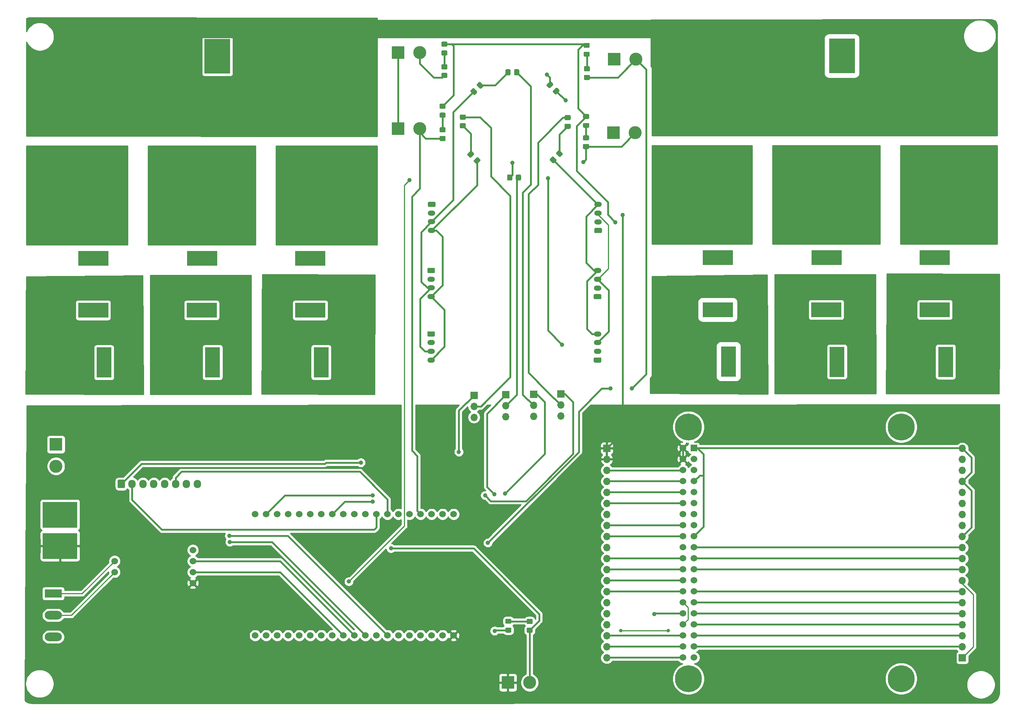
<source format=gbr>
G04 #@! TF.GenerationSoftware,KiCad,Pcbnew,(5.1.10)-1*
G04 #@! TF.CreationDate,2022-12-17T23:06:11+05:30*
G04 #@! TF.ProjectId,2023 control pcb,32303233-2063-46f6-9e74-726f6c207063,rev?*
G04 #@! TF.SameCoordinates,Original*
G04 #@! TF.FileFunction,Copper,L1,Top*
G04 #@! TF.FilePolarity,Positive*
%FSLAX46Y46*%
G04 Gerber Fmt 4.6, Leading zero omitted, Abs format (unit mm)*
G04 Created by KiCad (PCBNEW (5.1.10)-1) date 2022-12-17 23:06:11*
%MOMM*%
%LPD*%
G01*
G04 APERTURE LIST*
G04 #@! TA.AperFunction,ComponentPad*
%ADD10C,3.000000*%
G04 #@! TD*
G04 #@! TA.AperFunction,ComponentPad*
%ADD11R,3.000000X3.000000*%
G04 #@! TD*
G04 #@! TA.AperFunction,ComponentPad*
%ADD12O,3.960000X1.980000*%
G04 #@! TD*
G04 #@! TA.AperFunction,ComponentPad*
%ADD13R,3.960000X1.980000*%
G04 #@! TD*
G04 #@! TA.AperFunction,ComponentPad*
%ADD14C,1.524000*%
G04 #@! TD*
G04 #@! TA.AperFunction,ComponentPad*
%ADD15O,1.700000X1.950000*%
G04 #@! TD*
G04 #@! TA.AperFunction,ComponentPad*
%ADD16C,6.200000*%
G04 #@! TD*
G04 #@! TA.AperFunction,ComponentPad*
%ADD17R,1.524000X1.524000*%
G04 #@! TD*
G04 #@! TA.AperFunction,ComponentPad*
%ADD18O,1.700000X1.700000*%
G04 #@! TD*
G04 #@! TA.AperFunction,ComponentPad*
%ADD19R,1.700000X1.700000*%
G04 #@! TD*
G04 #@! TA.AperFunction,ComponentPad*
%ADD20R,7.000000X3.500000*%
G04 #@! TD*
G04 #@! TA.AperFunction,ComponentPad*
%ADD21R,6.000000X8.000000*%
G04 #@! TD*
G04 #@! TA.AperFunction,ComponentPad*
%ADD22C,2.400000*%
G04 #@! TD*
G04 #@! TA.AperFunction,ComponentPad*
%ADD23O,1.750000X1.200000*%
G04 #@! TD*
G04 #@! TA.AperFunction,ComponentPad*
%ADD24R,3.500000X7.000000*%
G04 #@! TD*
G04 #@! TA.AperFunction,ComponentPad*
%ADD25R,8.000000X6.000000*%
G04 #@! TD*
G04 #@! TA.AperFunction,ViaPad*
%ADD26C,1.000000*%
G04 #@! TD*
G04 #@! TA.AperFunction,ViaPad*
%ADD27C,0.800000*%
G04 #@! TD*
G04 #@! TA.AperFunction,Conductor*
%ADD28C,4.200000*%
G04 #@! TD*
G04 #@! TA.AperFunction,Conductor*
%ADD29C,0.250000*%
G04 #@! TD*
G04 #@! TA.AperFunction,Conductor*
%ADD30C,0.400000*%
G04 #@! TD*
G04 #@! TA.AperFunction,Conductor*
%ADD31C,0.254000*%
G04 #@! TD*
G04 #@! TA.AperFunction,Conductor*
%ADD32C,0.100000*%
G04 #@! TD*
G04 APERTURE END LIST*
D10*
G04 #@! TO.P,J49,2*
G04 #@! TO.N,SDA*
X96940000Y-169570000D03*
D11*
G04 #@! TO.P,J49,1*
G04 #@! TO.N,SCL*
X96940000Y-164570000D03*
G04 #@! TD*
D12*
G04 #@! TO.P,J47,3*
G04 #@! TO.N,GND*
X96320000Y-208920000D03*
G04 #@! TO.P,J47,2*
G04 #@! TO.N,/_P*
X96320000Y-203920000D03*
D13*
G04 #@! TO.P,J47,1*
G04 #@! TO.N,/_N*
X96320000Y-198920000D03*
G04 #@! TD*
G04 #@! TO.P,R9,2*
G04 #@! TO.N,Net-(D9-Pad2)*
G04 #@! TA.AperFunction,SMDPad,CuDef*
G36*
G01*
X206499881Y-205945280D02*
X205599879Y-205945280D01*
G75*
G02*
X205349880Y-205695281I0J249999D01*
G01*
X205349880Y-204995279D01*
G75*
G02*
X205599879Y-204745280I249999J0D01*
G01*
X206499881Y-204745280D01*
G75*
G02*
X206749880Y-204995279I0J-249999D01*
G01*
X206749880Y-205695281D01*
G75*
G02*
X206499881Y-205945280I-249999J0D01*
G01*
G37*
G04 #@! TD.AperFunction*
G04 #@! TO.P,R9,1*
G04 #@! TO.N,STOW*
G04 #@! TA.AperFunction,SMDPad,CuDef*
G36*
G01*
X206499881Y-207945280D02*
X205599879Y-207945280D01*
G75*
G02*
X205349880Y-207695281I0J249999D01*
G01*
X205349880Y-206995279D01*
G75*
G02*
X205599879Y-206745280I249999J0D01*
G01*
X206499881Y-206745280D01*
G75*
G02*
X206749880Y-206995279I0J-249999D01*
G01*
X206749880Y-207695281D01*
G75*
G02*
X206499881Y-207945280I-249999J0D01*
G01*
G37*
G04 #@! TD.AperFunction*
G04 #@! TD*
G04 #@! TO.P,R8,2*
G04 #@! TO.N,Net-(D8-Pad2)*
G04 #@! TA.AperFunction,SMDPad,CuDef*
G36*
G01*
X219692641Y-78604920D02*
X218792639Y-78604920D01*
G75*
G02*
X218542640Y-78354921I0J249999D01*
G01*
X218542640Y-77654919D01*
G75*
G02*
X218792639Y-77404920I249999J0D01*
G01*
X219692641Y-77404920D01*
G75*
G02*
X219942640Y-77654919I0J-249999D01*
G01*
X219942640Y-78354921D01*
G75*
G02*
X219692641Y-78604920I-249999J0D01*
G01*
G37*
G04 #@! TD.AperFunction*
G04 #@! TO.P,R8,1*
G04 #@! TO.N,L4*
G04 #@! TA.AperFunction,SMDPad,CuDef*
G36*
G01*
X219692641Y-80604920D02*
X218792639Y-80604920D01*
G75*
G02*
X218542640Y-80354921I0J249999D01*
G01*
X218542640Y-79654919D01*
G75*
G02*
X218792639Y-79404920I249999J0D01*
G01*
X219692641Y-79404920D01*
G75*
G02*
X219942640Y-79654919I0J-249999D01*
G01*
X219942640Y-80354921D01*
G75*
G02*
X219692641Y-80604920I-249999J0D01*
G01*
G37*
G04 #@! TD.AperFunction*
G04 #@! TD*
G04 #@! TO.P,R7,2*
G04 #@! TO.N,Net-(D7-Pad2)*
G04 #@! TA.AperFunction,SMDPad,CuDef*
G36*
G01*
X186454201Y-92669920D02*
X185554199Y-92669920D01*
G75*
G02*
X185304200Y-92419921I0J249999D01*
G01*
X185304200Y-91719919D01*
G75*
G02*
X185554199Y-91469920I249999J0D01*
G01*
X186454201Y-91469920D01*
G75*
G02*
X186704200Y-91719919I0J-249999D01*
G01*
X186704200Y-92419921D01*
G75*
G02*
X186454201Y-92669920I-249999J0D01*
G01*
G37*
G04 #@! TD.AperFunction*
G04 #@! TO.P,R7,1*
G04 #@! TO.N,L3*
G04 #@! TA.AperFunction,SMDPad,CuDef*
G36*
G01*
X186454201Y-94669920D02*
X185554199Y-94669920D01*
G75*
G02*
X185304200Y-94419921I0J249999D01*
G01*
X185304200Y-93719919D01*
G75*
G02*
X185554199Y-93469920I249999J0D01*
G01*
X186454201Y-93469920D01*
G75*
G02*
X186704200Y-93719919I0J-249999D01*
G01*
X186704200Y-94419921D01*
G75*
G02*
X186454201Y-94669920I-249999J0D01*
G01*
G37*
G04 #@! TD.AperFunction*
G04 #@! TD*
G04 #@! TO.P,R6,2*
G04 #@! TO.N,Net-(D6-Pad2)*
G04 #@! TA.AperFunction,SMDPad,CuDef*
G36*
G01*
X186855521Y-78157120D02*
X185955519Y-78157120D01*
G75*
G02*
X185705520Y-77907121I0J249999D01*
G01*
X185705520Y-77207119D01*
G75*
G02*
X185955519Y-76957120I249999J0D01*
G01*
X186855521Y-76957120D01*
G75*
G02*
X187105520Y-77207119I0J-249999D01*
G01*
X187105520Y-77907121D01*
G75*
G02*
X186855521Y-78157120I-249999J0D01*
G01*
G37*
G04 #@! TD.AperFunction*
G04 #@! TO.P,R6,1*
G04 #@! TO.N,L2*
G04 #@! TA.AperFunction,SMDPad,CuDef*
G36*
G01*
X186855521Y-80157120D02*
X185955519Y-80157120D01*
G75*
G02*
X185705520Y-79907121I0J249999D01*
G01*
X185705520Y-79207119D01*
G75*
G02*
X185955519Y-78957120I249999J0D01*
G01*
X186855521Y-78957120D01*
G75*
G02*
X187105520Y-79207119I0J-249999D01*
G01*
X187105520Y-79907121D01*
G75*
G02*
X186855521Y-80157120I-249999J0D01*
G01*
G37*
G04 #@! TD.AperFunction*
G04 #@! TD*
G04 #@! TO.P,R5,2*
G04 #@! TO.N,Net-(D5-Pad2)*
G04 #@! TA.AperFunction,SMDPad,CuDef*
G36*
G01*
X219479281Y-94524120D02*
X218579279Y-94524120D01*
G75*
G02*
X218329280Y-94274121I0J249999D01*
G01*
X218329280Y-93574119D01*
G75*
G02*
X218579279Y-93324120I249999J0D01*
G01*
X219479281Y-93324120D01*
G75*
G02*
X219729280Y-93574119I0J-249999D01*
G01*
X219729280Y-94274121D01*
G75*
G02*
X219479281Y-94524120I-249999J0D01*
G01*
G37*
G04 #@! TD.AperFunction*
G04 #@! TO.P,R5,1*
G04 #@! TO.N,L1*
G04 #@! TA.AperFunction,SMDPad,CuDef*
G36*
G01*
X219479281Y-96524120D02*
X218579279Y-96524120D01*
G75*
G02*
X218329280Y-96274121I0J249999D01*
G01*
X218329280Y-95574119D01*
G75*
G02*
X218579279Y-95324120I249999J0D01*
G01*
X219479281Y-95324120D01*
G75*
G02*
X219729280Y-95574119I0J-249999D01*
G01*
X219729280Y-96274121D01*
G75*
G02*
X219479281Y-96524120I-249999J0D01*
G01*
G37*
G04 #@! TD.AperFunction*
G04 #@! TD*
G04 #@! TO.P,D9,2*
G04 #@! TO.N,Net-(D9-Pad2)*
G04 #@! TA.AperFunction,SMDPad,CuDef*
G36*
G01*
X201597681Y-205873040D02*
X200697679Y-205873040D01*
G75*
G02*
X200447680Y-205623041I0J249999D01*
G01*
X200447680Y-204973039D01*
G75*
G02*
X200697679Y-204723040I249999J0D01*
G01*
X201597681Y-204723040D01*
G75*
G02*
X201847680Y-204973039I0J-249999D01*
G01*
X201847680Y-205623041D01*
G75*
G02*
X201597681Y-205873040I-249999J0D01*
G01*
G37*
G04 #@! TD.AperFunction*
G04 #@! TO.P,D9,1*
G04 #@! TO.N,GND*
G04 #@! TA.AperFunction,SMDPad,CuDef*
G36*
G01*
X201597681Y-207923040D02*
X200697679Y-207923040D01*
G75*
G02*
X200447680Y-207673041I0J249999D01*
G01*
X200447680Y-207023039D01*
G75*
G02*
X200697679Y-206773040I249999J0D01*
G01*
X201597681Y-206773040D01*
G75*
G02*
X201847680Y-207023039I0J-249999D01*
G01*
X201847680Y-207673041D01*
G75*
G02*
X201597681Y-207923040I-249999J0D01*
G01*
G37*
G04 #@! TD.AperFunction*
G04 #@! TD*
G04 #@! TO.P,D8,2*
G04 #@! TO.N,Net-(D8-Pad2)*
G04 #@! TA.AperFunction,SMDPad,CuDef*
G36*
G01*
X218731679Y-74080680D02*
X219631681Y-74080680D01*
G75*
G02*
X219881680Y-74330679I0J-249999D01*
G01*
X219881680Y-74980681D01*
G75*
G02*
X219631681Y-75230680I-249999J0D01*
G01*
X218731679Y-75230680D01*
G75*
G02*
X218481680Y-74980681I0J249999D01*
G01*
X218481680Y-74330679D01*
G75*
G02*
X218731679Y-74080680I249999J0D01*
G01*
G37*
G04 #@! TD.AperFunction*
G04 #@! TO.P,D8,1*
G04 #@! TO.N,GND*
G04 #@! TA.AperFunction,SMDPad,CuDef*
G36*
G01*
X218731679Y-72030680D02*
X219631681Y-72030680D01*
G75*
G02*
X219881680Y-72280679I0J-249999D01*
G01*
X219881680Y-72930681D01*
G75*
G02*
X219631681Y-73180680I-249999J0D01*
G01*
X218731679Y-73180680D01*
G75*
G02*
X218481680Y-72930681I0J249999D01*
G01*
X218481680Y-72280679D01*
G75*
G02*
X218731679Y-72030680I249999J0D01*
G01*
G37*
G04 #@! TD.AperFunction*
G04 #@! TD*
G04 #@! TO.P,D7,2*
G04 #@! TO.N,Net-(D7-Pad2)*
G04 #@! TA.AperFunction,SMDPad,CuDef*
G36*
G01*
X185538959Y-88116720D02*
X186438961Y-88116720D01*
G75*
G02*
X186688960Y-88366719I0J-249999D01*
G01*
X186688960Y-89016721D01*
G75*
G02*
X186438961Y-89266720I-249999J0D01*
G01*
X185538959Y-89266720D01*
G75*
G02*
X185288960Y-89016721I0J249999D01*
G01*
X185288960Y-88366719D01*
G75*
G02*
X185538959Y-88116720I249999J0D01*
G01*
G37*
G04 #@! TD.AperFunction*
G04 #@! TO.P,D7,1*
G04 #@! TO.N,GND*
G04 #@! TA.AperFunction,SMDPad,CuDef*
G36*
G01*
X185538959Y-86066720D02*
X186438961Y-86066720D01*
G75*
G02*
X186688960Y-86316719I0J-249999D01*
G01*
X186688960Y-86966721D01*
G75*
G02*
X186438961Y-87216720I-249999J0D01*
G01*
X185538959Y-87216720D01*
G75*
G02*
X185288960Y-86966721I0J249999D01*
G01*
X185288960Y-86316719D01*
G75*
G02*
X185538959Y-86066720I249999J0D01*
G01*
G37*
G04 #@! TD.AperFunction*
G04 #@! TD*
G04 #@! TO.P,D6,2*
G04 #@! TO.N,Net-(D6-Pad2)*
G04 #@! TA.AperFunction,SMDPad,CuDef*
G36*
G01*
X185955519Y-73798960D02*
X186855521Y-73798960D01*
G75*
G02*
X187105520Y-74048959I0J-249999D01*
G01*
X187105520Y-74698961D01*
G75*
G02*
X186855521Y-74948960I-249999J0D01*
G01*
X185955519Y-74948960D01*
G75*
G02*
X185705520Y-74698961I0J249999D01*
G01*
X185705520Y-74048959D01*
G75*
G02*
X185955519Y-73798960I249999J0D01*
G01*
G37*
G04 #@! TD.AperFunction*
G04 #@! TO.P,D6,1*
G04 #@! TO.N,GND*
G04 #@! TA.AperFunction,SMDPad,CuDef*
G36*
G01*
X185955519Y-71748960D02*
X186855521Y-71748960D01*
G75*
G02*
X187105520Y-71998959I0J-249999D01*
G01*
X187105520Y-72648961D01*
G75*
G02*
X186855521Y-72898960I-249999J0D01*
G01*
X185955519Y-72898960D01*
G75*
G02*
X185705520Y-72648961I0J249999D01*
G01*
X185705520Y-71998959D01*
G75*
G02*
X185955519Y-71748960I249999J0D01*
G01*
G37*
G04 #@! TD.AperFunction*
G04 #@! TD*
G04 #@! TO.P,D5,2*
G04 #@! TO.N,Net-(D5-Pad2)*
G04 #@! TA.AperFunction,SMDPad,CuDef*
G36*
G01*
X218614839Y-90487920D02*
X219514841Y-90487920D01*
G75*
G02*
X219764840Y-90737919I0J-249999D01*
G01*
X219764840Y-91387921D01*
G75*
G02*
X219514841Y-91637920I-249999J0D01*
G01*
X218614839Y-91637920D01*
G75*
G02*
X218364840Y-91387921I0J249999D01*
G01*
X218364840Y-90737919D01*
G75*
G02*
X218614839Y-90487920I249999J0D01*
G01*
G37*
G04 #@! TD.AperFunction*
G04 #@! TO.P,D5,1*
G04 #@! TO.N,GND*
G04 #@! TA.AperFunction,SMDPad,CuDef*
G36*
G01*
X218614839Y-88437920D02*
X219514841Y-88437920D01*
G75*
G02*
X219764840Y-88687919I0J-249999D01*
G01*
X219764840Y-89337921D01*
G75*
G02*
X219514841Y-89587920I-249999J0D01*
G01*
X218614839Y-89587920D01*
G75*
G02*
X218364840Y-89337921I0J249999D01*
G01*
X218364840Y-88687919D01*
G75*
G02*
X218614839Y-88437920I249999J0D01*
G01*
G37*
G04 #@! TD.AperFunction*
G04 #@! TD*
D14*
G04 #@! TO.P,U1,6*
G04 #@! TO.N,/_P*
X110439200Y-193984880D03*
G04 #@! TO.P,U1,5*
G04 #@! TO.N,/_N*
X110439200Y-191444880D03*
G04 #@! TO.P,U1,3*
G04 #@! TO.N,CANRX*
X128473200Y-191444880D03*
G04 #@! TO.P,U1,4*
G04 #@! TO.N,GND*
X128473200Y-188904880D03*
G04 #@! TO.P,U1,2*
G04 #@! TO.N,CANTX*
X128473200Y-193984880D03*
G04 #@! TO.P,U1,1*
G04 #@! TO.N,5v*
X128473200Y-196524880D03*
G04 #@! TD*
D15*
G04 #@! TO.P,J48,8*
G04 #@! TO.N,GND*
X129478440Y-173659800D03*
G04 #@! TO.P,J48,7*
X126978440Y-173659800D03*
G04 #@! TO.P,J48,6*
G04 #@! TO.N,SWIVEL_DIR*
X124478440Y-173659800D03*
G04 #@! TO.P,J48,5*
G04 #@! TO.N,SWIVEL_PWM*
X121978440Y-173659800D03*
G04 #@! TO.P,J48,4*
G04 #@! TO.N,L1_DIR*
X119478440Y-173659800D03*
G04 #@! TO.P,J48,3*
G04 #@! TO.N,L1_PWM*
X116978440Y-173659800D03*
G04 #@! TO.P,J48,2*
G04 #@! TO.N,L2_DIR*
X114478440Y-173659800D03*
G04 #@! TO.P,J48,1*
G04 #@! TO.N,L2_PWM*
G04 #@! TA.AperFunction,ComponentPad*
G36*
G01*
X111128440Y-174384800D02*
X111128440Y-172934800D01*
G75*
G02*
X111378440Y-172684800I250000J0D01*
G01*
X112578440Y-172684800D01*
G75*
G02*
X112828440Y-172934800I0J-250000D01*
G01*
X112828440Y-174384800D01*
G75*
G02*
X112578440Y-174634800I-250000J0D01*
G01*
X111378440Y-174634800D01*
G75*
G02*
X111128440Y-174384800I0J250000D01*
G01*
G37*
G04 #@! TD.AperFunction*
G04 #@! TD*
D10*
G04 #@! TO.P,J40,2*
G04 #@! TO.N,STOW*
X206041000Y-219425520D03*
D11*
G04 #@! TO.P,J40,1*
G04 #@! TO.N,5v*
X201041000Y-219425520D03*
G04 #@! TD*
D10*
G04 #@! TO.P,J46,2*
G04 #@! TO.N,L4*
X230552000Y-75788520D03*
D11*
G04 #@! TO.P,J46,1*
G04 #@! TO.N,5v*
X225552000Y-75788520D03*
G04 #@! TD*
D10*
G04 #@! TO.P,J45,2*
G04 #@! TO.N,L3*
X180712120Y-91821000D03*
D11*
G04 #@! TO.P,J45,1*
G04 #@! TO.N,5v*
X175712120Y-91821000D03*
G04 #@! TD*
D10*
G04 #@! TO.P,J44,2*
G04 #@! TO.N,L2*
X180727360Y-74264520D03*
D11*
G04 #@! TO.P,J44,1*
G04 #@! TO.N,5v*
X175727360Y-74264520D03*
G04 #@! TD*
D10*
G04 #@! TO.P,J43,2*
G04 #@! TO.N,L1*
X230369120Y-92735400D03*
D11*
G04 #@! TO.P,J43,1*
G04 #@! TO.N,5v*
X225369120Y-92735400D03*
G04 #@! TD*
D14*
G04 #@! TO.P,J39,38*
G04 #@! TO.N,GND*
X142814040Y-180624480D03*
G04 #@! TO.P,J39,37*
G04 #@! TO.N,DIRR''*
X145354040Y-180624480D03*
G04 #@! TO.P,J39,36*
G04 #@! TO.N,SCL*
X147894040Y-180624480D03*
G04 #@! TO.P,J39,35*
G04 #@! TO.N,Net-(J39-Pad35)*
X150434040Y-180624480D03*
G04 #@! TO.P,J39,34*
G04 #@! TO.N,Net-(J39-Pad34)*
X152974040Y-180624480D03*
G04 #@! TO.P,J39,33*
G04 #@! TO.N,SDA*
X155514040Y-180624480D03*
G04 #@! TO.P,J39,32*
G04 #@! TO.N,GND*
X158054040Y-180624480D03*
G04 #@! TO.P,J39,31*
G04 #@! TO.N,PWMR''*
X160594040Y-180624480D03*
G04 #@! TO.P,J39,30*
G04 #@! TO.N,SWIVEL_PWM*
X163134040Y-180624480D03*
G04 #@! TO.P,J39,29*
G04 #@! TO.N,STOW*
X165674040Y-180624480D03*
G04 #@! TO.P,J39,28*
G04 #@! TO.N,L2_PWM*
X168214040Y-180624480D03*
G04 #@! TO.P,J39,27*
G04 #@! TO.N,L2_DIR*
X170754040Y-180624480D03*
G04 #@! TO.P,J39,26*
G04 #@! TO.N,SWIVEL_DIR*
X173294040Y-180624480D03*
G04 #@! TO.P,J39,25*
G04 #@! TO.N,Net-(J39-Pad25)*
X175834040Y-180624480D03*
G04 #@! TO.P,J39,24*
G04 #@! TO.N,Net-(J39-Pad24)*
X178374040Y-180624480D03*
G04 #@! TO.P,J39,23*
G04 #@! TO.N,L3*
X180914040Y-180624480D03*
G04 #@! TO.P,J39,22*
G04 #@! TO.N,Net-(J39-Pad22)*
X183454040Y-180624480D03*
G04 #@! TO.P,J39,21*
G04 #@! TO.N,Net-(J39-Pad21)*
X185994040Y-180624480D03*
G04 #@! TO.P,J39,20*
G04 #@! TO.N,Net-(J39-Pad20)*
X188534040Y-180624480D03*
G04 #@! TO.P,J39,19*
G04 #@! TO.N,5v*
X188534040Y-208564480D03*
G04 #@! TO.P,J39,18*
G04 #@! TO.N,Net-(J39-Pad18)*
X185994040Y-208564480D03*
G04 #@! TO.P,J39,17*
G04 #@! TO.N,Net-(J39-Pad17)*
X183454040Y-208564480D03*
G04 #@! TO.P,J39,16*
G04 #@! TO.N,Net-(J39-Pad16)*
X180914040Y-208564480D03*
G04 #@! TO.P,J39,2*
G04 #@! TO.N,Net-(J39-Pad2)*
X145354040Y-208564480D03*
G04 #@! TO.P,J39,15*
G04 #@! TO.N,Net-(J39-Pad15)*
X178374040Y-208564480D03*
G04 #@! TO.P,J39,14*
G04 #@! TO.N,GND*
X175834040Y-208564480D03*
G04 #@! TO.P,J39,13*
G04 #@! TO.N,L1_DIR*
X173294040Y-208564480D03*
G04 #@! TO.P,J39,12*
G04 #@! TO.N,L4*
X170754040Y-208564480D03*
G04 #@! TO.P,J39,11*
G04 #@! TO.N,L1_PWM*
X168214040Y-208564480D03*
G04 #@! TO.P,J39,10*
G04 #@! TO.N,CANRX*
X165674040Y-208564480D03*
G04 #@! TO.P,J39,9*
G04 #@! TO.N,CANTX*
X163134040Y-208564480D03*
G04 #@! TO.P,J39,8*
G04 #@! TO.N,PWML''*
X160594040Y-208564480D03*
G04 #@! TO.P,J39,7*
G04 #@! TO.N,DIRL''*
X158054040Y-208564480D03*
G04 #@! TO.P,J39,6*
G04 #@! TO.N,L2*
X155514040Y-208564480D03*
G04 #@! TO.P,J39,5*
G04 #@! TO.N,L1*
X152974040Y-208564480D03*
G04 #@! TO.P,J39,4*
G04 #@! TO.N,Net-(J39-Pad4)*
X150434040Y-208564480D03*
G04 #@! TO.P,J39,3*
G04 #@! TO.N,Net-(J39-Pad3)*
X147894040Y-208564480D03*
G04 #@! TO.P,J39,1*
G04 #@! TO.N,Net-(J39-Pad1)*
X142814040Y-208564480D03*
G04 #@! TD*
D16*
G04 #@! TO.P,J38,S4*
G04 #@! TO.N,N/C*
X291630120Y-160525800D03*
G04 #@! TO.P,J38,S3*
X291630120Y-218525800D03*
G04 #@! TO.P,J38,S2*
X242630120Y-218525800D03*
G04 #@! TO.P,J38,S1*
X242630120Y-160525800D03*
D17*
G04 #@! TO.P,J38,1*
G04 #@! TO.N,Net-(J38-Pad1)*
X243900120Y-165395800D03*
D14*
G04 #@! TO.P,J38,3*
G04 #@! TO.N,Net-(J38-Pad3)*
X243900120Y-167935800D03*
G04 #@! TO.P,J38,5*
G04 #@! TO.N,Net-(J38-Pad5)*
X243900120Y-170475800D03*
G04 #@! TO.P,J38,7*
G04 #@! TO.N,Net-(J38-Pad1)*
X243900120Y-173015800D03*
G04 #@! TO.P,J38,9*
G04 #@! TO.N,GND*
X243900120Y-175555800D03*
G04 #@! TO.P,J38,11*
G04 #@! TO.N,Net-(J38-Pad11)*
X243900120Y-178095800D03*
G04 #@! TO.P,J38,2*
G04 #@! TO.N,5v*
X241360120Y-165395800D03*
G04 #@! TO.P,J38,4*
X241360120Y-167935800D03*
G04 #@! TO.P,J38,6*
G04 #@! TO.N,GND*
X241360120Y-170475800D03*
G04 #@! TO.P,J38,8*
G04 #@! TO.N,8*
X241360120Y-173015800D03*
G04 #@! TO.P,J38,10*
G04 #@! TO.N,10*
X241360120Y-175555800D03*
G04 #@! TO.P,J38,12*
G04 #@! TO.N,12*
X241360120Y-178095800D03*
G04 #@! TO.P,J38,13*
G04 #@! TO.N,Net-(J38-Pad13)*
X243900120Y-180635800D03*
G04 #@! TO.P,J38,14*
G04 #@! TO.N,GND*
X241360120Y-180635800D03*
G04 #@! TO.P,J38,15*
G04 #@! TO.N,Net-(J38-Pad15)*
X243900120Y-183175800D03*
G04 #@! TO.P,J38,17*
G04 #@! TO.N,Net-(J38-Pad1)*
X243900120Y-185715800D03*
G04 #@! TO.P,J38,19*
G04 #@! TO.N,Net-(J38-Pad19)*
X243900120Y-188255800D03*
G04 #@! TO.P,J38,21*
G04 #@! TO.N,Net-(J38-Pad21)*
X243900120Y-190795800D03*
G04 #@! TO.P,J38,23*
G04 #@! TO.N,Net-(J38-Pad23)*
X243900120Y-193335800D03*
G04 #@! TO.P,J38,25*
G04 #@! TO.N,GND*
X243900120Y-195875800D03*
G04 #@! TO.P,J38,16*
G04 #@! TO.N,16*
X241360120Y-183175800D03*
G04 #@! TO.P,J38,18*
G04 #@! TO.N,18*
X241360120Y-185715800D03*
G04 #@! TO.P,J38,20*
G04 #@! TO.N,GND*
X241360120Y-188255800D03*
G04 #@! TO.P,J38,22*
G04 #@! TO.N,22*
X241360120Y-190795800D03*
G04 #@! TO.P,J38,24*
G04 #@! TO.N,24*
X241360120Y-193335800D03*
G04 #@! TO.P,J38,26*
G04 #@! TO.N,26*
X241360120Y-195875800D03*
G04 #@! TO.P,J38,27*
G04 #@! TO.N,Net-(J38-Pad27)*
X243900120Y-198415800D03*
G04 #@! TO.P,J38,28*
G04 #@! TO.N,28*
X241360120Y-198415800D03*
G04 #@! TO.P,J38,29*
G04 #@! TO.N,Net-(J38-Pad29)*
X243900120Y-200955800D03*
G04 #@! TO.P,J38,31*
G04 #@! TO.N,DIRR*
X243900120Y-203495800D03*
G04 #@! TO.P,J38,33*
G04 #@! TO.N,PWML*
X243900120Y-206035800D03*
G04 #@! TO.P,J38,35*
G04 #@! TO.N,DIRL*
X243900120Y-208575800D03*
G04 #@! TO.P,J38,37*
G04 #@! TO.N,Net-(J38-Pad37)*
X243900120Y-211115800D03*
G04 #@! TO.P,J38,39*
G04 #@! TO.N,GND*
X243900120Y-213655800D03*
G04 #@! TO.P,J38,30*
X241360120Y-200955800D03*
G04 #@! TO.P,J38,32*
G04 #@! TO.N,PWMR*
X241360120Y-203495800D03*
G04 #@! TO.P,J38,34*
G04 #@! TO.N,GND*
X241360120Y-206035800D03*
G04 #@! TO.P,J38,36*
G04 #@! TO.N,36*
X241360120Y-208575800D03*
G04 #@! TO.P,J38,38*
G04 #@! TO.N,38*
X241360120Y-211115800D03*
G04 #@! TO.P,J38,40*
G04 #@! TO.N,40*
X241360120Y-213655800D03*
G04 #@! TD*
D18*
G04 #@! TO.P,J42,20*
G04 #@! TO.N,Net-(J38-Pad1)*
X305714400Y-165475920D03*
G04 #@! TO.P,J42,19*
G04 #@! TO.N,Net-(J38-Pad3)*
X305714400Y-168015920D03*
G04 #@! TO.P,J42,18*
G04 #@! TO.N,Net-(J38-Pad5)*
X305714400Y-170555920D03*
G04 #@! TO.P,J42,17*
G04 #@! TO.N,Net-(J38-Pad1)*
X305714400Y-173095920D03*
G04 #@! TO.P,J42,16*
G04 #@! TO.N,GND*
X305714400Y-175635920D03*
G04 #@! TO.P,J42,15*
G04 #@! TO.N,Net-(J38-Pad11)*
X305714400Y-178175920D03*
G04 #@! TO.P,J42,14*
G04 #@! TO.N,Net-(J38-Pad13)*
X305714400Y-180715920D03*
G04 #@! TO.P,J42,13*
G04 #@! TO.N,Net-(J38-Pad15)*
X305714400Y-183255920D03*
G04 #@! TO.P,J42,12*
G04 #@! TO.N,Net-(J38-Pad1)*
X305714400Y-185795920D03*
G04 #@! TO.P,J42,11*
G04 #@! TO.N,Net-(J38-Pad19)*
X305714400Y-188335920D03*
G04 #@! TO.P,J42,10*
G04 #@! TO.N,Net-(J38-Pad21)*
X305714400Y-190875920D03*
G04 #@! TO.P,J42,9*
G04 #@! TO.N,Net-(J38-Pad23)*
X305714400Y-193415920D03*
G04 #@! TO.P,J42,8*
G04 #@! TO.N,GND*
X305714400Y-195955920D03*
G04 #@! TO.P,J42,7*
G04 #@! TO.N,Net-(J38-Pad27)*
X305714400Y-198495920D03*
G04 #@! TO.P,J42,6*
G04 #@! TO.N,Net-(J38-Pad29)*
X305714400Y-201035920D03*
G04 #@! TO.P,J42,5*
G04 #@! TO.N,DIRR*
X305714400Y-203575920D03*
G04 #@! TO.P,J42,4*
G04 #@! TO.N,PWML*
X305714400Y-206115920D03*
G04 #@! TO.P,J42,3*
G04 #@! TO.N,DIRL*
X305714400Y-208655920D03*
G04 #@! TO.P,J42,2*
G04 #@! TO.N,Net-(J38-Pad37)*
X305714400Y-211195920D03*
D19*
G04 #@! TO.P,J42,1*
G04 #@! TO.N,GND*
X305714400Y-213735920D03*
G04 #@! TD*
D18*
G04 #@! TO.P,J41,20*
G04 #@! TO.N,40*
X223829880Y-213710520D03*
G04 #@! TO.P,J41,19*
G04 #@! TO.N,38*
X223829880Y-211170520D03*
G04 #@! TO.P,J41,18*
G04 #@! TO.N,36*
X223829880Y-208630520D03*
G04 #@! TO.P,J41,17*
G04 #@! TO.N,GND*
X223829880Y-206090520D03*
G04 #@! TO.P,J41,16*
G04 #@! TO.N,32*
X223829880Y-203550520D03*
G04 #@! TO.P,J41,15*
G04 #@! TO.N,GND*
X223829880Y-201010520D03*
G04 #@! TO.P,J41,14*
G04 #@! TO.N,28*
X223829880Y-198470520D03*
G04 #@! TO.P,J41,13*
G04 #@! TO.N,26*
X223829880Y-195930520D03*
G04 #@! TO.P,J41,12*
G04 #@! TO.N,24*
X223829880Y-193390520D03*
G04 #@! TO.P,J41,11*
G04 #@! TO.N,22*
X223829880Y-190850520D03*
G04 #@! TO.P,J41,10*
G04 #@! TO.N,GND*
X223829880Y-188310520D03*
G04 #@! TO.P,J41,9*
G04 #@! TO.N,18*
X223829880Y-185770520D03*
G04 #@! TO.P,J41,8*
G04 #@! TO.N,16*
X223829880Y-183230520D03*
G04 #@! TO.P,J41,7*
G04 #@! TO.N,GND*
X223829880Y-180690520D03*
G04 #@! TO.P,J41,6*
G04 #@! TO.N,12*
X223829880Y-178150520D03*
G04 #@! TO.P,J41,5*
G04 #@! TO.N,10*
X223829880Y-175610520D03*
G04 #@! TO.P,J41,4*
G04 #@! TO.N,8*
X223829880Y-173070520D03*
G04 #@! TO.P,J41,3*
G04 #@! TO.N,GND*
X223829880Y-170530520D03*
G04 #@! TO.P,J41,2*
G04 #@! TO.N,5v*
X223829880Y-167990520D03*
D19*
G04 #@! TO.P,J41,1*
X223829880Y-165450520D03*
G04 #@! TD*
D20*
G04 #@! TO.P,J27,1*
G04 #@! TO.N,Net-(J27-Pad1)*
X299368000Y-116533000D03*
G04 #@! TO.P,J27,2*
G04 #@! TO.N,GND*
X299368000Y-121533000D03*
G04 #@! TD*
G04 #@! TO.P,D1,2*
G04 #@! TO.N,Net-(D1-Pad2)*
G04 #@! TA.AperFunction,SMDPad,CuDef*
G36*
G01*
X194549612Y-82547785D02*
X193913215Y-81911388D01*
G75*
G02*
X193913215Y-81557836I176776J176776D01*
G01*
X194372836Y-81098215D01*
G75*
G02*
X194726388Y-81098215I176776J-176776D01*
G01*
X195362785Y-81734612D01*
G75*
G02*
X195362785Y-82088164I-176776J-176776D01*
G01*
X194903164Y-82547785D01*
G75*
G02*
X194549612Y-82547785I-176776J176776D01*
G01*
G37*
G04 #@! TD.AperFunction*
G04 #@! TO.P,D1,1*
G04 #@! TO.N,PWML'*
G04 #@! TA.AperFunction,SMDPad,CuDef*
G36*
G01*
X193100044Y-83997353D02*
X192463647Y-83360956D01*
G75*
G02*
X192463647Y-83007404I176776J176776D01*
G01*
X192923268Y-82547783D01*
G75*
G02*
X193276820Y-82547783I176776J-176776D01*
G01*
X193913217Y-83184180D01*
G75*
G02*
X193913217Y-83537732I-176776J-176776D01*
G01*
X193453596Y-83997353D01*
G75*
G02*
X193100044Y-83997353I-176776J176776D01*
G01*
G37*
G04 #@! TD.AperFunction*
G04 #@! TD*
G04 #@! TO.P,D2,1*
G04 #@! TO.N,PWMR'*
G04 #@! TA.AperFunction,SMDPad,CuDef*
G36*
G01*
X212887569Y-83236172D02*
X212251172Y-83872569D01*
G75*
G02*
X211897620Y-83872569I-176776J176776D01*
G01*
X211437999Y-83412948D01*
G75*
G02*
X211437999Y-83059396I176776J176776D01*
G01*
X212074396Y-82422999D01*
G75*
G02*
X212427948Y-82422999I176776J-176776D01*
G01*
X212887569Y-82882620D01*
G75*
G02*
X212887569Y-83236172I-176776J-176776D01*
G01*
G37*
G04 #@! TD.AperFunction*
G04 #@! TO.P,D2,2*
G04 #@! TO.N,Net-(D2-Pad2)*
G04 #@! TA.AperFunction,SMDPad,CuDef*
G36*
G01*
X211438001Y-81786604D02*
X210801604Y-82423001D01*
G75*
G02*
X210448052Y-82423001I-176776J176776D01*
G01*
X209988431Y-81963380D01*
G75*
G02*
X209988431Y-81609828I176776J176776D01*
G01*
X210624828Y-80973431D01*
G75*
G02*
X210978380Y-80973431I176776J-176776D01*
G01*
X211438001Y-81433052D01*
G75*
G02*
X211438001Y-81786604I-176776J-176776D01*
G01*
G37*
G04 #@! TD.AperFunction*
G04 #@! TD*
G04 #@! TO.P,D3,2*
G04 #@! TO.N,Net-(D3-Pad2)*
G04 #@! TA.AperFunction,SMDPad,CuDef*
G36*
G01*
X193198001Y-97801604D02*
X192561604Y-98438001D01*
G75*
G02*
X192208052Y-98438001I-176776J176776D01*
G01*
X191748431Y-97978380D01*
G75*
G02*
X191748431Y-97624828I176776J176776D01*
G01*
X192384828Y-96988431D01*
G75*
G02*
X192738380Y-96988431I176776J-176776D01*
G01*
X193198001Y-97448052D01*
G75*
G02*
X193198001Y-97801604I-176776J-176776D01*
G01*
G37*
G04 #@! TD.AperFunction*
G04 #@! TO.P,D3,1*
G04 #@! TO.N,DIRL'*
G04 #@! TA.AperFunction,SMDPad,CuDef*
G36*
G01*
X194647569Y-99251172D02*
X194011172Y-99887569D01*
G75*
G02*
X193657620Y-99887569I-176776J176776D01*
G01*
X193197999Y-99427948D01*
G75*
G02*
X193197999Y-99074396I176776J176776D01*
G01*
X193834396Y-98437999D01*
G75*
G02*
X194187948Y-98437999I176776J-176776D01*
G01*
X194647569Y-98897620D01*
G75*
G02*
X194647569Y-99251172I-176776J-176776D01*
G01*
G37*
G04 #@! TD.AperFunction*
G04 #@! TD*
G04 #@! TO.P,D4,1*
G04 #@! TO.N,DIRR'*
G04 #@! TA.AperFunction,SMDPad,CuDef*
G36*
G01*
X211374828Y-99717569D02*
X210738431Y-99081172D01*
G75*
G02*
X210738431Y-98727620I176776J176776D01*
G01*
X211198052Y-98267999D01*
G75*
G02*
X211551604Y-98267999I176776J-176776D01*
G01*
X212188001Y-98904396D01*
G75*
G02*
X212188001Y-99257948I-176776J-176776D01*
G01*
X211728380Y-99717569D01*
G75*
G02*
X211374828Y-99717569I-176776J176776D01*
G01*
G37*
G04 #@! TD.AperFunction*
G04 #@! TO.P,D4,2*
G04 #@! TO.N,Net-(D4-Pad2)*
G04 #@! TA.AperFunction,SMDPad,CuDef*
G36*
G01*
X212824396Y-98268001D02*
X212187999Y-97631604D01*
G75*
G02*
X212187999Y-97278052I176776J176776D01*
G01*
X212647620Y-96818431D01*
G75*
G02*
X213001172Y-96818431I176776J-176776D01*
G01*
X213637569Y-97454828D01*
G75*
G02*
X213637569Y-97808380I-176776J-176776D01*
G01*
X213177948Y-98268001D01*
G75*
G02*
X212824396Y-98268001I-176776J176776D01*
G01*
G37*
G04 #@! TD.AperFunction*
G04 #@! TD*
D21*
G04 #@! TO.P,J1,2*
G04 #@! TO.N,GND*
X134128000Y-75143000D03*
G04 #@! TO.P,J1,1*
G04 #@! TO.N,+24V*
X126928000Y-75143000D03*
G04 #@! TD*
G04 #@! TO.P,J2,2*
G04 #@! TO.N,GND*
X277978000Y-75033000D03*
G04 #@! TO.P,J2,1*
G04 #@! TO.N,+24V*
X270778000Y-75033000D03*
G04 #@! TD*
D20*
G04 #@! TO.P,J3,1*
G04 #@! TO.N,Net-(J3-Pad1)*
X105518000Y-116653000D03*
G04 #@! TO.P,J3,2*
G04 #@! TO.N,GND*
X105518000Y-121653000D03*
G04 #@! TD*
G04 #@! TO.P,J4,1*
G04 #@! TO.N,Net-(J12-Pad2)*
X105518000Y-133653000D03*
G04 #@! TO.P,J4,2*
G04 #@! TO.N,Net-(J12-Pad1)*
X105518000Y-128653000D03*
G04 #@! TD*
G04 #@! TO.P,J5,1*
G04 #@! TO.N,Net-(J5-Pad1)*
X249378000Y-116533000D03*
G04 #@! TO.P,J5,2*
G04 #@! TO.N,GND*
X249378000Y-121533000D03*
G04 #@! TD*
G04 #@! TO.P,J6,2*
G04 #@! TO.N,Net-(J13-Pad1)*
X249378000Y-133513000D03*
G04 #@! TO.P,J6,1*
G04 #@! TO.N,Net-(J13-Pad2)*
X249378000Y-128513000D03*
G04 #@! TD*
D22*
G04 #@! TO.P,J7,4*
G04 #@! TO.N,Net-(J3-Pad1)*
X107518000Y-101153000D03*
G04 #@! TO.P,J7,3*
X104118000Y-101153000D03*
G04 #@! TO.P,J7,2*
G04 #@! TO.N,+24V*
X104118000Y-87683000D03*
G04 #@! TO.P,J7,1*
X107518000Y-87683000D03*
G04 #@! TD*
G04 #@! TO.P,J8,4*
G04 #@! TO.N,Net-(J5-Pad1)*
X251378000Y-101053000D03*
G04 #@! TO.P,J8,3*
X247978000Y-101053000D03*
G04 #@! TO.P,J8,2*
G04 #@! TO.N,+24V*
X247978000Y-87583000D03*
G04 #@! TO.P,J8,1*
X251378000Y-87583000D03*
G04 #@! TD*
G04 #@! TO.P,J9,1*
G04 #@! TO.N,GND*
G04 #@! TA.AperFunction,ComponentPad*
G36*
G01*
X182862999Y-108653000D02*
X184113001Y-108653000D01*
G75*
G02*
X184363000Y-108902999I0J-249999D01*
G01*
X184363000Y-109603001D01*
G75*
G02*
X184113001Y-109853000I-249999J0D01*
G01*
X182862999Y-109853000D01*
G75*
G02*
X182613000Y-109603001I0J249999D01*
G01*
X182613000Y-108902999D01*
G75*
G02*
X182862999Y-108653000I249999J0D01*
G01*
G37*
G04 #@! TD.AperFunction*
D23*
G04 #@! TO.P,J9,2*
G04 #@! TO.N,Net-(J9-Pad2)*
X183488000Y-111253000D03*
G04 #@! TO.P,J9,3*
G04 #@! TO.N,PWML'*
X183488000Y-113253000D03*
G04 #@! TO.P,J9,4*
G04 #@! TO.N,DIRL'*
X183488000Y-115253000D03*
G04 #@! TD*
G04 #@! TO.P,J10,4*
G04 #@! TO.N,DIRL'*
X183368000Y-130483000D03*
G04 #@! TO.P,J10,3*
G04 #@! TO.N,PWML'*
X183368000Y-128483000D03*
G04 #@! TO.P,J10,2*
G04 #@! TO.N,Net-(J10-Pad2)*
X183368000Y-126483000D03*
G04 #@! TO.P,J10,1*
G04 #@! TO.N,GND*
G04 #@! TA.AperFunction,ComponentPad*
G36*
G01*
X182742999Y-123883000D02*
X183993001Y-123883000D01*
G75*
G02*
X184243000Y-124132999I0J-249999D01*
G01*
X184243000Y-124833001D01*
G75*
G02*
X183993001Y-125083000I-249999J0D01*
G01*
X182742999Y-125083000D01*
G75*
G02*
X182493000Y-124833001I0J249999D01*
G01*
X182493000Y-124132999D01*
G75*
G02*
X182742999Y-123883000I249999J0D01*
G01*
G37*
G04 #@! TD.AperFunction*
G04 #@! TD*
G04 #@! TO.P,J11,1*
G04 #@! TO.N,GND*
G04 #@! TA.AperFunction,ComponentPad*
G36*
G01*
X182732999Y-138503000D02*
X183983001Y-138503000D01*
G75*
G02*
X184233000Y-138752999I0J-249999D01*
G01*
X184233000Y-139453001D01*
G75*
G02*
X183983001Y-139703000I-249999J0D01*
G01*
X182732999Y-139703000D01*
G75*
G02*
X182483000Y-139453001I0J249999D01*
G01*
X182483000Y-138752999D01*
G75*
G02*
X182732999Y-138503000I249999J0D01*
G01*
G37*
G04 #@! TD.AperFunction*
G04 #@! TO.P,J11,2*
G04 #@! TO.N,Net-(J11-Pad2)*
X183358000Y-141103000D03*
G04 #@! TO.P,J11,3*
G04 #@! TO.N,PWML'*
X183358000Y-143103000D03*
G04 #@! TO.P,J11,4*
G04 #@! TO.N,DIRL'*
X183358000Y-145103000D03*
G04 #@! TD*
D24*
G04 #@! TO.P,J12,2*
G04 #@! TO.N,Net-(J12-Pad2)*
X108018000Y-145673000D03*
G04 #@! TO.P,J12,1*
G04 #@! TO.N,Net-(J12-Pad1)*
X103018000Y-145673000D03*
G04 #@! TD*
G04 #@! TO.P,J13,1*
G04 #@! TO.N,Net-(J13-Pad1)*
X251878000Y-145443000D03*
G04 #@! TO.P,J13,2*
G04 #@! TO.N,Net-(J13-Pad2)*
X246878000Y-145443000D03*
G04 #@! TD*
D20*
G04 #@! TO.P,J14,2*
G04 #@! TO.N,GND*
X130618000Y-121653000D03*
G04 #@! TO.P,J14,1*
G04 #@! TO.N,Net-(J14-Pad1)*
X130618000Y-116653000D03*
G04 #@! TD*
G04 #@! TO.P,J15,1*
G04 #@! TO.N,Net-(J15-Pad1)*
X130508000Y-128643000D03*
G04 #@! TO.P,J15,2*
G04 #@! TO.N,Net-(J15-Pad2)*
X130508000Y-133643000D03*
G04 #@! TD*
G04 #@! TO.P,J16,2*
G04 #@! TO.N,GND*
X274458000Y-121533000D03*
G04 #@! TO.P,J16,1*
G04 #@! TO.N,Net-(J16-Pad1)*
X274458000Y-116533000D03*
G04 #@! TD*
G04 #@! TO.P,J17,2*
G04 #@! TO.N,Net-(J17-Pad2)*
X274378000Y-133543000D03*
G04 #@! TO.P,J17,1*
G04 #@! TO.N,Net-(J17-Pad1)*
X274378000Y-128543000D03*
G04 #@! TD*
D22*
G04 #@! TO.P,J18,4*
G04 #@! TO.N,Net-(J14-Pad1)*
X132408000Y-101153000D03*
G04 #@! TO.P,J18,3*
X129008000Y-101153000D03*
G04 #@! TO.P,J18,2*
G04 #@! TO.N,+24V*
X129008000Y-87683000D03*
G04 #@! TO.P,J18,1*
X132408000Y-87683000D03*
G04 #@! TD*
G04 #@! TO.P,J19,1*
G04 #@! TO.N,+24V*
X276288000Y-87563000D03*
G04 #@! TO.P,J19,2*
X272888000Y-87563000D03*
G04 #@! TO.P,J19,3*
G04 #@! TO.N,Net-(J16-Pad1)*
X272888000Y-101033000D03*
G04 #@! TO.P,J19,4*
X276288000Y-101033000D03*
G04 #@! TD*
D24*
G04 #@! TO.P,J20,1*
G04 #@! TO.N,Net-(J15-Pad2)*
X133018000Y-145653000D03*
G04 #@! TO.P,J20,2*
G04 #@! TO.N,Net-(J15-Pad1)*
X128018000Y-145653000D03*
G04 #@! TD*
G04 #@! TO.P,J21,2*
G04 #@! TO.N,Net-(J17-Pad1)*
X271868000Y-145523000D03*
G04 #@! TO.P,J21,1*
G04 #@! TO.N,Net-(J17-Pad2)*
X276868000Y-145523000D03*
G04 #@! TD*
D23*
G04 #@! TO.P,J22,4*
G04 #@! TO.N,DIRR'*
X221818000Y-109273000D03*
G04 #@! TO.P,J22,3*
G04 #@! TO.N,PWMR'*
X221818000Y-111273000D03*
G04 #@! TO.P,J22,2*
G04 #@! TO.N,Net-(J22-Pad2)*
X221818000Y-113273000D03*
G04 #@! TO.P,J22,1*
G04 #@! TO.N,GND*
G04 #@! TA.AperFunction,ComponentPad*
G36*
G01*
X222443001Y-115873000D02*
X221192999Y-115873000D01*
G75*
G02*
X220943000Y-115623001I0J249999D01*
G01*
X220943000Y-114922999D01*
G75*
G02*
X221192999Y-114673000I249999J0D01*
G01*
X222443001Y-114673000D01*
G75*
G02*
X222693000Y-114922999I0J-249999D01*
G01*
X222693000Y-115623001D01*
G75*
G02*
X222443001Y-115873000I-249999J0D01*
G01*
G37*
G04 #@! TD.AperFunction*
G04 #@! TD*
G04 #@! TO.P,J23,1*
G04 #@! TO.N,GND*
G04 #@! TA.AperFunction,ComponentPad*
G36*
G01*
X222323001Y-131113000D02*
X221072999Y-131113000D01*
G75*
G02*
X220823000Y-130863001I0J249999D01*
G01*
X220823000Y-130162999D01*
G75*
G02*
X221072999Y-129913000I249999J0D01*
G01*
X222323001Y-129913000D01*
G75*
G02*
X222573000Y-130162999I0J-249999D01*
G01*
X222573000Y-130863001D01*
G75*
G02*
X222323001Y-131113000I-249999J0D01*
G01*
G37*
G04 #@! TD.AperFunction*
G04 #@! TO.P,J23,2*
G04 #@! TO.N,Net-(J23-Pad2)*
X221698000Y-128513000D03*
G04 #@! TO.P,J23,3*
G04 #@! TO.N,PWMR'*
X221698000Y-126513000D03*
G04 #@! TO.P,J23,4*
G04 #@! TO.N,DIRR'*
X221698000Y-124513000D03*
G04 #@! TD*
G04 #@! TO.P,J24,4*
G04 #@! TO.N,DIRR'*
X221698000Y-139113000D03*
G04 #@! TO.P,J24,3*
G04 #@! TO.N,PWMR'*
X221698000Y-141113000D03*
G04 #@! TO.P,J24,2*
G04 #@! TO.N,Net-(J24-Pad2)*
X221698000Y-143113000D03*
G04 #@! TO.P,J24,1*
G04 #@! TO.N,GND*
G04 #@! TA.AperFunction,ComponentPad*
G36*
G01*
X222323001Y-145713000D02*
X221072999Y-145713000D01*
G75*
G02*
X220823000Y-145463001I0J249999D01*
G01*
X220823000Y-144762999D01*
G75*
G02*
X221072999Y-144513000I249999J0D01*
G01*
X222323001Y-144513000D01*
G75*
G02*
X222573000Y-144762999I0J-249999D01*
G01*
X222573000Y-145463001D01*
G75*
G02*
X222323001Y-145713000I-249999J0D01*
G01*
G37*
G04 #@! TD.AperFunction*
G04 #@! TD*
D20*
G04 #@! TO.P,J25,2*
G04 #@! TO.N,GND*
X155518000Y-121653000D03*
G04 #@! TO.P,J25,1*
G04 #@! TO.N,Net-(J25-Pad1)*
X155518000Y-116653000D03*
G04 #@! TD*
G04 #@! TO.P,J26,1*
G04 #@! TO.N,Net-(J26-Pad1)*
X155518000Y-133653000D03*
G04 #@! TO.P,J26,2*
G04 #@! TO.N,Net-(J26-Pad2)*
X155518000Y-128653000D03*
G04 #@! TD*
G04 #@! TO.P,J28,2*
G04 #@! TO.N,Net-(J28-Pad2)*
X299378000Y-128533000D03*
G04 #@! TO.P,J28,1*
G04 #@! TO.N,Net-(J28-Pad1)*
X299378000Y-133533000D03*
G04 #@! TD*
D22*
G04 #@! TO.P,J29,1*
G04 #@! TO.N,+24V*
X157028000Y-87733000D03*
G04 #@! TO.P,J29,2*
X153628000Y-87733000D03*
G04 #@! TO.P,J29,3*
G04 #@! TO.N,Net-(J25-Pad1)*
X153628000Y-101203000D03*
G04 #@! TO.P,J29,4*
X157028000Y-101203000D03*
G04 #@! TD*
G04 #@! TO.P,J30,1*
G04 #@! TO.N,+24V*
X300878000Y-87613000D03*
G04 #@! TO.P,J30,2*
X297478000Y-87613000D03*
G04 #@! TO.P,J30,3*
G04 #@! TO.N,Net-(J27-Pad1)*
X297478000Y-101083000D03*
G04 #@! TO.P,J30,4*
X300878000Y-101083000D03*
G04 #@! TD*
D24*
G04 #@! TO.P,J31,2*
G04 #@! TO.N,Net-(J26-Pad1)*
X158018000Y-145653000D03*
G04 #@! TO.P,J31,1*
G04 #@! TO.N,Net-(J26-Pad2)*
X153018000Y-145653000D03*
G04 #@! TD*
G04 #@! TO.P,J32,1*
G04 #@! TO.N,Net-(J28-Pad2)*
X296868000Y-145533000D03*
G04 #@! TO.P,J32,2*
G04 #@! TO.N,Net-(J28-Pad1)*
X301868000Y-145533000D03*
G04 #@! TD*
D18*
G04 #@! TO.P,J34,3*
G04 #@! TO.N,PWML*
X206978000Y-158113000D03*
G04 #@! TO.P,J34,2*
G04 #@! TO.N,Net-(J34-Pad2)*
X206978000Y-155573000D03*
D19*
G04 #@! TO.P,J34,1*
G04 #@! TO.N,PWML''*
X206978000Y-153033000D03*
G04 #@! TD*
G04 #@! TO.P,J35,1*
G04 #@! TO.N,PWMR''*
X200578000Y-153133000D03*
D18*
G04 #@! TO.P,J35,2*
G04 #@! TO.N,Net-(J35-Pad2)*
X200578000Y-155673000D03*
G04 #@! TO.P,J35,3*
G04 #@! TO.N,PWMR*
X200578000Y-158213000D03*
G04 #@! TD*
D19*
G04 #@! TO.P,J36,1*
G04 #@! TO.N,DIRL''*
X193228000Y-153233000D03*
D18*
G04 #@! TO.P,J36,2*
G04 #@! TO.N,Net-(J36-Pad2)*
X193228000Y-155773000D03*
G04 #@! TO.P,J36,3*
G04 #@! TO.N,DIRL*
X193228000Y-158313000D03*
G04 #@! TD*
G04 #@! TO.P,J37,3*
G04 #@! TO.N,DIRR*
X213218000Y-158003000D03*
G04 #@! TO.P,J37,2*
G04 #@! TO.N,Net-(J37-Pad2)*
X213218000Y-155463000D03*
D19*
G04 #@! TO.P,J37,1*
G04 #@! TO.N,DIRR''*
X213218000Y-152923000D03*
G04 #@! TD*
D25*
G04 #@! TO.P,J33,1*
G04 #@! TO.N,5v*
X97870000Y-187950000D03*
G04 #@! TO.P,J33,2*
G04 #@! TO.N,GND*
X97870000Y-180750000D03*
G04 #@! TD*
G04 #@! TO.P,R1,2*
G04 #@! TO.N,Net-(D1-Pad2)*
G04 #@! TA.AperFunction,SMDPad,CuDef*
G36*
G01*
X201658000Y-78372999D02*
X201658000Y-79273001D01*
G75*
G02*
X201408001Y-79523000I-249999J0D01*
G01*
X200707999Y-79523000D01*
G75*
G02*
X200458000Y-79273001I0J249999D01*
G01*
X200458000Y-78372999D01*
G75*
G02*
X200707999Y-78123000I249999J0D01*
G01*
X201408001Y-78123000D01*
G75*
G02*
X201658000Y-78372999I0J-249999D01*
G01*
G37*
G04 #@! TD.AperFunction*
G04 #@! TO.P,R1,1*
G04 #@! TO.N,Net-(J34-Pad2)*
G04 #@! TA.AperFunction,SMDPad,CuDef*
G36*
G01*
X203658000Y-78372999D02*
X203658000Y-79273001D01*
G75*
G02*
X203408001Y-79523000I-249999J0D01*
G01*
X202707999Y-79523000D01*
G75*
G02*
X202458000Y-79273001I0J249999D01*
G01*
X202458000Y-78372999D01*
G75*
G02*
X202707999Y-78123000I249999J0D01*
G01*
X203408001Y-78123000D01*
G75*
G02*
X203658000Y-78372999I0J-249999D01*
G01*
G37*
G04 #@! TD.AperFunction*
G04 #@! TD*
G04 #@! TO.P,R2,1*
G04 #@! TO.N,Net-(D2-Pad2)*
G04 #@! TA.AperFunction,SMDPad,CuDef*
G36*
G01*
X200868000Y-103513001D02*
X200868000Y-102612999D01*
G75*
G02*
X201117999Y-102363000I249999J0D01*
G01*
X201818001Y-102363000D01*
G75*
G02*
X202068000Y-102612999I0J-249999D01*
G01*
X202068000Y-103513001D01*
G75*
G02*
X201818001Y-103763000I-249999J0D01*
G01*
X201117999Y-103763000D01*
G75*
G02*
X200868000Y-103513001I0J249999D01*
G01*
G37*
G04 #@! TD.AperFunction*
G04 #@! TO.P,R2,2*
G04 #@! TO.N,Net-(J35-Pad2)*
G04 #@! TA.AperFunction,SMDPad,CuDef*
G36*
G01*
X202868000Y-103513001D02*
X202868000Y-102612999D01*
G75*
G02*
X203117999Y-102363000I249999J0D01*
G01*
X203818001Y-102363000D01*
G75*
G02*
X204068000Y-102612999I0J-249999D01*
G01*
X204068000Y-103513001D01*
G75*
G02*
X203818001Y-103763000I-249999J0D01*
G01*
X203117999Y-103763000D01*
G75*
G02*
X202868000Y-103513001I0J249999D01*
G01*
G37*
G04 #@! TD.AperFunction*
G04 #@! TD*
G04 #@! TO.P,R3,2*
G04 #@! TO.N,Net-(J36-Pad2)*
G04 #@! TA.AperFunction,SMDPad,CuDef*
G36*
G01*
X191108001Y-89743000D02*
X190207999Y-89743000D01*
G75*
G02*
X189958000Y-89493001I0J249999D01*
G01*
X189958000Y-88792999D01*
G75*
G02*
X190207999Y-88543000I249999J0D01*
G01*
X191108001Y-88543000D01*
G75*
G02*
X191358000Y-88792999I0J-249999D01*
G01*
X191358000Y-89493001D01*
G75*
G02*
X191108001Y-89743000I-249999J0D01*
G01*
G37*
G04 #@! TD.AperFunction*
G04 #@! TO.P,R3,1*
G04 #@! TO.N,Net-(D3-Pad2)*
G04 #@! TA.AperFunction,SMDPad,CuDef*
G36*
G01*
X191108001Y-91743000D02*
X190207999Y-91743000D01*
G75*
G02*
X189958000Y-91493001I0J249999D01*
G01*
X189958000Y-90792999D01*
G75*
G02*
X190207999Y-90543000I249999J0D01*
G01*
X191108001Y-90543000D01*
G75*
G02*
X191358000Y-90792999I0J-249999D01*
G01*
X191358000Y-91493001D01*
G75*
G02*
X191108001Y-91743000I-249999J0D01*
G01*
G37*
G04 #@! TD.AperFunction*
G04 #@! TD*
G04 #@! TO.P,R4,1*
G04 #@! TO.N,Net-(D4-Pad2)*
G04 #@! TA.AperFunction,SMDPad,CuDef*
G36*
G01*
X215248001Y-91863000D02*
X214347999Y-91863000D01*
G75*
G02*
X214098000Y-91613001I0J249999D01*
G01*
X214098000Y-90912999D01*
G75*
G02*
X214347999Y-90663000I249999J0D01*
G01*
X215248001Y-90663000D01*
G75*
G02*
X215498000Y-90912999I0J-249999D01*
G01*
X215498000Y-91613001D01*
G75*
G02*
X215248001Y-91863000I-249999J0D01*
G01*
G37*
G04 #@! TD.AperFunction*
G04 #@! TO.P,R4,2*
G04 #@! TO.N,Net-(J37-Pad2)*
G04 #@! TA.AperFunction,SMDPad,CuDef*
G36*
G01*
X215248001Y-89863000D02*
X214347999Y-89863000D01*
G75*
G02*
X214098000Y-89613001I0J249999D01*
G01*
X214098000Y-88912999D01*
G75*
G02*
X214347999Y-88663000I249999J0D01*
G01*
X215248001Y-88663000D01*
G75*
G02*
X215498000Y-88912999I0J-249999D01*
G01*
X215498000Y-89613001D01*
G75*
G02*
X215248001Y-89863000I-249999J0D01*
G01*
G37*
G04 #@! TD.AperFunction*
G04 #@! TD*
D26*
G04 #@! TO.N,+24V*
X121128000Y-72203000D03*
X121078000Y-73643000D03*
X121008000Y-75013000D03*
X121008000Y-76543000D03*
X120928000Y-78093000D03*
X122698000Y-72153000D03*
X122658000Y-73623000D03*
X122498000Y-75013000D03*
X122498000Y-76463000D03*
X122468000Y-77983000D03*
X120978000Y-79733000D03*
X122498000Y-79693000D03*
X101148000Y-84293000D03*
X102628000Y-84313000D03*
X104268000Y-84383000D03*
X105948000Y-84423000D03*
X107658000Y-84493000D03*
X109368000Y-84563000D03*
X100988000Y-90913000D03*
X102608000Y-90913000D03*
X104128000Y-90943000D03*
X105678000Y-90943000D03*
X107268000Y-90983000D03*
X109028000Y-91053000D03*
X126118000Y-84693000D03*
X127848000Y-84713000D03*
X129388000Y-84753000D03*
X131068000Y-84723000D03*
X132728000Y-84753000D03*
X134348000Y-84723000D03*
X125958000Y-90953000D03*
X127368000Y-90923000D03*
X128988000Y-90953000D03*
X130558000Y-90993000D03*
X132338000Y-91023000D03*
X133948000Y-91023000D03*
X150618000Y-84453000D03*
X152618000Y-84453000D03*
X154468000Y-84453000D03*
X156438000Y-84493000D03*
X158438000Y-84493000D03*
X160138000Y-84493000D03*
X150658000Y-90513000D03*
X152538000Y-90593000D03*
X154468000Y-90673000D03*
X156788000Y-90633000D03*
X158798000Y-90673000D03*
X160208000Y-90713000D03*
X265148000Y-72063000D03*
X266778000Y-72023000D03*
X265378000Y-73953000D03*
X266728000Y-73833000D03*
X265008000Y-76023000D03*
X266528000Y-76023000D03*
X264988000Y-78403000D03*
X266548000Y-78363000D03*
X245248000Y-84383000D03*
X246948000Y-84413000D03*
X248408000Y-84373000D03*
X250158000Y-84403000D03*
X252208000Y-84403000D03*
X254128000Y-84403000D03*
X244938000Y-90563000D03*
X246718000Y-90423000D03*
X248538000Y-90483000D03*
X250498000Y-90423000D03*
X252588000Y-90313000D03*
X254298000Y-90253000D03*
X269738000Y-84453000D03*
X271308000Y-84363000D03*
X273038000Y-84483000D03*
X274938000Y-84533000D03*
X277118000Y-84483000D03*
X278848000Y-84483000D03*
X269878000Y-91023000D03*
X271418000Y-90883000D03*
X273758000Y-90903000D03*
X275548000Y-90993000D03*
X277508000Y-90993000D03*
X279348000Y-90743000D03*
X293968000Y-84563000D03*
X295418000Y-84503000D03*
X297148000Y-84393000D03*
X299138000Y-84333000D03*
X301238000Y-84303000D03*
X303158000Y-84283000D03*
X294078000Y-91383000D03*
X295838000Y-91213000D03*
X298238000Y-91123000D03*
X299918000Y-91123000D03*
X302298000Y-91183000D03*
X303858000Y-91013000D03*
G04 #@! TO.N,GND*
X197987920Y-207512920D03*
X225800000Y-113350000D03*
G04 #@! TO.N,Net-(J12-Pad1)*
X92288000Y-127223000D03*
X92128000Y-129653000D03*
X94798000Y-126993000D03*
X94718000Y-129893000D03*
X97498000Y-127223000D03*
X97618000Y-129453000D03*
X111028000Y-127183000D03*
X111108000Y-129453000D03*
X113338000Y-126913000D03*
X113818000Y-129613000D03*
X115728000Y-128223000D03*
X100168000Y-128303000D03*
X97678000Y-142293000D03*
X99718000Y-142213000D03*
X98018000Y-144503000D03*
X99808000Y-144473000D03*
X97988000Y-147273000D03*
X99918000Y-147323000D03*
X98098000Y-149413000D03*
X100198000Y-149433000D03*
G04 #@! TO.N,PWMR'*
X214331940Y-85316940D03*
G04 #@! TO.N,Net-(D2-Pad2)*
X202058000Y-99668600D03*
X210042760Y-79339440D03*
G04 #@! TO.N,Net-(J3-Pad1)*
X100888000Y-110153000D03*
X102688000Y-110153000D03*
X104858000Y-110153000D03*
X107148000Y-110153000D03*
X109178000Y-110223000D03*
X109278000Y-112353000D03*
X107018000Y-112223000D03*
X104828000Y-112353000D03*
X102528000Y-112323000D03*
X100688000Y-112253000D03*
X103418000Y-113963000D03*
X106298000Y-113993000D03*
G04 #@! TO.N,Net-(J5-Pad1)*
X244728000Y-110163000D03*
X246418000Y-110123000D03*
X248438000Y-110163000D03*
X249918000Y-110083000D03*
X251898000Y-109963000D03*
X254348000Y-109923000D03*
X244808000Y-112903000D03*
X246418000Y-112663000D03*
X248678000Y-112703000D03*
X250568000Y-112663000D03*
X252338000Y-112613000D03*
X254238000Y-112623000D03*
G04 #@! TO.N,Net-(J13-Pad2)*
X242108000Y-142073000D03*
X243738000Y-142033000D03*
X242068000Y-143993000D03*
X243758000Y-144133000D03*
X241948000Y-146023000D03*
X243978000Y-146043000D03*
X241928000Y-148263000D03*
X243908000Y-148213000D03*
X235118000Y-126723000D03*
X235398000Y-129543000D03*
X237448000Y-126513000D03*
X237638000Y-129443000D03*
X240078000Y-126603000D03*
X240408000Y-129283000D03*
X242618000Y-127883000D03*
X254348000Y-126823000D03*
X254408000Y-129273000D03*
X256588000Y-126653000D03*
X256658000Y-129143000D03*
X259108000Y-127833000D03*
G04 #@! TO.N,Net-(J14-Pad1)*
X126468000Y-110273000D03*
X127968000Y-110193000D03*
X130168000Y-110153000D03*
X132448000Y-110233000D03*
X134808000Y-110193000D03*
X126778000Y-112163000D03*
X128678000Y-112113000D03*
X130848000Y-112053000D03*
X132848000Y-112063000D03*
X134868000Y-112113000D03*
X129648000Y-113763000D03*
X131958000Y-113653000D03*
G04 #@! TO.N,Net-(J15-Pad1)*
X119628000Y-126933000D03*
X119828000Y-129183000D03*
X121498000Y-126843000D03*
X121688000Y-129273000D03*
X123978000Y-126893000D03*
X124118000Y-129043000D03*
X125508000Y-127893000D03*
X135818000Y-126503000D03*
X136008000Y-129233000D03*
X138108000Y-126843000D03*
X138258000Y-129133000D03*
X140448000Y-127793000D03*
X122988000Y-142663000D03*
X124798000Y-142723000D03*
X123008000Y-144953000D03*
X124918000Y-144763000D03*
X122898000Y-147133000D03*
X125168000Y-147243000D03*
X123038000Y-149313000D03*
X125078000Y-149373000D03*
G04 #@! TO.N,Net-(J16-Pad1)*
X269938000Y-110153000D03*
X271628000Y-110073000D03*
X273548000Y-110073000D03*
X275698000Y-110103000D03*
X277818000Y-110043000D03*
X279458000Y-110073000D03*
X269958000Y-112023000D03*
X271718000Y-111963000D03*
X273668000Y-112053000D03*
X275728000Y-111933000D03*
X277768000Y-111963000D03*
X279488000Y-112103000D03*
G04 #@! TO.N,Net-(J17-Pad1)*
X266768000Y-142293000D03*
X268608000Y-142293000D03*
X266768000Y-144223000D03*
X268838000Y-144313000D03*
X266788000Y-146323000D03*
X268978000Y-146363000D03*
X266768000Y-148513000D03*
X269008000Y-148563000D03*
X263858000Y-127093000D03*
X263758000Y-129303000D03*
X265838000Y-126963000D03*
X265698000Y-129403000D03*
X267848000Y-127263000D03*
X268148000Y-129343000D03*
X269758000Y-127933000D03*
X279348000Y-126553000D03*
X279318000Y-128873000D03*
X281198000Y-126593000D03*
X281298000Y-129103000D03*
X283918000Y-128063000D03*
G04 #@! TO.N,Net-(J25-Pad1)*
X151088000Y-110423000D03*
X152938000Y-110453000D03*
X155768000Y-110493000D03*
X158488000Y-110183000D03*
X160608000Y-110453000D03*
X151008000Y-112323000D03*
X152608000Y-112303000D03*
X154398000Y-112333000D03*
X156988000Y-112193000D03*
X159548000Y-112293000D03*
X154748000Y-113753000D03*
X156478000Y-113723000D03*
G04 #@! TO.N,Net-(J26-Pad2)*
X145318000Y-127033000D03*
X145318000Y-129313000D03*
X147508000Y-127173000D03*
X147558000Y-129623000D03*
X149648000Y-126913000D03*
X149748000Y-129763000D03*
X161208000Y-127013000D03*
X161408000Y-129453000D03*
X163978000Y-126663000D03*
X164628000Y-129483000D03*
X166998000Y-127013000D03*
X167348000Y-129553000D03*
X147908000Y-142083000D03*
X149638000Y-142053000D03*
X147788000Y-144123000D03*
X149638000Y-144213000D03*
X147678000Y-146333000D03*
X149778000Y-146533000D03*
X147768000Y-148933000D03*
X149888000Y-148903000D03*
G04 #@! TO.N,Net-(J27-Pad1)*
X294908000Y-110343000D03*
X296488000Y-110343000D03*
X298528000Y-110143000D03*
X300528000Y-110313000D03*
X302488000Y-110313000D03*
X304288000Y-110313000D03*
X294508000Y-112293000D03*
X296598000Y-112293000D03*
X298608000Y-112323000D03*
X300758000Y-112433000D03*
X302458000Y-112323000D03*
X304038000Y-112123000D03*
G04 #@! TO.N,Net-(J28-Pad2)*
X291528000Y-142253000D03*
X293408000Y-142183000D03*
X291728000Y-144023000D03*
X293608000Y-144163000D03*
X291558000Y-146043000D03*
X293838000Y-146003000D03*
X291758000Y-148453000D03*
X293978000Y-148483000D03*
X289168000Y-126883000D03*
X289218000Y-129293000D03*
X290818000Y-126843000D03*
X290938000Y-129213000D03*
X292798000Y-126803000D03*
X292948000Y-129263000D03*
X294468000Y-128013000D03*
X304858000Y-126633000D03*
X304958000Y-129773000D03*
X307328000Y-126883000D03*
X307728000Y-129953000D03*
X310388000Y-126653000D03*
X310668000Y-129873000D03*
G04 #@! TO.N,PWML''*
X200421240Y-175839120D03*
G04 #@! TO.N,PWMR''*
X169865040Y-177769520D03*
X197896480Y-176011840D03*
G04 #@! TO.N,PWMR*
X234751880Y-203621640D03*
G04 #@! TO.N,DIRL''*
X189738000Y-166288720D03*
D27*
G04 #@! TO.N,DIRL*
X237985361Y-207413799D03*
X227032881Y-207413799D03*
D26*
G04 #@! TO.N,DIRR''*
X195798440Y-176291240D03*
X169910760Y-176291240D03*
G04 #@! TO.N,5v*
X227472240Y-111678720D03*
G04 #@! TO.N,STOW*
X174096680Y-188513720D03*
G04 #@! TO.N,L2_PWM*
X167175000Y-168750000D03*
G04 #@! TO.N,L1_DIR*
X136839960Y-185602880D03*
G04 #@! TO.N,L4*
X229550000Y-151700000D03*
X224650000Y-151700000D03*
X196432022Y-187225000D03*
G04 #@! TO.N,L1_PWM*
X136961880Y-187040520D03*
G04 #@! TO.N,L1*
X213525000Y-141575000D03*
X210265198Y-103209802D03*
X218450000Y-99500000D03*
G04 #@! TO.N,L2*
X178400000Y-103650000D03*
X164400000Y-196150000D03*
G04 #@! TD*
D28*
G04 #@! TO.N,+24V*
X264587999Y-68842999D02*
X270778000Y-75033000D01*
X129287999Y-68842999D02*
X264587999Y-68842999D01*
X126928000Y-71202998D02*
X129287999Y-68842999D01*
X126928000Y-75143000D02*
X126928000Y-71202998D01*
D29*
G04 #@! TO.N,GND*
X305714400Y-213735920D02*
X308234080Y-211216240D01*
X308234080Y-211216240D02*
X308234080Y-199165598D01*
X308234080Y-199165598D02*
X305714400Y-196645918D01*
X305714400Y-196645918D02*
X305714400Y-195955920D01*
D30*
X241305400Y-170530520D02*
X241360120Y-170475800D01*
X223829880Y-170530520D02*
X241305400Y-170530520D01*
D29*
X242522121Y-202117801D02*
X242522121Y-204873799D01*
X242522121Y-204873799D02*
X241360120Y-206035800D01*
X241360120Y-200955800D02*
X242522121Y-202117801D01*
D30*
X186405520Y-72323960D02*
X188081920Y-72323960D01*
X188081920Y-72323960D02*
X188508640Y-72750680D01*
X188508640Y-84122040D02*
X185988960Y-86641720D01*
X188508640Y-72750680D02*
X188508640Y-84122040D01*
X219181680Y-72605680D02*
X218254800Y-72605680D01*
X218254800Y-72605680D02*
X217225880Y-73634600D01*
X217225880Y-87173960D02*
X219064840Y-89012920D01*
X217225880Y-73634600D02*
X217225880Y-87173960D01*
X201147680Y-207348040D02*
X198152800Y-207348040D01*
X198152800Y-207348040D02*
X197987920Y-207512920D01*
X197987920Y-207512920D02*
X197987920Y-207512920D01*
X219064840Y-89012920D02*
X216850000Y-91227760D01*
X216850000Y-91227760D02*
X216850000Y-101550000D01*
X216850000Y-101550000D02*
X224050000Y-108750000D01*
X224050000Y-108750000D02*
X224050000Y-111600000D01*
X224050000Y-111600000D02*
X225800000Y-113350000D01*
X225800000Y-113350000D02*
X225800000Y-113350000D01*
X218899960Y-72323960D02*
X219181680Y-72605680D01*
X186405520Y-72323960D02*
X218899960Y-72323960D01*
G04 #@! TO.N,Net-(D1-Pad2)*
X198058000Y-81823000D02*
X201058000Y-78823000D01*
X194638000Y-81823000D02*
X198058000Y-81823000D01*
G04 #@! TO.N,PWML'*
X183358000Y-143103000D02*
X181898000Y-143103000D01*
X181898000Y-143103000D02*
X180828000Y-142033000D01*
X180828000Y-131023000D02*
X183368000Y-128483000D01*
X180828000Y-142033000D02*
X180828000Y-131023000D01*
X183368000Y-128483000D02*
X182478000Y-128483000D01*
X182478000Y-128483000D02*
X181078000Y-127083000D01*
X181078000Y-115663000D02*
X183488000Y-113253000D01*
X181078000Y-127083000D02*
X181078000Y-115663000D01*
X183488000Y-113253000D02*
X188478000Y-108263000D01*
X188478000Y-87983000D02*
X193188432Y-83272568D01*
X188478000Y-108263000D02*
X188478000Y-87983000D01*
G04 #@! TO.N,PWMR'*
X221698000Y-141113000D02*
X224278000Y-138533000D01*
X224278000Y-129093000D02*
X221698000Y-126513000D01*
X224278000Y-138533000D02*
X224278000Y-129093000D01*
D29*
X221698000Y-126513000D02*
X224178000Y-124033000D01*
X221818000Y-111583773D02*
X221818000Y-111273000D01*
X224178000Y-113943773D02*
X221818000Y-111583773D01*
X224178000Y-124033000D02*
X224178000Y-113943773D01*
D30*
X212162784Y-83147784D02*
X214331940Y-85316940D01*
G04 #@! TO.N,Net-(D2-Pad2)*
X202058000Y-102473000D02*
X202058000Y-99668600D01*
X201468000Y-103063000D02*
X202058000Y-102473000D01*
X210713216Y-80009896D02*
X210042760Y-79339440D01*
X210713216Y-81698216D02*
X210713216Y-80009896D01*
G04 #@! TO.N,Net-(D3-Pad2)*
X192473216Y-92958216D02*
X190658000Y-91143000D01*
X192473216Y-97713216D02*
X192473216Y-92958216D01*
G04 #@! TO.N,DIRL'*
X183358000Y-145103000D02*
X186428000Y-142033000D01*
X186428000Y-133543000D02*
X183368000Y-130483000D01*
X186428000Y-142033000D02*
X186428000Y-133543000D01*
X183368000Y-130483000D02*
X185978000Y-127873000D01*
X184548000Y-115253000D02*
X183488000Y-115253000D01*
X185978000Y-116683000D02*
X184548000Y-115253000D01*
X185978000Y-127873000D02*
X185978000Y-116683000D01*
X193922784Y-104818216D02*
X183488000Y-115253000D01*
X193922784Y-99162784D02*
X193922784Y-104818216D01*
G04 #@! TO.N,DIRR'*
X221698000Y-139113000D02*
X220458000Y-139113000D01*
X220458000Y-139113000D02*
X219278000Y-137933000D01*
X219278000Y-126933000D02*
X221698000Y-124513000D01*
X219278000Y-137933000D02*
X219278000Y-126933000D01*
X221698000Y-124513000D02*
X220858000Y-124513000D01*
X220858000Y-124513000D02*
X219078000Y-122733000D01*
X219078000Y-112013000D02*
X221818000Y-109273000D01*
X219078000Y-122733000D02*
X219078000Y-112013000D01*
X221743432Y-109273000D02*
X211463216Y-98992784D01*
X221818000Y-109273000D02*
X221743432Y-109273000D01*
G04 #@! TO.N,Net-(D4-Pad2)*
X212912784Y-93148216D02*
X214798000Y-91263000D01*
X212912784Y-97543216D02*
X212912784Y-93148216D01*
G04 #@! TO.N,PWML*
X305634280Y-206035800D02*
X305714400Y-206115920D01*
X243900120Y-206035800D02*
X305634280Y-206035800D01*
G04 #@! TO.N,PWML''*
X209529680Y-165699440D02*
X209529680Y-165699440D01*
X209529680Y-166730680D02*
X200421240Y-175839120D01*
X209529680Y-154792680D02*
X209529680Y-166730680D01*
X207770000Y-153033000D02*
X209529680Y-154792680D01*
X206978000Y-153033000D02*
X207770000Y-153033000D01*
G04 #@! TO.N,PWMR''*
X200578000Y-153133000D02*
X196225160Y-157485840D01*
X196225160Y-157485840D02*
X196225160Y-166212520D01*
X160594040Y-180624480D02*
X163449000Y-177769520D01*
X163449000Y-177769520D02*
X169865040Y-177769520D01*
X169865040Y-177769520D02*
X169865040Y-177769520D01*
X196225160Y-166212520D02*
X196225160Y-166212520D01*
X196225160Y-174340520D02*
X197896480Y-176011840D01*
X196225160Y-166212520D02*
X196225160Y-174340520D01*
G04 #@! TO.N,Net-(J34-Pad2)*
X204468010Y-106492990D02*
X206278000Y-104683000D01*
X206278000Y-82043000D02*
X203058000Y-78823000D01*
X206278000Y-104683000D02*
X206278000Y-82043000D01*
X204468010Y-153063010D02*
X204468010Y-150642990D01*
X206978000Y-155573000D02*
X204468010Y-153063010D01*
X204468010Y-150642990D02*
X204468010Y-106492990D01*
X204468010Y-151012990D02*
X204468010Y-150642990D01*
G04 #@! TO.N,PWMR*
X234877720Y-203495800D02*
X234751880Y-203621640D01*
X241360120Y-203495800D02*
X234877720Y-203495800D01*
G04 #@! TO.N,DIRL''*
X193228000Y-153233000D02*
X189738000Y-156723000D01*
X189738000Y-156723000D02*
X189738000Y-166288720D01*
X189738000Y-166288720D02*
X189738000Y-166288720D01*
G04 #@! TO.N,Net-(J35-Pad2)*
X200578000Y-155673000D02*
X203128000Y-153123000D01*
X203128000Y-103403000D02*
X203468000Y-103063000D01*
X203128000Y-153123000D02*
X203128000Y-103403000D01*
G04 #@! TO.N,DIRL*
X305634280Y-208575800D02*
X305714400Y-208655920D01*
X243900120Y-208575800D02*
X305634280Y-208575800D01*
D29*
X227032881Y-207413799D02*
X237985361Y-207413799D01*
D30*
G04 #@! TO.N,DIRR*
X305634280Y-203495800D02*
X305714400Y-203575920D01*
X243900120Y-203495800D02*
X305634280Y-203495800D01*
G04 #@! TO.N,Net-(J36-Pad2)*
X190658000Y-89143000D02*
X194638000Y-89143000D01*
X194638000Y-89143000D02*
X197128009Y-91633009D01*
X201578000Y-107282982D02*
X197128009Y-102832991D01*
X201578000Y-149033000D02*
X201578000Y-107282982D01*
X197128009Y-91633009D02*
X197128009Y-102832991D01*
X194838000Y-155773000D02*
X196728000Y-153883000D01*
X196728000Y-153883000D02*
X201578000Y-149033000D01*
X194838000Y-155773000D02*
X196103000Y-154508000D01*
X196103000Y-154508000D02*
X196728000Y-153883000D01*
X194798000Y-155813000D02*
X196103000Y-154508000D01*
X193268000Y-155813000D02*
X193228000Y-155773000D01*
X194798000Y-155813000D02*
X193268000Y-155813000D01*
G04 #@! TO.N,DIRR''*
X145354040Y-180624480D02*
X149687280Y-176291240D01*
X149687280Y-176291240D02*
X169910760Y-176291240D01*
X169910760Y-176291240D02*
X169910760Y-176291240D01*
X216052400Y-165557200D02*
X216052400Y-165557200D01*
X197119240Y-177612040D02*
X195798440Y-176291240D01*
X216052400Y-166756080D02*
X205196440Y-177612040D01*
X216052400Y-154797760D02*
X216052400Y-166756080D01*
X214177640Y-152923000D02*
X216052400Y-154797760D01*
X205196440Y-177612040D02*
X197119240Y-177612040D01*
X213218000Y-152923000D02*
X214177640Y-152923000D01*
G04 #@! TO.N,Net-(J37-Pad2)*
X213698000Y-89263000D02*
X214798000Y-89263000D01*
X207978000Y-94983000D02*
X213698000Y-89263000D01*
X207978000Y-104733000D02*
X207978000Y-94983000D01*
X207053000Y-105658000D02*
X207003000Y-105658000D01*
X207053000Y-105658000D02*
X207978000Y-104733000D01*
X207003000Y-105658000D02*
X205778000Y-106883000D01*
X205778000Y-148023000D02*
X210233000Y-152478000D01*
X205778000Y-106883000D02*
X205778000Y-148023000D01*
X213218000Y-155463000D02*
X210233000Y-152478000D01*
G04 #@! TO.N,Net-(J38-Pad1)*
X243900120Y-165395800D02*
X244650120Y-165395800D01*
X244650120Y-165395800D02*
X246080120Y-166825800D01*
X246080120Y-183535800D02*
X243900120Y-185715800D01*
X245232080Y-171683840D02*
X246080120Y-171683840D01*
X243900120Y-173015800D02*
X245232080Y-171683840D01*
X246080120Y-171683840D02*
X246080120Y-183535800D01*
X246080120Y-166825800D02*
X246080120Y-171683840D01*
X305634280Y-165395800D02*
X305714400Y-165475920D01*
X243900120Y-165395800D02*
X305634280Y-165395800D01*
X305714400Y-173095920D02*
X307848000Y-170962320D01*
X307848000Y-167609520D02*
X305714400Y-165475920D01*
X307848000Y-170962320D02*
X307848000Y-167609520D01*
X305714400Y-173095920D02*
X307853080Y-175234600D01*
X307853080Y-183657240D02*
X305714400Y-185795920D01*
X307853080Y-175234600D02*
X307853080Y-183657240D01*
G04 #@! TO.N,Net-(J38-Pad19)*
X305634280Y-188255800D02*
X305714400Y-188335920D01*
X243900120Y-188255800D02*
X305634280Y-188255800D01*
G04 #@! TO.N,Net-(J38-Pad21)*
X305634280Y-190795800D02*
X305714400Y-190875920D01*
X243900120Y-190795800D02*
X305634280Y-190795800D01*
G04 #@! TO.N,Net-(J38-Pad23)*
X305634280Y-193335800D02*
X305714400Y-193415920D01*
X243900120Y-193335800D02*
X305634280Y-193335800D01*
G04 #@! TO.N,Net-(J38-Pad27)*
X305634280Y-198415800D02*
X305714400Y-198495920D01*
X243900120Y-198415800D02*
X305634280Y-198415800D01*
G04 #@! TO.N,Net-(J38-Pad29)*
X305634280Y-200955800D02*
X305714400Y-201035920D01*
X243900120Y-200955800D02*
X305634280Y-200955800D01*
G04 #@! TO.N,Net-(J38-Pad37)*
X305634280Y-211115800D02*
X305714400Y-211195920D01*
X243900120Y-211115800D02*
X305634280Y-211115800D01*
G04 #@! TO.N,5v*
X241360120Y-165395800D02*
X241360120Y-167935800D01*
X175712120Y-74279760D02*
X175727360Y-74264520D01*
X175712120Y-91821000D02*
X175712120Y-74279760D01*
X227472240Y-161808160D02*
X223829880Y-165450520D01*
X227472240Y-111678720D02*
X227472240Y-161808160D01*
G04 #@! TO.N,8*
X223884600Y-173015800D02*
X223829880Y-173070520D01*
X241360120Y-173015800D02*
X223884600Y-173015800D01*
G04 #@! TO.N,10*
X223884600Y-175555800D02*
X223829880Y-175610520D01*
X241360120Y-175555800D02*
X223884600Y-175555800D01*
G04 #@! TO.N,12*
X223884600Y-178095800D02*
X223829880Y-178150520D01*
X241360120Y-178095800D02*
X223884600Y-178095800D01*
G04 #@! TO.N,22*
X223884600Y-190795800D02*
X223829880Y-190850520D01*
X241360120Y-190795800D02*
X223884600Y-190795800D01*
G04 #@! TO.N,24*
X223884600Y-193335800D02*
X223829880Y-193390520D01*
X241360120Y-193335800D02*
X223884600Y-193335800D01*
G04 #@! TO.N,26*
X223884600Y-195875800D02*
X223829880Y-195930520D01*
X241360120Y-195875800D02*
X223884600Y-195875800D01*
G04 #@! TO.N,28*
X223884600Y-198415800D02*
X223829880Y-198470520D01*
X241360120Y-198415800D02*
X223884600Y-198415800D01*
G04 #@! TO.N,36*
X223884600Y-208575800D02*
X223829880Y-208630520D01*
X241360120Y-208575800D02*
X223884600Y-208575800D01*
G04 #@! TO.N,38*
X223884600Y-211115800D02*
X223829880Y-211170520D01*
X241360120Y-211115800D02*
X223884600Y-211115800D01*
G04 #@! TO.N,40*
X223884600Y-213655800D02*
X223829880Y-213710520D01*
X241360120Y-213655800D02*
X223884600Y-213655800D01*
G04 #@! TO.N,18*
X223884600Y-185715800D02*
X223829880Y-185770520D01*
X241360120Y-185715800D02*
X223884600Y-185715800D01*
G04 #@! TO.N,16*
X223884600Y-183175800D02*
X223829880Y-183230520D01*
X241360120Y-183175800D02*
X223884600Y-183175800D01*
G04 #@! TO.N,STOW*
X206041000Y-207354160D02*
X206049880Y-207345280D01*
X206041000Y-219425520D02*
X206041000Y-207354160D01*
X174096680Y-188513720D02*
X193146680Y-188513720D01*
X193146680Y-188513720D02*
X208239360Y-203606400D01*
X208239360Y-205155800D02*
X206049880Y-207345280D01*
X208239360Y-203606400D02*
X208239360Y-205155800D01*
G04 #@! TO.N,L2_PWM*
X111978440Y-173659800D02*
X116646960Y-168991280D01*
X159125000Y-168750000D02*
X158883720Y-168991280D01*
X167175000Y-168750000D02*
X159125000Y-168750000D01*
X116646960Y-168991280D02*
X158883720Y-168991280D01*
G04 #@! TO.N,L2_DIR*
X170754040Y-180624480D02*
X170754040Y-183672480D01*
X170754040Y-183672480D02*
X170261280Y-184165240D01*
X170261280Y-184165240D02*
X121300240Y-184165240D01*
X114478440Y-177343440D02*
X114478440Y-173659800D01*
X121300240Y-184165240D02*
X114478440Y-177343440D01*
G04 #@! TO.N,SWIVEL_DIR*
X124478440Y-173659800D02*
X124478440Y-172208800D01*
X124478440Y-172208800D02*
X125851920Y-170835320D01*
X125851920Y-170835320D02*
X166903400Y-170835320D01*
X173294040Y-177225960D02*
X173294040Y-180624480D01*
X166903400Y-170835320D02*
X173294040Y-177225960D01*
G04 #@! TO.N,L3*
X186004200Y-94069920D02*
X182116480Y-94069920D01*
X180712120Y-92665560D02*
X180712120Y-91821000D01*
X182116480Y-94069920D02*
X180712120Y-92665560D01*
X180152041Y-179862481D02*
X180914040Y-180624480D01*
X180152041Y-167202041D02*
X180152041Y-179862481D01*
X178950000Y-166000000D02*
X180152041Y-167202041D01*
X178925000Y-107425000D02*
X178950000Y-107450000D01*
X180712120Y-105637880D02*
X178925000Y-107425000D01*
X178950000Y-107450000D02*
X178950000Y-166000000D01*
X180712120Y-91821000D02*
X180712120Y-105637880D01*
G04 #@! TO.N,L1_DIR*
X173294040Y-208564480D02*
X150332440Y-185602880D01*
X150332440Y-185602880D02*
X136839960Y-185602880D01*
X136839960Y-185602880D02*
X136839960Y-185602880D01*
G04 #@! TO.N,L4*
X226335600Y-80004920D02*
X230552000Y-75788520D01*
X219242640Y-80004920D02*
X226335600Y-80004920D01*
X230552000Y-75788520D02*
X232900000Y-78136520D01*
X232900000Y-78136520D02*
X232900000Y-148350000D01*
X232900000Y-148350000D02*
X229550000Y-151700000D01*
X229550000Y-151700000D02*
X229450000Y-151800000D01*
X224650000Y-151700000D02*
X222675000Y-151700000D01*
X222675000Y-151700000D02*
X217375000Y-157000000D01*
X217375000Y-166282022D02*
X196432022Y-187225000D01*
X217375000Y-157000000D02*
X217375000Y-166282022D01*
X196432022Y-187225000D02*
X196432022Y-187225000D01*
G04 #@! TO.N,L1_PWM*
X168214040Y-208564480D02*
X146690080Y-187040520D01*
X146690080Y-187040520D02*
X136961880Y-187040520D01*
X136961880Y-187040520D02*
X136961880Y-187040520D01*
G04 #@! TO.N,CANRX*
X148554440Y-191444880D02*
X165674040Y-208564480D01*
X128473200Y-191444880D02*
X148554440Y-191444880D01*
G04 #@! TO.N,CANTX*
X148554440Y-193984880D02*
X163134040Y-208564480D01*
X128473200Y-193984880D02*
X148554440Y-193984880D01*
G04 #@! TO.N,L1*
X227180400Y-95924120D02*
X230369120Y-92735400D01*
X219029280Y-95924120D02*
X227180400Y-95924120D01*
X213525000Y-141575000D02*
X210265198Y-138315198D01*
X210265198Y-138315198D02*
X210265198Y-103209802D01*
X219029280Y-95924120D02*
X219029280Y-98920720D01*
X219029280Y-98920720D02*
X218450000Y-99500000D01*
X218450000Y-99500000D02*
X218450000Y-99500000D01*
G04 #@! TO.N,L2*
X180727360Y-74264520D02*
X180727360Y-76805800D01*
X180727360Y-76805800D02*
X183946800Y-80025240D01*
X185937400Y-80025240D02*
X186405520Y-79557120D01*
X183946800Y-80025240D02*
X185937400Y-80025240D01*
D29*
X177212039Y-183337961D02*
X164400000Y-196150000D01*
X178400000Y-103650000D02*
X177212039Y-104837961D01*
X177212039Y-104837961D02*
X177212039Y-183337961D01*
D30*
X164400000Y-196150000D02*
X164400000Y-196150000D01*
D29*
G04 #@! TO.N,/_P*
X100504080Y-203920000D02*
X110439200Y-193984880D01*
X96320000Y-203920000D02*
X100504080Y-203920000D01*
G04 #@! TO.N,/_N*
X102964080Y-198920000D02*
X110439200Y-191444880D01*
X96320000Y-198920000D02*
X102964080Y-198920000D01*
D30*
G04 #@! TO.N,Net-(D5-Pad2)*
X219029280Y-91098480D02*
X219064840Y-91062920D01*
X219029280Y-93924120D02*
X219029280Y-91098480D01*
G04 #@! TO.N,Net-(D6-Pad2)*
X186405520Y-77557120D02*
X186405520Y-74373960D01*
G04 #@! TO.N,Net-(D7-Pad2)*
X186004200Y-88706960D02*
X185988960Y-88691720D01*
X186004200Y-92069920D02*
X186004200Y-88706960D01*
G04 #@! TO.N,Net-(D8-Pad2)*
X219242640Y-74716640D02*
X219181680Y-74655680D01*
X219242640Y-78004920D02*
X219242640Y-74716640D01*
G04 #@! TO.N,Net-(D9-Pad2)*
X206002640Y-205298040D02*
X206049880Y-205345280D01*
X201147680Y-205298040D02*
X206002640Y-205298040D01*
G04 #@! TD*
D31*
G04 #@! TO.N,Net-(J28-Pad2)*
X314218001Y-125341415D02*
X314218001Y-141633514D01*
X314154714Y-152865831D01*
X288217071Y-152831170D01*
X288266377Y-142033000D01*
X299479928Y-142033000D01*
X299479928Y-149033000D01*
X299492188Y-149157482D01*
X299528498Y-149277180D01*
X299587463Y-149387494D01*
X299666815Y-149484185D01*
X299763506Y-149563537D01*
X299873820Y-149622502D01*
X299993518Y-149658812D01*
X300118000Y-149671072D01*
X303618000Y-149671072D01*
X303742482Y-149658812D01*
X303862180Y-149622502D01*
X303972494Y-149563537D01*
X304069185Y-149484185D01*
X304148537Y-149387494D01*
X304207502Y-149277180D01*
X304243812Y-149157482D01*
X304256072Y-149033000D01*
X304256072Y-142033000D01*
X304243812Y-141908518D01*
X304207502Y-141788820D01*
X304148537Y-141678506D01*
X304069185Y-141581815D01*
X303972494Y-141502463D01*
X303862180Y-141443498D01*
X303742482Y-141407188D01*
X303618000Y-141394928D01*
X300118000Y-141394928D01*
X299993518Y-141407188D01*
X299873820Y-141443498D01*
X299763506Y-141502463D01*
X299666815Y-141581815D01*
X299587463Y-141678506D01*
X299528498Y-141788820D01*
X299492188Y-141908518D01*
X299479928Y-142033000D01*
X288266377Y-142033000D01*
X288313181Y-131783000D01*
X295239928Y-131783000D01*
X295239928Y-135283000D01*
X295252188Y-135407482D01*
X295288498Y-135527180D01*
X295347463Y-135637494D01*
X295426815Y-135734185D01*
X295523506Y-135813537D01*
X295633820Y-135872502D01*
X295753518Y-135908812D01*
X295878000Y-135921072D01*
X302878000Y-135921072D01*
X303002482Y-135908812D01*
X303122180Y-135872502D01*
X303232494Y-135813537D01*
X303329185Y-135734185D01*
X303408537Y-135637494D01*
X303467502Y-135527180D01*
X303503812Y-135407482D01*
X303516072Y-135283000D01*
X303516072Y-131783000D01*
X303503812Y-131658518D01*
X303467502Y-131538820D01*
X303408537Y-131428506D01*
X303329185Y-131331815D01*
X303232494Y-131252463D01*
X303122180Y-131193498D01*
X303002482Y-131157188D01*
X302878000Y-131144928D01*
X295878000Y-131144928D01*
X295753518Y-131157188D01*
X295633820Y-131193498D01*
X295523506Y-131252463D01*
X295426815Y-131331815D01*
X295347463Y-131428506D01*
X295288498Y-131538820D01*
X295252188Y-131658518D01*
X295239928Y-131783000D01*
X288313181Y-131783000D01*
X288342910Y-125272338D01*
X314218001Y-125341415D01*
G04 #@! TA.AperFunction,Conductor*
D32*
G36*
X314218001Y-125341415D02*
G01*
X314218001Y-141633514D01*
X314154714Y-152865831D01*
X288217071Y-152831170D01*
X288266377Y-142033000D01*
X299479928Y-142033000D01*
X299479928Y-149033000D01*
X299492188Y-149157482D01*
X299528498Y-149277180D01*
X299587463Y-149387494D01*
X299666815Y-149484185D01*
X299763506Y-149563537D01*
X299873820Y-149622502D01*
X299993518Y-149658812D01*
X300118000Y-149671072D01*
X303618000Y-149671072D01*
X303742482Y-149658812D01*
X303862180Y-149622502D01*
X303972494Y-149563537D01*
X304069185Y-149484185D01*
X304148537Y-149387494D01*
X304207502Y-149277180D01*
X304243812Y-149157482D01*
X304256072Y-149033000D01*
X304256072Y-142033000D01*
X304243812Y-141908518D01*
X304207502Y-141788820D01*
X304148537Y-141678506D01*
X304069185Y-141581815D01*
X303972494Y-141502463D01*
X303862180Y-141443498D01*
X303742482Y-141407188D01*
X303618000Y-141394928D01*
X300118000Y-141394928D01*
X299993518Y-141407188D01*
X299873820Y-141443498D01*
X299763506Y-141502463D01*
X299666815Y-141581815D01*
X299587463Y-141678506D01*
X299528498Y-141788820D01*
X299492188Y-141908518D01*
X299479928Y-142033000D01*
X288266377Y-142033000D01*
X288313181Y-131783000D01*
X295239928Y-131783000D01*
X295239928Y-135283000D01*
X295252188Y-135407482D01*
X295288498Y-135527180D01*
X295347463Y-135637494D01*
X295426815Y-135734185D01*
X295523506Y-135813537D01*
X295633820Y-135872502D01*
X295753518Y-135908812D01*
X295878000Y-135921072D01*
X302878000Y-135921072D01*
X303002482Y-135908812D01*
X303122180Y-135872502D01*
X303232494Y-135813537D01*
X303329185Y-135734185D01*
X303408537Y-135637494D01*
X303467502Y-135527180D01*
X303503812Y-135407482D01*
X303516072Y-135283000D01*
X303516072Y-131783000D01*
X303503812Y-131658518D01*
X303467502Y-131538820D01*
X303408537Y-131428506D01*
X303329185Y-131331815D01*
X303232494Y-131252463D01*
X303122180Y-131193498D01*
X303002482Y-131157188D01*
X302878000Y-131144928D01*
X295878000Y-131144928D01*
X295753518Y-131157188D01*
X295633820Y-131193498D01*
X295523506Y-131252463D01*
X295426815Y-131331815D01*
X295347463Y-131428506D01*
X295288498Y-131538820D01*
X295252188Y-131658518D01*
X295239928Y-131783000D01*
X288313181Y-131783000D01*
X288342910Y-125272338D01*
X314218001Y-125341415D01*
G37*
G04 #@! TD.AperFunction*
G04 #@! TD*
D31*
G04 #@! TO.N,+24V*
X312637698Y-66715883D02*
X312888584Y-66791411D01*
X313120018Y-66914229D01*
X313323192Y-67079662D01*
X313490361Y-67281406D01*
X313615162Y-67511780D01*
X313692839Y-67762004D01*
X313726000Y-68075104D01*
X313726000Y-93416810D01*
X234227000Y-93406047D01*
X234227000Y-78201691D01*
X234233419Y-78136519D01*
X234227000Y-78071348D01*
X234227000Y-78071336D01*
X234207799Y-77876383D01*
X234131919Y-77626242D01*
X234008698Y-77395712D01*
X234008697Y-77395710D01*
X234005000Y-77391205D01*
X234005000Y-71033000D01*
X273845547Y-71033000D01*
X273845547Y-79033000D01*
X273867307Y-79253931D01*
X273931750Y-79466371D01*
X274036400Y-79662157D01*
X274177235Y-79833765D01*
X274348843Y-79974600D01*
X274544629Y-80079250D01*
X274757069Y-80143693D01*
X274978000Y-80165453D01*
X280978000Y-80165453D01*
X281198931Y-80143693D01*
X281411371Y-80079250D01*
X281607157Y-79974600D01*
X281778765Y-79833765D01*
X281919600Y-79662157D01*
X282024250Y-79466371D01*
X282088693Y-79253931D01*
X282110453Y-79033000D01*
X282110453Y-71033000D01*
X282088693Y-70812069D01*
X282024250Y-70599629D01*
X281919600Y-70403843D01*
X281778765Y-70232235D01*
X281633475Y-70112998D01*
X305976000Y-70112998D01*
X305976000Y-70857002D01*
X306121148Y-71586710D01*
X306405866Y-72274080D01*
X306819213Y-72892697D01*
X307345303Y-73418787D01*
X307963920Y-73832134D01*
X308651290Y-74116852D01*
X309380998Y-74262000D01*
X310125002Y-74262000D01*
X310854710Y-74116852D01*
X311542080Y-73832134D01*
X312160697Y-73418787D01*
X312686787Y-72892697D01*
X313100134Y-72274080D01*
X313384852Y-71586710D01*
X313530000Y-70857002D01*
X313530000Y-70112998D01*
X313384852Y-69383290D01*
X313100134Y-68695920D01*
X312686787Y-68077303D01*
X312160697Y-67551213D01*
X311542080Y-67137866D01*
X310854710Y-66853148D01*
X310125002Y-66708000D01*
X309380998Y-66708000D01*
X308651290Y-66853148D01*
X307963920Y-67137866D01*
X307345303Y-67551213D01*
X306819213Y-68077303D01*
X306405866Y-68695920D01*
X306121148Y-69383290D01*
X305976000Y-70112998D01*
X281633475Y-70112998D01*
X281607157Y-70091400D01*
X281411371Y-69986750D01*
X281198931Y-69922307D01*
X280978000Y-69900547D01*
X274978000Y-69900547D01*
X274757069Y-69922307D01*
X274544629Y-69986750D01*
X274348843Y-70091400D01*
X274177235Y-70232235D01*
X274036400Y-70403843D01*
X273931750Y-70599629D01*
X273867307Y-70812069D01*
X273845547Y-71033000D01*
X234005000Y-71033000D01*
X234005000Y-66750369D01*
X312320599Y-66685047D01*
X312637698Y-66715883D01*
G04 #@! TA.AperFunction,Conductor*
D32*
G36*
X312637698Y-66715883D02*
G01*
X312888584Y-66791411D01*
X313120018Y-66914229D01*
X313323192Y-67079662D01*
X313490361Y-67281406D01*
X313615162Y-67511780D01*
X313692839Y-67762004D01*
X313726000Y-68075104D01*
X313726000Y-93416810D01*
X234227000Y-93406047D01*
X234227000Y-78201691D01*
X234233419Y-78136519D01*
X234227000Y-78071348D01*
X234227000Y-78071336D01*
X234207799Y-77876383D01*
X234131919Y-77626242D01*
X234008698Y-77395712D01*
X234008697Y-77395710D01*
X234005000Y-77391205D01*
X234005000Y-71033000D01*
X273845547Y-71033000D01*
X273845547Y-79033000D01*
X273867307Y-79253931D01*
X273931750Y-79466371D01*
X274036400Y-79662157D01*
X274177235Y-79833765D01*
X274348843Y-79974600D01*
X274544629Y-80079250D01*
X274757069Y-80143693D01*
X274978000Y-80165453D01*
X280978000Y-80165453D01*
X281198931Y-80143693D01*
X281411371Y-80079250D01*
X281607157Y-79974600D01*
X281778765Y-79833765D01*
X281919600Y-79662157D01*
X282024250Y-79466371D01*
X282088693Y-79253931D01*
X282110453Y-79033000D01*
X282110453Y-71033000D01*
X282088693Y-70812069D01*
X282024250Y-70599629D01*
X281919600Y-70403843D01*
X281778765Y-70232235D01*
X281633475Y-70112998D01*
X305976000Y-70112998D01*
X305976000Y-70857002D01*
X306121148Y-71586710D01*
X306405866Y-72274080D01*
X306819213Y-72892697D01*
X307345303Y-73418787D01*
X307963920Y-73832134D01*
X308651290Y-74116852D01*
X309380998Y-74262000D01*
X310125002Y-74262000D01*
X310854710Y-74116852D01*
X311542080Y-73832134D01*
X312160697Y-73418787D01*
X312686787Y-72892697D01*
X313100134Y-72274080D01*
X313384852Y-71586710D01*
X313530000Y-70857002D01*
X313530000Y-70112998D01*
X313384852Y-69383290D01*
X313100134Y-68695920D01*
X312686787Y-68077303D01*
X312160697Y-67551213D01*
X311542080Y-67137866D01*
X310854710Y-66853148D01*
X310125002Y-66708000D01*
X309380998Y-66708000D01*
X308651290Y-66853148D01*
X307963920Y-67137866D01*
X307345303Y-67551213D01*
X306819213Y-68077303D01*
X306405866Y-68695920D01*
X306121148Y-69383290D01*
X305976000Y-70112998D01*
X281633475Y-70112998D01*
X281607157Y-70091400D01*
X281411371Y-69986750D01*
X281198931Y-69922307D01*
X280978000Y-69900547D01*
X274978000Y-69900547D01*
X274757069Y-69922307D01*
X274544629Y-69986750D01*
X274348843Y-70091400D01*
X274177235Y-70232235D01*
X274036400Y-70403843D01*
X273931750Y-70599629D01*
X273867307Y-70812069D01*
X273845547Y-71033000D01*
X234005000Y-71033000D01*
X234005000Y-66750369D01*
X312320599Y-66685047D01*
X312637698Y-66715883D01*
G37*
G04 #@! TD.AperFunction*
G04 #@! TD*
D31*
G04 #@! TO.N,Net-(J13-Pad2)*
X260939974Y-152890519D02*
X233827769Y-152783194D01*
X233847980Y-149286643D01*
X233948688Y-149163931D01*
X234008697Y-149090810D01*
X234131919Y-148860278D01*
X234207799Y-148610137D01*
X234227000Y-148415184D01*
X234227000Y-148415172D01*
X234233419Y-148350001D01*
X234227000Y-148284829D01*
X234227000Y-141943000D01*
X248995547Y-141943000D01*
X248995547Y-148943000D01*
X249017307Y-149163931D01*
X249081750Y-149376371D01*
X249186400Y-149572157D01*
X249327235Y-149743765D01*
X249498843Y-149884600D01*
X249694629Y-149989250D01*
X249907069Y-150053693D01*
X250128000Y-150075453D01*
X253628000Y-150075453D01*
X253848931Y-150053693D01*
X254061371Y-149989250D01*
X254257157Y-149884600D01*
X254428765Y-149743765D01*
X254569600Y-149572157D01*
X254674250Y-149376371D01*
X254738693Y-149163931D01*
X254760453Y-148943000D01*
X254760453Y-141943000D01*
X254738693Y-141722069D01*
X254674250Y-141509629D01*
X254569600Y-141313843D01*
X254428765Y-141142235D01*
X254257157Y-141001400D01*
X254061371Y-140896750D01*
X253848931Y-140832307D01*
X253628000Y-140810547D01*
X250128000Y-140810547D01*
X249907069Y-140832307D01*
X249694629Y-140896750D01*
X249498843Y-141001400D01*
X249327235Y-141142235D01*
X249186400Y-141313843D01*
X249081750Y-141509629D01*
X249017307Y-141722069D01*
X248995547Y-141943000D01*
X234227000Y-141943000D01*
X234227000Y-131763000D01*
X244745547Y-131763000D01*
X244745547Y-135263000D01*
X244767307Y-135483931D01*
X244831750Y-135696371D01*
X244936400Y-135892157D01*
X245077235Y-136063765D01*
X245248843Y-136204600D01*
X245444629Y-136309250D01*
X245657069Y-136373693D01*
X245878000Y-136395453D01*
X252878000Y-136395453D01*
X253098931Y-136373693D01*
X253311371Y-136309250D01*
X253507157Y-136204600D01*
X253678765Y-136063765D01*
X253819600Y-135892157D01*
X253924250Y-135696371D01*
X253988693Y-135483931D01*
X254010453Y-135263000D01*
X254010453Y-131763000D01*
X253988693Y-131542069D01*
X253924250Y-131329629D01*
X253819600Y-131133843D01*
X253678765Y-130962235D01*
X253507157Y-130821400D01*
X253311371Y-130716750D01*
X253098931Y-130652307D01*
X252878000Y-130630547D01*
X245878000Y-130630547D01*
X245657069Y-130652307D01*
X245444629Y-130716750D01*
X245248843Y-130821400D01*
X245077235Y-130962235D01*
X244936400Y-131133843D01*
X244831750Y-131329629D01*
X244767307Y-131542069D01*
X244745547Y-131763000D01*
X234227000Y-131763000D01*
X234227000Y-125837455D01*
X260720793Y-125535787D01*
X260939974Y-152890519D01*
G04 #@! TA.AperFunction,Conductor*
D32*
G36*
X260939974Y-152890519D02*
G01*
X233827769Y-152783194D01*
X233847980Y-149286643D01*
X233948688Y-149163931D01*
X234008697Y-149090810D01*
X234131919Y-148860278D01*
X234207799Y-148610137D01*
X234227000Y-148415184D01*
X234227000Y-148415172D01*
X234233419Y-148350001D01*
X234227000Y-148284829D01*
X234227000Y-141943000D01*
X248995547Y-141943000D01*
X248995547Y-148943000D01*
X249017307Y-149163931D01*
X249081750Y-149376371D01*
X249186400Y-149572157D01*
X249327235Y-149743765D01*
X249498843Y-149884600D01*
X249694629Y-149989250D01*
X249907069Y-150053693D01*
X250128000Y-150075453D01*
X253628000Y-150075453D01*
X253848931Y-150053693D01*
X254061371Y-149989250D01*
X254257157Y-149884600D01*
X254428765Y-149743765D01*
X254569600Y-149572157D01*
X254674250Y-149376371D01*
X254738693Y-149163931D01*
X254760453Y-148943000D01*
X254760453Y-141943000D01*
X254738693Y-141722069D01*
X254674250Y-141509629D01*
X254569600Y-141313843D01*
X254428765Y-141142235D01*
X254257157Y-141001400D01*
X254061371Y-140896750D01*
X253848931Y-140832307D01*
X253628000Y-140810547D01*
X250128000Y-140810547D01*
X249907069Y-140832307D01*
X249694629Y-140896750D01*
X249498843Y-141001400D01*
X249327235Y-141142235D01*
X249186400Y-141313843D01*
X249081750Y-141509629D01*
X249017307Y-141722069D01*
X248995547Y-141943000D01*
X234227000Y-141943000D01*
X234227000Y-131763000D01*
X244745547Y-131763000D01*
X244745547Y-135263000D01*
X244767307Y-135483931D01*
X244831750Y-135696371D01*
X244936400Y-135892157D01*
X245077235Y-136063765D01*
X245248843Y-136204600D01*
X245444629Y-136309250D01*
X245657069Y-136373693D01*
X245878000Y-136395453D01*
X252878000Y-136395453D01*
X253098931Y-136373693D01*
X253311371Y-136309250D01*
X253507157Y-136204600D01*
X253678765Y-136063765D01*
X253819600Y-135892157D01*
X253924250Y-135696371D01*
X253988693Y-135483931D01*
X254010453Y-135263000D01*
X254010453Y-131763000D01*
X253988693Y-131542069D01*
X253924250Y-131329629D01*
X253819600Y-131133843D01*
X253678765Y-130962235D01*
X253507157Y-130821400D01*
X253311371Y-130716750D01*
X253098931Y-130652307D01*
X252878000Y-130630547D01*
X245878000Y-130630547D01*
X245657069Y-130652307D01*
X245444629Y-130716750D01*
X245248843Y-130821400D01*
X245077235Y-130962235D01*
X244936400Y-131133843D01*
X244831750Y-131329629D01*
X244767307Y-131542069D01*
X244745547Y-131763000D01*
X234227000Y-131763000D01*
X234227000Y-125837455D01*
X260720793Y-125535787D01*
X260939974Y-152890519D01*
G37*
G04 #@! TD.AperFunction*
G04 #@! TD*
D31*
G04 #@! TO.N,Net-(J5-Pad1)*
X257251000Y-118406000D02*
X234227000Y-118406000D01*
X234227000Y-95660000D01*
X257251000Y-95660000D01*
X257251000Y-118406000D01*
G04 #@! TA.AperFunction,Conductor*
D32*
G36*
X257251000Y-118406000D02*
G01*
X234227000Y-118406000D01*
X234227000Y-95660000D01*
X257251000Y-95660000D01*
X257251000Y-118406000D01*
G37*
G04 #@! TD.AperFunction*
G04 #@! TD*
D31*
G04 #@! TO.N,Net-(J27-Pad1)*
X313726001Y-118406000D02*
X291505000Y-118406000D01*
X291505000Y-95660000D01*
X313726000Y-95660000D01*
X313726001Y-118406000D01*
G04 #@! TA.AperFunction,Conductor*
D32*
G36*
X313726001Y-118406000D02*
G01*
X291505000Y-118406000D01*
X291505000Y-95660000D01*
X313726000Y-95660000D01*
X313726001Y-118406000D01*
G37*
G04 #@! TD.AperFunction*
G04 #@! TD*
D31*
G04 #@! TO.N,Net-(J16-Pad1)*
X286751000Y-118406000D02*
X262005000Y-118406000D01*
X262005000Y-95660000D01*
X286751000Y-95660000D01*
X286751000Y-118406000D01*
G04 #@! TA.AperFunction,Conductor*
D32*
G36*
X286751000Y-118406000D02*
G01*
X262005000Y-118406000D01*
X262005000Y-95660000D01*
X286751000Y-95660000D01*
X286751000Y-118406000D01*
G37*
G04 #@! TD.AperFunction*
G04 #@! TD*
D31*
G04 #@! TO.N,Net-(J17-Pad1)*
X285771904Y-152866000D02*
X262525904Y-152866000D01*
X262517680Y-142023000D01*
X274479928Y-142023000D01*
X274479928Y-149023000D01*
X274492188Y-149147482D01*
X274528498Y-149267180D01*
X274587463Y-149377494D01*
X274666815Y-149474185D01*
X274763506Y-149553537D01*
X274873820Y-149612502D01*
X274993518Y-149648812D01*
X275118000Y-149661072D01*
X278618000Y-149661072D01*
X278742482Y-149648812D01*
X278862180Y-149612502D01*
X278972494Y-149553537D01*
X279069185Y-149474185D01*
X279148537Y-149377494D01*
X279207502Y-149267180D01*
X279243812Y-149147482D01*
X279256072Y-149023000D01*
X279256072Y-142023000D01*
X279243812Y-141898518D01*
X279207502Y-141778820D01*
X279148537Y-141668506D01*
X279069185Y-141571815D01*
X278972494Y-141492463D01*
X278862180Y-141433498D01*
X278742482Y-141397188D01*
X278618000Y-141384928D01*
X275118000Y-141384928D01*
X274993518Y-141397188D01*
X274873820Y-141433498D01*
X274763506Y-141492463D01*
X274666815Y-141571815D01*
X274587463Y-141668506D01*
X274528498Y-141778820D01*
X274492188Y-141898518D01*
X274479928Y-142023000D01*
X262517680Y-142023000D01*
X262509920Y-131793000D01*
X270239928Y-131793000D01*
X270239928Y-135293000D01*
X270252188Y-135417482D01*
X270288498Y-135537180D01*
X270347463Y-135647494D01*
X270426815Y-135744185D01*
X270523506Y-135823537D01*
X270633820Y-135882502D01*
X270753518Y-135918812D01*
X270878000Y-135931072D01*
X277878000Y-135931072D01*
X278002482Y-135918812D01*
X278122180Y-135882502D01*
X278232494Y-135823537D01*
X278329185Y-135744185D01*
X278408537Y-135647494D01*
X278467502Y-135537180D01*
X278503812Y-135417482D01*
X278516072Y-135293000D01*
X278516072Y-131793000D01*
X278503812Y-131668518D01*
X278467502Y-131548820D01*
X278408537Y-131438506D01*
X278329185Y-131341815D01*
X278232494Y-131262463D01*
X278122180Y-131203498D01*
X278002482Y-131167188D01*
X277878000Y-131154928D01*
X270878000Y-131154928D01*
X270753518Y-131167188D01*
X270633820Y-131203498D01*
X270523506Y-131262463D01*
X270426815Y-131341815D01*
X270347463Y-131438506D01*
X270288498Y-131548820D01*
X270252188Y-131668518D01*
X270239928Y-131793000D01*
X262509920Y-131793000D01*
X262505096Y-125434000D01*
X285751096Y-125434000D01*
X285771904Y-152866000D01*
G04 #@! TA.AperFunction,Conductor*
D32*
G36*
X285771904Y-152866000D02*
G01*
X262525904Y-152866000D01*
X262517680Y-142023000D01*
X274479928Y-142023000D01*
X274479928Y-149023000D01*
X274492188Y-149147482D01*
X274528498Y-149267180D01*
X274587463Y-149377494D01*
X274666815Y-149474185D01*
X274763506Y-149553537D01*
X274873820Y-149612502D01*
X274993518Y-149648812D01*
X275118000Y-149661072D01*
X278618000Y-149661072D01*
X278742482Y-149648812D01*
X278862180Y-149612502D01*
X278972494Y-149553537D01*
X279069185Y-149474185D01*
X279148537Y-149377494D01*
X279207502Y-149267180D01*
X279243812Y-149147482D01*
X279256072Y-149023000D01*
X279256072Y-142023000D01*
X279243812Y-141898518D01*
X279207502Y-141778820D01*
X279148537Y-141668506D01*
X279069185Y-141571815D01*
X278972494Y-141492463D01*
X278862180Y-141433498D01*
X278742482Y-141397188D01*
X278618000Y-141384928D01*
X275118000Y-141384928D01*
X274993518Y-141397188D01*
X274873820Y-141433498D01*
X274763506Y-141492463D01*
X274666815Y-141571815D01*
X274587463Y-141668506D01*
X274528498Y-141778820D01*
X274492188Y-141898518D01*
X274479928Y-142023000D01*
X262517680Y-142023000D01*
X262509920Y-131793000D01*
X270239928Y-131793000D01*
X270239928Y-135293000D01*
X270252188Y-135417482D01*
X270288498Y-135537180D01*
X270347463Y-135647494D01*
X270426815Y-135744185D01*
X270523506Y-135823537D01*
X270633820Y-135882502D01*
X270753518Y-135918812D01*
X270878000Y-135931072D01*
X277878000Y-135931072D01*
X278002482Y-135918812D01*
X278122180Y-135882502D01*
X278232494Y-135823537D01*
X278329185Y-135744185D01*
X278408537Y-135647494D01*
X278467502Y-135537180D01*
X278503812Y-135417482D01*
X278516072Y-135293000D01*
X278516072Y-131793000D01*
X278503812Y-131668518D01*
X278467502Y-131548820D01*
X278408537Y-131438506D01*
X278329185Y-131341815D01*
X278232494Y-131262463D01*
X278122180Y-131203498D01*
X278002482Y-131167188D01*
X277878000Y-131154928D01*
X270878000Y-131154928D01*
X270753518Y-131167188D01*
X270633820Y-131203498D01*
X270523506Y-131262463D01*
X270426815Y-131341815D01*
X270347463Y-131438506D01*
X270288498Y-131548820D01*
X270252188Y-131668518D01*
X270239928Y-131793000D01*
X262509920Y-131793000D01*
X262505096Y-125434000D01*
X285751096Y-125434000D01*
X285771904Y-152866000D01*
G37*
G04 #@! TD.AperFunction*
G04 #@! TD*
D31*
G04 #@! TO.N,Net-(J26-Pad2)*
X170449795Y-125461660D02*
X170294714Y-152985831D01*
X144357071Y-152951170D01*
X144406377Y-142153000D01*
X155629928Y-142153000D01*
X155629928Y-149153000D01*
X155642188Y-149277482D01*
X155678498Y-149397180D01*
X155737463Y-149507494D01*
X155816815Y-149604185D01*
X155913506Y-149683537D01*
X156023820Y-149742502D01*
X156143518Y-149778812D01*
X156268000Y-149791072D01*
X159768000Y-149791072D01*
X159892482Y-149778812D01*
X160012180Y-149742502D01*
X160122494Y-149683537D01*
X160219185Y-149604185D01*
X160298537Y-149507494D01*
X160357502Y-149397180D01*
X160393812Y-149277482D01*
X160406072Y-149153000D01*
X160406072Y-142153000D01*
X160393812Y-142028518D01*
X160357502Y-141908820D01*
X160298537Y-141798506D01*
X160219185Y-141701815D01*
X160122494Y-141622463D01*
X160012180Y-141563498D01*
X159892482Y-141527188D01*
X159768000Y-141514928D01*
X156268000Y-141514928D01*
X156143518Y-141527188D01*
X156023820Y-141563498D01*
X155913506Y-141622463D01*
X155816815Y-141701815D01*
X155737463Y-141798506D01*
X155678498Y-141908820D01*
X155642188Y-142028518D01*
X155629928Y-142153000D01*
X144406377Y-142153000D01*
X144453181Y-131903000D01*
X151379928Y-131903000D01*
X151379928Y-135403000D01*
X151392188Y-135527482D01*
X151428498Y-135647180D01*
X151487463Y-135757494D01*
X151566815Y-135854185D01*
X151663506Y-135933537D01*
X151773820Y-135992502D01*
X151893518Y-136028812D01*
X152018000Y-136041072D01*
X159018000Y-136041072D01*
X159142482Y-136028812D01*
X159262180Y-135992502D01*
X159372494Y-135933537D01*
X159469185Y-135854185D01*
X159548537Y-135757494D01*
X159607502Y-135647180D01*
X159643812Y-135527482D01*
X159656072Y-135403000D01*
X159656072Y-131903000D01*
X159643812Y-131778518D01*
X159607502Y-131658820D01*
X159548537Y-131548506D01*
X159469185Y-131451815D01*
X159372494Y-131372463D01*
X159262180Y-131313498D01*
X159142482Y-131277188D01*
X159018000Y-131264928D01*
X152018000Y-131264928D01*
X151893518Y-131277188D01*
X151773820Y-131313498D01*
X151663506Y-131372463D01*
X151566815Y-131451815D01*
X151487463Y-131548506D01*
X151428498Y-131658820D01*
X151392188Y-131778518D01*
X151379928Y-131903000D01*
X144453181Y-131903000D01*
X144482910Y-125392338D01*
X170449795Y-125461660D01*
G04 #@! TA.AperFunction,Conductor*
D32*
G36*
X170449795Y-125461660D02*
G01*
X170294714Y-152985831D01*
X144357071Y-152951170D01*
X144406377Y-142153000D01*
X155629928Y-142153000D01*
X155629928Y-149153000D01*
X155642188Y-149277482D01*
X155678498Y-149397180D01*
X155737463Y-149507494D01*
X155816815Y-149604185D01*
X155913506Y-149683537D01*
X156023820Y-149742502D01*
X156143518Y-149778812D01*
X156268000Y-149791072D01*
X159768000Y-149791072D01*
X159892482Y-149778812D01*
X160012180Y-149742502D01*
X160122494Y-149683537D01*
X160219185Y-149604185D01*
X160298537Y-149507494D01*
X160357502Y-149397180D01*
X160393812Y-149277482D01*
X160406072Y-149153000D01*
X160406072Y-142153000D01*
X160393812Y-142028518D01*
X160357502Y-141908820D01*
X160298537Y-141798506D01*
X160219185Y-141701815D01*
X160122494Y-141622463D01*
X160012180Y-141563498D01*
X159892482Y-141527188D01*
X159768000Y-141514928D01*
X156268000Y-141514928D01*
X156143518Y-141527188D01*
X156023820Y-141563498D01*
X155913506Y-141622463D01*
X155816815Y-141701815D01*
X155737463Y-141798506D01*
X155678498Y-141908820D01*
X155642188Y-142028518D01*
X155629928Y-142153000D01*
X144406377Y-142153000D01*
X144453181Y-131903000D01*
X151379928Y-131903000D01*
X151379928Y-135403000D01*
X151392188Y-135527482D01*
X151428498Y-135647180D01*
X151487463Y-135757494D01*
X151566815Y-135854185D01*
X151663506Y-135933537D01*
X151773820Y-135992502D01*
X151893518Y-136028812D01*
X152018000Y-136041072D01*
X159018000Y-136041072D01*
X159142482Y-136028812D01*
X159262180Y-135992502D01*
X159372494Y-135933537D01*
X159469185Y-135854185D01*
X159548537Y-135757494D01*
X159607502Y-135647180D01*
X159643812Y-135527482D01*
X159656072Y-135403000D01*
X159656072Y-131903000D01*
X159643812Y-131778518D01*
X159607502Y-131658820D01*
X159548537Y-131548506D01*
X159469185Y-131451815D01*
X159372494Y-131372463D01*
X159262180Y-131313498D01*
X159142482Y-131277188D01*
X159018000Y-131264928D01*
X152018000Y-131264928D01*
X151893518Y-131277188D01*
X151773820Y-131313498D01*
X151663506Y-131372463D01*
X151566815Y-131451815D01*
X151487463Y-131548506D01*
X151428498Y-131658820D01*
X151392188Y-131778518D01*
X151379928Y-131903000D01*
X144453181Y-131903000D01*
X144482910Y-125392338D01*
X170449795Y-125461660D01*
G37*
G04 #@! TD.AperFunction*
G04 #@! TD*
D31*
G04 #@! TO.N,+24V*
X168475675Y-66312981D02*
X168476132Y-66313026D01*
X168508101Y-66312999D01*
X168540054Y-66313017D01*
X168540510Y-66312972D01*
X170891000Y-66311011D01*
X170891000Y-93536949D01*
X90145000Y-93526017D01*
X90145000Y-71777241D01*
X90306871Y-72168031D01*
X90666374Y-72706066D01*
X91123934Y-73163626D01*
X91661969Y-73523129D01*
X92259801Y-73770760D01*
X92894456Y-73897000D01*
X93541544Y-73897000D01*
X94176199Y-73770760D01*
X94774031Y-73523129D01*
X95312066Y-73163626D01*
X95769626Y-72706066D01*
X96129129Y-72168031D01*
X96376760Y-71570199D01*
X96461734Y-71143000D01*
X130489928Y-71143000D01*
X130489928Y-79143000D01*
X130502188Y-79267482D01*
X130538498Y-79387180D01*
X130597463Y-79497494D01*
X130676815Y-79594185D01*
X130773506Y-79673537D01*
X130883820Y-79732502D01*
X131003518Y-79768812D01*
X131128000Y-79781072D01*
X137128000Y-79781072D01*
X137252482Y-79768812D01*
X137372180Y-79732502D01*
X137482494Y-79673537D01*
X137579185Y-79594185D01*
X137658537Y-79497494D01*
X137717502Y-79387180D01*
X137753812Y-79267482D01*
X137766072Y-79143000D01*
X137766072Y-71143000D01*
X137753812Y-71018518D01*
X137717502Y-70898820D01*
X137658537Y-70788506D01*
X137579185Y-70691815D01*
X137482494Y-70612463D01*
X137372180Y-70553498D01*
X137252482Y-70517188D01*
X137128000Y-70504928D01*
X131128000Y-70504928D01*
X131003518Y-70517188D01*
X130883820Y-70553498D01*
X130773506Y-70612463D01*
X130676815Y-70691815D01*
X130597463Y-70788506D01*
X130538498Y-70898820D01*
X130502188Y-71018518D01*
X130489928Y-71143000D01*
X96461734Y-71143000D01*
X96503000Y-70935544D01*
X96503000Y-70288456D01*
X96376760Y-69653801D01*
X96129129Y-69055969D01*
X95769626Y-68517934D01*
X95312066Y-68060374D01*
X94774031Y-67700871D01*
X94176199Y-67453240D01*
X93541544Y-67327000D01*
X92894456Y-67327000D01*
X92259801Y-67453240D01*
X91661969Y-67700871D01*
X91123934Y-68060374D01*
X90666374Y-68517934D01*
X90306871Y-69055969D01*
X90145000Y-69446759D01*
X90145000Y-66377128D01*
X90359656Y-66310681D01*
X90746628Y-66270009D01*
X168475675Y-66312981D01*
G04 #@! TA.AperFunction,Conductor*
D32*
G36*
X168475675Y-66312981D02*
G01*
X168476132Y-66313026D01*
X168508101Y-66312999D01*
X168540054Y-66313017D01*
X168540510Y-66312972D01*
X170891000Y-66311011D01*
X170891000Y-93536949D01*
X90145000Y-93526017D01*
X90145000Y-71777241D01*
X90306871Y-72168031D01*
X90666374Y-72706066D01*
X91123934Y-73163626D01*
X91661969Y-73523129D01*
X92259801Y-73770760D01*
X92894456Y-73897000D01*
X93541544Y-73897000D01*
X94176199Y-73770760D01*
X94774031Y-73523129D01*
X95312066Y-73163626D01*
X95769626Y-72706066D01*
X96129129Y-72168031D01*
X96376760Y-71570199D01*
X96461734Y-71143000D01*
X130489928Y-71143000D01*
X130489928Y-79143000D01*
X130502188Y-79267482D01*
X130538498Y-79387180D01*
X130597463Y-79497494D01*
X130676815Y-79594185D01*
X130773506Y-79673537D01*
X130883820Y-79732502D01*
X131003518Y-79768812D01*
X131128000Y-79781072D01*
X137128000Y-79781072D01*
X137252482Y-79768812D01*
X137372180Y-79732502D01*
X137482494Y-79673537D01*
X137579185Y-79594185D01*
X137658537Y-79497494D01*
X137717502Y-79387180D01*
X137753812Y-79267482D01*
X137766072Y-79143000D01*
X137766072Y-71143000D01*
X137753812Y-71018518D01*
X137717502Y-70898820D01*
X137658537Y-70788506D01*
X137579185Y-70691815D01*
X137482494Y-70612463D01*
X137372180Y-70553498D01*
X137252482Y-70517188D01*
X137128000Y-70504928D01*
X131128000Y-70504928D01*
X131003518Y-70517188D01*
X130883820Y-70553498D01*
X130773506Y-70612463D01*
X130676815Y-70691815D01*
X130597463Y-70788506D01*
X130538498Y-70898820D01*
X130502188Y-71018518D01*
X130489928Y-71143000D01*
X96461734Y-71143000D01*
X96503000Y-70935544D01*
X96503000Y-70288456D01*
X96376760Y-69653801D01*
X96129129Y-69055969D01*
X95769626Y-68517934D01*
X95312066Y-68060374D01*
X94774031Y-67700871D01*
X94176199Y-67453240D01*
X93541544Y-67327000D01*
X92894456Y-67327000D01*
X92259801Y-67453240D01*
X91661969Y-67700871D01*
X91123934Y-68060374D01*
X90666374Y-68517934D01*
X90306871Y-69055969D01*
X90145000Y-69446759D01*
X90145000Y-66377128D01*
X90359656Y-66310681D01*
X90746628Y-66270009D01*
X168475675Y-66312981D01*
G37*
G04 #@! TD.AperFunction*
G04 #@! TD*
D31*
G04 #@! TO.N,Net-(J12-Pad1)*
X117079974Y-153010519D02*
X89967769Y-152903194D01*
X90029793Y-142173000D01*
X105629928Y-142173000D01*
X105629928Y-149173000D01*
X105642188Y-149297482D01*
X105678498Y-149417180D01*
X105737463Y-149527494D01*
X105816815Y-149624185D01*
X105913506Y-149703537D01*
X106023820Y-149762502D01*
X106143518Y-149798812D01*
X106268000Y-149811072D01*
X109768000Y-149811072D01*
X109892482Y-149798812D01*
X110012180Y-149762502D01*
X110122494Y-149703537D01*
X110219185Y-149624185D01*
X110298537Y-149527494D01*
X110357502Y-149417180D01*
X110393812Y-149297482D01*
X110406072Y-149173000D01*
X110406072Y-142173000D01*
X110393812Y-142048518D01*
X110357502Y-141928820D01*
X110298537Y-141818506D01*
X110219185Y-141721815D01*
X110122494Y-141642463D01*
X110012180Y-141583498D01*
X109892482Y-141547188D01*
X109768000Y-141534928D01*
X106268000Y-141534928D01*
X106143518Y-141547188D01*
X106023820Y-141583498D01*
X105913506Y-141642463D01*
X105816815Y-141721815D01*
X105737463Y-141818506D01*
X105678498Y-141928820D01*
X105642188Y-142048518D01*
X105629928Y-142173000D01*
X90029793Y-142173000D01*
X90089157Y-131903000D01*
X101379928Y-131903000D01*
X101379928Y-135403000D01*
X101392188Y-135527482D01*
X101428498Y-135647180D01*
X101487463Y-135757494D01*
X101566815Y-135854185D01*
X101663506Y-135933537D01*
X101773820Y-135992502D01*
X101893518Y-136028812D01*
X102018000Y-136041072D01*
X109018000Y-136041072D01*
X109142482Y-136028812D01*
X109262180Y-135992502D01*
X109372494Y-135933537D01*
X109469185Y-135854185D01*
X109548537Y-135757494D01*
X109607502Y-135647180D01*
X109643812Y-135527482D01*
X109656072Y-135403000D01*
X109656072Y-131903000D01*
X109643812Y-131778518D01*
X109607502Y-131658820D01*
X109548537Y-131548506D01*
X109469185Y-131451815D01*
X109372494Y-131372463D01*
X109262180Y-131313498D01*
X109142482Y-131277188D01*
X109018000Y-131264928D01*
X102018000Y-131264928D01*
X101893518Y-131277188D01*
X101773820Y-131313498D01*
X101663506Y-131372463D01*
X101566815Y-131451815D01*
X101487463Y-131548506D01*
X101428498Y-131658820D01*
X101392188Y-131778518D01*
X101379928Y-131903000D01*
X90089157Y-131903000D01*
X90123509Y-125960227D01*
X116860793Y-125655787D01*
X117079974Y-153010519D01*
G04 #@! TA.AperFunction,Conductor*
D32*
G36*
X117079974Y-153010519D02*
G01*
X89967769Y-152903194D01*
X90029793Y-142173000D01*
X105629928Y-142173000D01*
X105629928Y-149173000D01*
X105642188Y-149297482D01*
X105678498Y-149417180D01*
X105737463Y-149527494D01*
X105816815Y-149624185D01*
X105913506Y-149703537D01*
X106023820Y-149762502D01*
X106143518Y-149798812D01*
X106268000Y-149811072D01*
X109768000Y-149811072D01*
X109892482Y-149798812D01*
X110012180Y-149762502D01*
X110122494Y-149703537D01*
X110219185Y-149624185D01*
X110298537Y-149527494D01*
X110357502Y-149417180D01*
X110393812Y-149297482D01*
X110406072Y-149173000D01*
X110406072Y-142173000D01*
X110393812Y-142048518D01*
X110357502Y-141928820D01*
X110298537Y-141818506D01*
X110219185Y-141721815D01*
X110122494Y-141642463D01*
X110012180Y-141583498D01*
X109892482Y-141547188D01*
X109768000Y-141534928D01*
X106268000Y-141534928D01*
X106143518Y-141547188D01*
X106023820Y-141583498D01*
X105913506Y-141642463D01*
X105816815Y-141721815D01*
X105737463Y-141818506D01*
X105678498Y-141928820D01*
X105642188Y-142048518D01*
X105629928Y-142173000D01*
X90029793Y-142173000D01*
X90089157Y-131903000D01*
X101379928Y-131903000D01*
X101379928Y-135403000D01*
X101392188Y-135527482D01*
X101428498Y-135647180D01*
X101487463Y-135757494D01*
X101566815Y-135854185D01*
X101663506Y-135933537D01*
X101773820Y-135992502D01*
X101893518Y-136028812D01*
X102018000Y-136041072D01*
X109018000Y-136041072D01*
X109142482Y-136028812D01*
X109262180Y-135992502D01*
X109372494Y-135933537D01*
X109469185Y-135854185D01*
X109548537Y-135757494D01*
X109607502Y-135647180D01*
X109643812Y-135527482D01*
X109656072Y-135403000D01*
X109656072Y-131903000D01*
X109643812Y-131778518D01*
X109607502Y-131658820D01*
X109548537Y-131548506D01*
X109469185Y-131451815D01*
X109372494Y-131372463D01*
X109262180Y-131313498D01*
X109142482Y-131277188D01*
X109018000Y-131264928D01*
X102018000Y-131264928D01*
X101893518Y-131277188D01*
X101773820Y-131313498D01*
X101663506Y-131372463D01*
X101566815Y-131451815D01*
X101487463Y-131548506D01*
X101428498Y-131658820D01*
X101392188Y-131778518D01*
X101379928Y-131903000D01*
X90089157Y-131903000D01*
X90123509Y-125960227D01*
X116860793Y-125655787D01*
X117079974Y-153010519D01*
G37*
G04 #@! TD.AperFunction*
G04 #@! TD*
D31*
G04 #@! TO.N,Net-(J3-Pad1)*
X113391000Y-118526000D02*
X90145000Y-118526000D01*
X90145000Y-95780000D01*
X113391000Y-95780000D01*
X113391000Y-118526000D01*
G04 #@! TA.AperFunction,Conductor*
D32*
G36*
X113391000Y-118526000D02*
G01*
X90145000Y-118526000D01*
X90145000Y-95780000D01*
X113391000Y-95780000D01*
X113391000Y-118526000D01*
G37*
G04 #@! TD.AperFunction*
G04 #@! TD*
D31*
G04 #@! TO.N,Net-(J25-Pad1)*
X170891000Y-118526000D02*
X147645000Y-118526000D01*
X147645000Y-95780000D01*
X170891000Y-95780000D01*
X170891000Y-118526000D01*
G04 #@! TA.AperFunction,Conductor*
D32*
G36*
X170891000Y-118526000D02*
G01*
X147645000Y-118526000D01*
X147645000Y-95780000D01*
X170891000Y-95780000D01*
X170891000Y-118526000D01*
G37*
G04 #@! TD.AperFunction*
G04 #@! TD*
D31*
G04 #@! TO.N,Net-(J14-Pad1)*
X142891000Y-118526000D02*
X118145000Y-118526000D01*
X118145000Y-95780000D01*
X142891000Y-95780000D01*
X142891000Y-118526000D01*
G04 #@! TA.AperFunction,Conductor*
D32*
G36*
X142891000Y-118526000D02*
G01*
X118145000Y-118526000D01*
X118145000Y-95780000D01*
X142891000Y-95780000D01*
X142891000Y-118526000D01*
G37*
G04 #@! TD.AperFunction*
G04 #@! TD*
D31*
G04 #@! TO.N,Net-(J15-Pad1)*
X141911904Y-152986000D02*
X118665904Y-152986000D01*
X118657688Y-142153000D01*
X130629928Y-142153000D01*
X130629928Y-149153000D01*
X130642188Y-149277482D01*
X130678498Y-149397180D01*
X130737463Y-149507494D01*
X130816815Y-149604185D01*
X130913506Y-149683537D01*
X131023820Y-149742502D01*
X131143518Y-149778812D01*
X131268000Y-149791072D01*
X134768000Y-149791072D01*
X134892482Y-149778812D01*
X135012180Y-149742502D01*
X135122494Y-149683537D01*
X135219185Y-149604185D01*
X135298537Y-149507494D01*
X135357502Y-149397180D01*
X135393812Y-149277482D01*
X135406072Y-149153000D01*
X135406072Y-142153000D01*
X135393812Y-142028518D01*
X135357502Y-141908820D01*
X135298537Y-141798506D01*
X135219185Y-141701815D01*
X135122494Y-141622463D01*
X135012180Y-141563498D01*
X134892482Y-141527188D01*
X134768000Y-141514928D01*
X131268000Y-141514928D01*
X131143518Y-141527188D01*
X131023820Y-141563498D01*
X130913506Y-141622463D01*
X130816815Y-141701815D01*
X130737463Y-141798506D01*
X130678498Y-141908820D01*
X130642188Y-142028518D01*
X130629928Y-142153000D01*
X118657688Y-142153000D01*
X118649905Y-131893000D01*
X126369928Y-131893000D01*
X126369928Y-135393000D01*
X126382188Y-135517482D01*
X126418498Y-135637180D01*
X126477463Y-135747494D01*
X126556815Y-135844185D01*
X126653506Y-135923537D01*
X126763820Y-135982502D01*
X126883518Y-136018812D01*
X127008000Y-136031072D01*
X134008000Y-136031072D01*
X134132482Y-136018812D01*
X134252180Y-135982502D01*
X134362494Y-135923537D01*
X134459185Y-135844185D01*
X134538537Y-135747494D01*
X134597502Y-135637180D01*
X134633812Y-135517482D01*
X134646072Y-135393000D01*
X134646072Y-131893000D01*
X134633812Y-131768518D01*
X134597502Y-131648820D01*
X134538537Y-131538506D01*
X134459185Y-131441815D01*
X134362494Y-131362463D01*
X134252180Y-131303498D01*
X134132482Y-131267188D01*
X134008000Y-131254928D01*
X127008000Y-131254928D01*
X126883518Y-131267188D01*
X126763820Y-131303498D01*
X126653506Y-131362463D01*
X126556815Y-131441815D01*
X126477463Y-131538506D01*
X126418498Y-131648820D01*
X126382188Y-131768518D01*
X126369928Y-131893000D01*
X118649905Y-131893000D01*
X118645096Y-125554000D01*
X141891096Y-125554000D01*
X141911904Y-152986000D01*
G04 #@! TA.AperFunction,Conductor*
D32*
G36*
X141911904Y-152986000D02*
G01*
X118665904Y-152986000D01*
X118657688Y-142153000D01*
X130629928Y-142153000D01*
X130629928Y-149153000D01*
X130642188Y-149277482D01*
X130678498Y-149397180D01*
X130737463Y-149507494D01*
X130816815Y-149604185D01*
X130913506Y-149683537D01*
X131023820Y-149742502D01*
X131143518Y-149778812D01*
X131268000Y-149791072D01*
X134768000Y-149791072D01*
X134892482Y-149778812D01*
X135012180Y-149742502D01*
X135122494Y-149683537D01*
X135219185Y-149604185D01*
X135298537Y-149507494D01*
X135357502Y-149397180D01*
X135393812Y-149277482D01*
X135406072Y-149153000D01*
X135406072Y-142153000D01*
X135393812Y-142028518D01*
X135357502Y-141908820D01*
X135298537Y-141798506D01*
X135219185Y-141701815D01*
X135122494Y-141622463D01*
X135012180Y-141563498D01*
X134892482Y-141527188D01*
X134768000Y-141514928D01*
X131268000Y-141514928D01*
X131143518Y-141527188D01*
X131023820Y-141563498D01*
X130913506Y-141622463D01*
X130816815Y-141701815D01*
X130737463Y-141798506D01*
X130678498Y-141908820D01*
X130642188Y-142028518D01*
X130629928Y-142153000D01*
X118657688Y-142153000D01*
X118649905Y-131893000D01*
X126369928Y-131893000D01*
X126369928Y-135393000D01*
X126382188Y-135517482D01*
X126418498Y-135637180D01*
X126477463Y-135747494D01*
X126556815Y-135844185D01*
X126653506Y-135923537D01*
X126763820Y-135982502D01*
X126883518Y-136018812D01*
X127008000Y-136031072D01*
X134008000Y-136031072D01*
X134132482Y-136018812D01*
X134252180Y-135982502D01*
X134362494Y-135923537D01*
X134459185Y-135844185D01*
X134538537Y-135747494D01*
X134597502Y-135637180D01*
X134633812Y-135517482D01*
X134646072Y-135393000D01*
X134646072Y-131893000D01*
X134633812Y-131768518D01*
X134597502Y-131648820D01*
X134538537Y-131538506D01*
X134459185Y-131441815D01*
X134362494Y-131362463D01*
X134252180Y-131303498D01*
X134132482Y-131267188D01*
X134008000Y-131254928D01*
X127008000Y-131254928D01*
X126883518Y-131267188D01*
X126763820Y-131303498D01*
X126653506Y-131362463D01*
X126556815Y-131441815D01*
X126477463Y-131538506D01*
X126418498Y-131648820D01*
X126382188Y-131768518D01*
X126369928Y-131893000D01*
X118649905Y-131893000D01*
X118645096Y-125554000D01*
X141891096Y-125554000D01*
X141911904Y-152986000D01*
G37*
G04 #@! TD.AperFunction*
G04 #@! TD*
D31*
G04 #@! TO.N,5v*
X314217001Y-221738335D02*
X314168416Y-222233839D01*
X314033890Y-222679413D01*
X313815382Y-223090368D01*
X313521209Y-223451059D01*
X313162581Y-223747742D01*
X312753162Y-223969114D01*
X312308535Y-224106749D01*
X311814963Y-224158626D01*
X91448032Y-224200618D01*
X90950719Y-224153666D01*
X90504166Y-224020599D01*
X90091966Y-223803331D01*
X89792328Y-223560746D01*
X89820024Y-219359456D01*
X89893000Y-219359456D01*
X89893000Y-220006544D01*
X90019240Y-220641199D01*
X90266871Y-221239031D01*
X90626374Y-221777066D01*
X91083934Y-222234626D01*
X91621969Y-222594129D01*
X92219801Y-222841760D01*
X92854456Y-222968000D01*
X93501544Y-222968000D01*
X94136199Y-222841760D01*
X94734031Y-222594129D01*
X95272066Y-222234626D01*
X95729626Y-221777066D01*
X96089129Y-221239031D01*
X96218989Y-220925520D01*
X198902928Y-220925520D01*
X198915188Y-221050002D01*
X198951498Y-221169700D01*
X199010463Y-221280014D01*
X199089815Y-221376705D01*
X199186506Y-221456057D01*
X199296820Y-221515022D01*
X199416518Y-221551332D01*
X199541000Y-221563592D01*
X200755250Y-221560520D01*
X200914000Y-221401770D01*
X200914000Y-219552520D01*
X201168000Y-219552520D01*
X201168000Y-221401770D01*
X201326750Y-221560520D01*
X202541000Y-221563592D01*
X202665482Y-221551332D01*
X202785180Y-221515022D01*
X202895494Y-221456057D01*
X202992185Y-221376705D01*
X203071537Y-221280014D01*
X203130502Y-221169700D01*
X203166812Y-221050002D01*
X203179072Y-220925520D01*
X203176000Y-219711270D01*
X203017250Y-219552520D01*
X201168000Y-219552520D01*
X200914000Y-219552520D01*
X199064750Y-219552520D01*
X198906000Y-219711270D01*
X198902928Y-220925520D01*
X96218989Y-220925520D01*
X96336760Y-220641199D01*
X96463000Y-220006544D01*
X96463000Y-219359456D01*
X96336760Y-218724801D01*
X96089129Y-218126969D01*
X95954526Y-217925520D01*
X198902928Y-217925520D01*
X198906000Y-219139770D01*
X199064750Y-219298520D01*
X200914000Y-219298520D01*
X200914000Y-217449270D01*
X201168000Y-217449270D01*
X201168000Y-219298520D01*
X203017250Y-219298520D01*
X203176000Y-219139770D01*
X203179072Y-217925520D01*
X203166812Y-217801038D01*
X203130502Y-217681340D01*
X203071537Y-217571026D01*
X202992185Y-217474335D01*
X202895494Y-217394983D01*
X202785180Y-217336018D01*
X202665482Y-217299708D01*
X202541000Y-217287448D01*
X201326750Y-217290520D01*
X201168000Y-217449270D01*
X200914000Y-217449270D01*
X200755250Y-217290520D01*
X199541000Y-217287448D01*
X199416518Y-217299708D01*
X199296820Y-217336018D01*
X199186506Y-217394983D01*
X199089815Y-217474335D01*
X199010463Y-217571026D01*
X198951498Y-217681340D01*
X198915188Y-217801038D01*
X198902928Y-217925520D01*
X95954526Y-217925520D01*
X95729626Y-217588934D01*
X95272066Y-217131374D01*
X94734031Y-216771871D01*
X94136199Y-216524240D01*
X93501544Y-216398000D01*
X92854456Y-216398000D01*
X92219801Y-216524240D01*
X91621969Y-216771871D01*
X91083934Y-217131374D01*
X90626374Y-217588934D01*
X90266871Y-218126969D01*
X90019240Y-218724801D01*
X89893000Y-219359456D01*
X89820024Y-219359456D01*
X89888845Y-208920000D01*
X93697138Y-208920000D01*
X93728513Y-209238556D01*
X93821432Y-209544869D01*
X93972325Y-209827170D01*
X94175392Y-210074608D01*
X94422830Y-210277675D01*
X94705131Y-210428568D01*
X95011444Y-210521487D01*
X95250176Y-210545000D01*
X97389824Y-210545000D01*
X97628556Y-210521487D01*
X97934869Y-210428568D01*
X98217170Y-210277675D01*
X98464608Y-210074608D01*
X98667675Y-209827170D01*
X98818568Y-209544869D01*
X98911487Y-209238556D01*
X98942862Y-208920000D01*
X98911487Y-208601444D01*
X98818568Y-208295131D01*
X98667675Y-208012830D01*
X98464608Y-207765392D01*
X98217170Y-207562325D01*
X97934869Y-207411432D01*
X97628556Y-207318513D01*
X97389824Y-207295000D01*
X95250176Y-207295000D01*
X95011444Y-207318513D01*
X94705131Y-207411432D01*
X94422830Y-207562325D01*
X94175392Y-207765392D01*
X93972325Y-208012830D01*
X93821432Y-208295131D01*
X93728513Y-208601444D01*
X93697138Y-208920000D01*
X89888845Y-208920000D01*
X89921807Y-203920000D01*
X93697138Y-203920000D01*
X93728513Y-204238556D01*
X93821432Y-204544869D01*
X93972325Y-204827170D01*
X94175392Y-205074608D01*
X94422830Y-205277675D01*
X94705131Y-205428568D01*
X95011444Y-205521487D01*
X95250176Y-205545000D01*
X97389824Y-205545000D01*
X97628556Y-205521487D01*
X97934869Y-205428568D01*
X98217170Y-205277675D01*
X98464608Y-205074608D01*
X98667675Y-204827170D01*
X98746339Y-204680000D01*
X100466758Y-204680000D01*
X100504080Y-204683676D01*
X100541402Y-204680000D01*
X100541413Y-204680000D01*
X100653066Y-204669003D01*
X100796327Y-204625546D01*
X100928356Y-204554974D01*
X101044081Y-204460001D01*
X101067884Y-204430997D01*
X108008436Y-197490445D01*
X127687240Y-197490445D01*
X127754220Y-197730536D01*
X128003248Y-197847636D01*
X128270335Y-197913903D01*
X128545217Y-197926790D01*
X128817333Y-197885802D01*
X129076223Y-197792516D01*
X129192180Y-197730536D01*
X129259160Y-197490445D01*
X128473200Y-196704485D01*
X127687240Y-197490445D01*
X108008436Y-197490445D01*
X108901985Y-196596897D01*
X127071290Y-196596897D01*
X127112278Y-196869013D01*
X127205564Y-197127903D01*
X127267544Y-197243860D01*
X127507635Y-197310840D01*
X128293595Y-196524880D01*
X128652805Y-196524880D01*
X129438765Y-197310840D01*
X129678856Y-197243860D01*
X129795956Y-196994832D01*
X129862223Y-196727745D01*
X129875110Y-196452863D01*
X129834122Y-196180747D01*
X129740836Y-195921857D01*
X129678856Y-195805900D01*
X129438765Y-195738920D01*
X128652805Y-196524880D01*
X128293595Y-196524880D01*
X127507635Y-195738920D01*
X127267544Y-195805900D01*
X127150444Y-196054928D01*
X127084177Y-196322015D01*
X127071290Y-196596897D01*
X108901985Y-196596897D01*
X110147631Y-195351252D01*
X110301608Y-195381880D01*
X110576792Y-195381880D01*
X110846690Y-195328194D01*
X111100927Y-195222885D01*
X111329735Y-195070000D01*
X111524320Y-194875415D01*
X111677205Y-194646607D01*
X111782514Y-194392370D01*
X111836200Y-194122472D01*
X111836200Y-193847288D01*
X111782514Y-193577390D01*
X111677205Y-193323153D01*
X111524320Y-193094345D01*
X111329735Y-192899760D01*
X111100927Y-192746875D01*
X111023685Y-192714880D01*
X111100927Y-192682885D01*
X111329735Y-192530000D01*
X111524320Y-192335415D01*
X111677205Y-192106607D01*
X111782514Y-191852370D01*
X111836200Y-191582472D01*
X111836200Y-191307288D01*
X111782514Y-191037390D01*
X111677205Y-190783153D01*
X111524320Y-190554345D01*
X111329735Y-190359760D01*
X111100927Y-190206875D01*
X110846690Y-190101566D01*
X110576792Y-190047880D01*
X110301608Y-190047880D01*
X110031710Y-190101566D01*
X109777473Y-190206875D01*
X109548665Y-190359760D01*
X109354080Y-190554345D01*
X109201195Y-190783153D01*
X109095886Y-191037390D01*
X109042200Y-191307288D01*
X109042200Y-191582472D01*
X109072828Y-191736450D01*
X102649279Y-198160000D01*
X98938072Y-198160000D01*
X98938072Y-197930000D01*
X98925812Y-197805518D01*
X98889502Y-197685820D01*
X98830537Y-197575506D01*
X98751185Y-197478815D01*
X98654494Y-197399463D01*
X98544180Y-197340498D01*
X98424482Y-197304188D01*
X98300000Y-197291928D01*
X94340000Y-197291928D01*
X94215518Y-197304188D01*
X94095820Y-197340498D01*
X93985506Y-197399463D01*
X93888815Y-197478815D01*
X93809463Y-197575506D01*
X93750498Y-197685820D01*
X93714188Y-197805518D01*
X93701928Y-197930000D01*
X93701928Y-199910000D01*
X93714188Y-200034482D01*
X93750498Y-200154180D01*
X93809463Y-200264494D01*
X93888815Y-200361185D01*
X93985506Y-200440537D01*
X94095820Y-200499502D01*
X94215518Y-200535812D01*
X94340000Y-200548072D01*
X98300000Y-200548072D01*
X98424482Y-200535812D01*
X98544180Y-200499502D01*
X98654494Y-200440537D01*
X98751185Y-200361185D01*
X98830537Y-200264494D01*
X98889502Y-200154180D01*
X98925812Y-200034482D01*
X98938072Y-199910000D01*
X98938072Y-199680000D01*
X102926758Y-199680000D01*
X102964080Y-199683676D01*
X103001402Y-199680000D01*
X103001413Y-199680000D01*
X103113066Y-199669003D01*
X103256327Y-199625546D01*
X103388356Y-199554974D01*
X103504081Y-199460001D01*
X103527884Y-199430997D01*
X109042200Y-193916682D01*
X109042200Y-194122472D01*
X109072828Y-194276449D01*
X100189279Y-203160000D01*
X98746339Y-203160000D01*
X98667675Y-203012830D01*
X98464608Y-202765392D01*
X98217170Y-202562325D01*
X97934869Y-202411432D01*
X97628556Y-202318513D01*
X97389824Y-202295000D01*
X95250176Y-202295000D01*
X95011444Y-202318513D01*
X94705131Y-202411432D01*
X94422830Y-202562325D01*
X94175392Y-202765392D01*
X93972325Y-203012830D01*
X93821432Y-203295131D01*
X93728513Y-203601444D01*
X93697138Y-203920000D01*
X89921807Y-203920000D01*
X90007311Y-190950000D01*
X93231928Y-190950000D01*
X93244188Y-191074482D01*
X93280498Y-191194180D01*
X93339463Y-191304494D01*
X93418815Y-191401185D01*
X93515506Y-191480537D01*
X93625820Y-191539502D01*
X93745518Y-191575812D01*
X93870000Y-191588072D01*
X97584250Y-191585000D01*
X97743000Y-191426250D01*
X97743000Y-188077000D01*
X97997000Y-188077000D01*
X97997000Y-191426250D01*
X98155750Y-191585000D01*
X101870000Y-191588072D01*
X101994482Y-191575812D01*
X102114180Y-191539502D01*
X102224494Y-191480537D01*
X102321185Y-191401185D01*
X102400537Y-191304494D01*
X102459502Y-191194180D01*
X102495812Y-191074482D01*
X102508072Y-190950000D01*
X102505000Y-188235750D01*
X102346250Y-188077000D01*
X97997000Y-188077000D01*
X97743000Y-188077000D01*
X93393750Y-188077000D01*
X93235000Y-188235750D01*
X93231928Y-190950000D01*
X90007311Y-190950000D01*
X90094331Y-177750000D01*
X93231928Y-177750000D01*
X93231928Y-183750000D01*
X93244188Y-183874482D01*
X93280498Y-183994180D01*
X93339463Y-184104494D01*
X93418815Y-184201185D01*
X93515506Y-184280537D01*
X93625820Y-184339502D01*
X93660427Y-184350000D01*
X93625820Y-184360498D01*
X93515506Y-184419463D01*
X93418815Y-184498815D01*
X93339463Y-184595506D01*
X93280498Y-184705820D01*
X93244188Y-184825518D01*
X93231928Y-184950000D01*
X93235000Y-187664250D01*
X93393750Y-187823000D01*
X97743000Y-187823000D01*
X97743000Y-187803000D01*
X97997000Y-187803000D01*
X97997000Y-187823000D01*
X102346250Y-187823000D01*
X102505000Y-187664250D01*
X102508072Y-184950000D01*
X102495812Y-184825518D01*
X102459502Y-184705820D01*
X102400537Y-184595506D01*
X102321185Y-184498815D01*
X102224494Y-184419463D01*
X102114180Y-184360498D01*
X102079573Y-184350000D01*
X102114180Y-184339502D01*
X102224494Y-184280537D01*
X102321185Y-184201185D01*
X102400537Y-184104494D01*
X102459502Y-183994180D01*
X102495812Y-183874482D01*
X102508072Y-183750000D01*
X102508072Y-177750000D01*
X102495812Y-177625518D01*
X102459502Y-177505820D01*
X102400537Y-177395506D01*
X102321185Y-177298815D01*
X102224494Y-177219463D01*
X102114180Y-177160498D01*
X101994482Y-177124188D01*
X101870000Y-177111928D01*
X93870000Y-177111928D01*
X93745518Y-177124188D01*
X93625820Y-177160498D01*
X93515506Y-177219463D01*
X93418815Y-177298815D01*
X93339463Y-177395506D01*
X93280498Y-177505820D01*
X93244188Y-177625518D01*
X93231928Y-177750000D01*
X90094331Y-177750000D01*
X90149643Y-169359721D01*
X94805000Y-169359721D01*
X94805000Y-169780279D01*
X94887047Y-170192756D01*
X95047988Y-170581302D01*
X95281637Y-170930983D01*
X95579017Y-171228363D01*
X95928698Y-171462012D01*
X96317244Y-171622953D01*
X96729721Y-171705000D01*
X97150279Y-171705000D01*
X97562756Y-171622953D01*
X97951302Y-171462012D01*
X98300983Y-171228363D01*
X98598363Y-170930983D01*
X98832012Y-170581302D01*
X98992953Y-170192756D01*
X99075000Y-169780279D01*
X99075000Y-169359721D01*
X98992953Y-168947244D01*
X98832012Y-168558698D01*
X98598363Y-168209017D01*
X98300983Y-167911637D01*
X97951302Y-167677988D01*
X97562756Y-167517047D01*
X97150279Y-167435000D01*
X96729721Y-167435000D01*
X96317244Y-167517047D01*
X95928698Y-167677988D01*
X95579017Y-167911637D01*
X95281637Y-168209017D01*
X95047988Y-168558698D01*
X94887047Y-168947244D01*
X94805000Y-169359721D01*
X90149643Y-169359721D01*
X90191108Y-163070000D01*
X94801928Y-163070000D01*
X94801928Y-166070000D01*
X94814188Y-166194482D01*
X94850498Y-166314180D01*
X94909463Y-166424494D01*
X94988815Y-166521185D01*
X95085506Y-166600537D01*
X95195820Y-166659502D01*
X95315518Y-166695812D01*
X95440000Y-166708072D01*
X98440000Y-166708072D01*
X98564482Y-166695812D01*
X98684180Y-166659502D01*
X98794494Y-166600537D01*
X98891185Y-166521185D01*
X98970537Y-166424494D01*
X99029502Y-166314180D01*
X99065812Y-166194482D01*
X99078072Y-166070000D01*
X99078072Y-163070000D01*
X99065812Y-162945518D01*
X99029502Y-162825820D01*
X98970537Y-162715506D01*
X98891185Y-162618815D01*
X98794494Y-162539463D01*
X98684180Y-162480498D01*
X98564482Y-162444188D01*
X98440000Y-162431928D01*
X95440000Y-162431928D01*
X95315518Y-162444188D01*
X95195820Y-162480498D01*
X95085506Y-162539463D01*
X94988815Y-162618815D01*
X94909463Y-162715506D01*
X94850498Y-162825820D01*
X94814188Y-162945518D01*
X94801928Y-163070000D01*
X90191108Y-163070000D01*
X90240286Y-155610415D01*
X176452040Y-155511041D01*
X176452040Y-179368363D01*
X176241530Y-179281166D01*
X175971632Y-179227480D01*
X175696448Y-179227480D01*
X175426550Y-179281166D01*
X175172313Y-179386475D01*
X174943505Y-179539360D01*
X174748920Y-179733945D01*
X174596035Y-179962753D01*
X174564040Y-180039995D01*
X174532045Y-179962753D01*
X174379160Y-179733945D01*
X174184575Y-179539360D01*
X174129040Y-179502253D01*
X174129040Y-177266978D01*
X174133080Y-177225960D01*
X174116958Y-177062272D01*
X174113421Y-177050610D01*
X174069212Y-176904873D01*
X173991676Y-176759814D01*
X173962286Y-176724002D01*
X173913479Y-176664530D01*
X173913477Y-176664528D01*
X173887331Y-176632669D01*
X173855473Y-176606524D01*
X167522846Y-170273899D01*
X167496691Y-170242029D01*
X167369546Y-170137684D01*
X167224487Y-170060148D01*
X167067089Y-170012402D01*
X166944419Y-170000320D01*
X166944418Y-170000320D01*
X166903400Y-169996280D01*
X166862382Y-170000320D01*
X125892938Y-170000320D01*
X125851919Y-169996280D01*
X125810901Y-170000320D01*
X125688231Y-170012402D01*
X125530833Y-170060148D01*
X125385774Y-170137684D01*
X125258629Y-170242029D01*
X125232478Y-170273894D01*
X123917014Y-171589359D01*
X123885150Y-171615509D01*
X123829072Y-171683840D01*
X123780804Y-171742655D01*
X123703268Y-171887714D01*
X123655522Y-172045112D01*
X123639400Y-172208800D01*
X123643441Y-172249828D01*
X123643441Y-172299006D01*
X123423306Y-172479666D01*
X123237734Y-172705787D01*
X123228440Y-172723174D01*
X123219146Y-172705786D01*
X123033574Y-172479666D01*
X122807453Y-172294094D01*
X122549473Y-172156201D01*
X122269550Y-172071287D01*
X121978440Y-172042615D01*
X121687329Y-172071287D01*
X121407406Y-172156201D01*
X121149426Y-172294094D01*
X120923306Y-172479666D01*
X120737734Y-172705787D01*
X120728440Y-172723174D01*
X120719146Y-172705786D01*
X120533574Y-172479666D01*
X120307453Y-172294094D01*
X120049473Y-172156201D01*
X119769550Y-172071287D01*
X119478440Y-172042615D01*
X119187329Y-172071287D01*
X118907406Y-172156201D01*
X118649426Y-172294094D01*
X118423306Y-172479666D01*
X118237734Y-172705787D01*
X118228440Y-172723174D01*
X118219146Y-172705786D01*
X118033574Y-172479666D01*
X117807453Y-172294094D01*
X117549473Y-172156201D01*
X117269550Y-172071287D01*
X116978440Y-172042615D01*
X116687329Y-172071287D01*
X116407406Y-172156201D01*
X116149426Y-172294094D01*
X115923306Y-172479666D01*
X115737734Y-172705787D01*
X115728440Y-172723174D01*
X115719146Y-172705786D01*
X115533574Y-172479666D01*
X115307453Y-172294094D01*
X115049473Y-172156201D01*
X114769550Y-172071287D01*
X114749769Y-172069339D01*
X116992828Y-169826280D01*
X158842702Y-169826280D01*
X158883720Y-169830320D01*
X158924738Y-169826280D01*
X158924739Y-169826280D01*
X159047409Y-169814198D01*
X159204807Y-169766452D01*
X159349866Y-169688916D01*
X159476488Y-169585000D01*
X166404868Y-169585000D01*
X166451480Y-169631612D01*
X166637376Y-169755824D01*
X166843933Y-169841383D01*
X167063212Y-169885000D01*
X167286788Y-169885000D01*
X167506067Y-169841383D01*
X167712624Y-169755824D01*
X167898520Y-169631612D01*
X168056612Y-169473520D01*
X168180824Y-169287624D01*
X168266383Y-169081067D01*
X168310000Y-168861788D01*
X168310000Y-168638212D01*
X168266383Y-168418933D01*
X168180824Y-168212376D01*
X168056612Y-168026480D01*
X167898520Y-167868388D01*
X167712624Y-167744176D01*
X167506067Y-167658617D01*
X167286788Y-167615000D01*
X167063212Y-167615000D01*
X166843933Y-167658617D01*
X166637376Y-167744176D01*
X166451480Y-167868388D01*
X166404868Y-167915000D01*
X159166007Y-167915000D01*
X159124999Y-167910961D01*
X159083991Y-167915000D01*
X159083981Y-167915000D01*
X158961311Y-167927082D01*
X158803913Y-167974828D01*
X158658854Y-168052364D01*
X158532232Y-168156280D01*
X116687967Y-168156280D01*
X116646959Y-168152241D01*
X116605951Y-168156280D01*
X116605941Y-168156280D01*
X116483271Y-168168362D01*
X116325873Y-168216108D01*
X116180814Y-168293644D01*
X116053669Y-168397989D01*
X116027521Y-168429851D01*
X112410645Y-172046728D01*
X111378440Y-172046728D01*
X111205186Y-172063792D01*
X111038590Y-172114328D01*
X110885054Y-172196395D01*
X110750478Y-172306838D01*
X110640035Y-172441414D01*
X110557968Y-172594950D01*
X110507432Y-172761546D01*
X110490368Y-172934800D01*
X110490368Y-174384800D01*
X110507432Y-174558054D01*
X110557968Y-174724650D01*
X110640035Y-174878186D01*
X110750478Y-175012762D01*
X110885054Y-175123205D01*
X111038590Y-175205272D01*
X111205186Y-175255808D01*
X111378440Y-175272872D01*
X112578440Y-175272872D01*
X112751694Y-175255808D01*
X112918290Y-175205272D01*
X113071826Y-175123205D01*
X113206402Y-175012762D01*
X113316845Y-174878186D01*
X113371217Y-174776463D01*
X113423306Y-174839934D01*
X113643441Y-175020593D01*
X113643440Y-177302421D01*
X113639400Y-177343440D01*
X113643440Y-177384458D01*
X113655522Y-177507128D01*
X113703268Y-177664526D01*
X113780804Y-177809585D01*
X113885149Y-177936731D01*
X113917019Y-177962886D01*
X120680799Y-184726667D01*
X120706949Y-184758531D01*
X120786587Y-184823888D01*
X120834094Y-184862876D01*
X120979153Y-184940412D01*
X121136551Y-184988158D01*
X121300239Y-185004280D01*
X121341258Y-185000240D01*
X135877578Y-185000240D01*
X135834136Y-185065256D01*
X135748577Y-185271813D01*
X135704960Y-185491092D01*
X135704960Y-185714668D01*
X135748577Y-185933947D01*
X135834136Y-186140504D01*
X135958348Y-186326400D01*
X136027669Y-186395721D01*
X135956056Y-186502896D01*
X135870497Y-186709453D01*
X135826880Y-186928732D01*
X135826880Y-187152308D01*
X135870497Y-187371587D01*
X135956056Y-187578144D01*
X136080268Y-187764040D01*
X136238360Y-187922132D01*
X136424256Y-188046344D01*
X136630813Y-188131903D01*
X136850092Y-188175520D01*
X137073668Y-188175520D01*
X137292947Y-188131903D01*
X137499504Y-188046344D01*
X137685400Y-187922132D01*
X137732012Y-187875520D01*
X146344213Y-187875520D01*
X165636172Y-207167480D01*
X165536448Y-207167480D01*
X165470939Y-207180511D01*
X149173886Y-190883459D01*
X149147731Y-190851589D01*
X149020586Y-190747244D01*
X148875527Y-190669708D01*
X148718129Y-190621962D01*
X148595459Y-190609880D01*
X148595458Y-190609880D01*
X148554440Y-190605840D01*
X148513422Y-190609880D01*
X129595427Y-190609880D01*
X129558320Y-190554345D01*
X129363735Y-190359760D01*
X129134927Y-190206875D01*
X129057685Y-190174880D01*
X129134927Y-190142885D01*
X129363735Y-189990000D01*
X129558320Y-189795415D01*
X129711205Y-189566607D01*
X129816514Y-189312370D01*
X129870200Y-189042472D01*
X129870200Y-188767288D01*
X129816514Y-188497390D01*
X129711205Y-188243153D01*
X129558320Y-188014345D01*
X129363735Y-187819760D01*
X129134927Y-187666875D01*
X128880690Y-187561566D01*
X128610792Y-187507880D01*
X128335608Y-187507880D01*
X128065710Y-187561566D01*
X127811473Y-187666875D01*
X127582665Y-187819760D01*
X127388080Y-188014345D01*
X127235195Y-188243153D01*
X127129886Y-188497390D01*
X127076200Y-188767288D01*
X127076200Y-189042472D01*
X127129886Y-189312370D01*
X127235195Y-189566607D01*
X127388080Y-189795415D01*
X127582665Y-189990000D01*
X127811473Y-190142885D01*
X127888715Y-190174880D01*
X127811473Y-190206875D01*
X127582665Y-190359760D01*
X127388080Y-190554345D01*
X127235195Y-190783153D01*
X127129886Y-191037390D01*
X127076200Y-191307288D01*
X127076200Y-191582472D01*
X127129886Y-191852370D01*
X127235195Y-192106607D01*
X127388080Y-192335415D01*
X127582665Y-192530000D01*
X127811473Y-192682885D01*
X127888715Y-192714880D01*
X127811473Y-192746875D01*
X127582665Y-192899760D01*
X127388080Y-193094345D01*
X127235195Y-193323153D01*
X127129886Y-193577390D01*
X127076200Y-193847288D01*
X127076200Y-194122472D01*
X127129886Y-194392370D01*
X127235195Y-194646607D01*
X127388080Y-194875415D01*
X127582665Y-195070000D01*
X127811473Y-195222885D01*
X127883143Y-195252572D01*
X127870177Y-195257244D01*
X127754220Y-195319224D01*
X127687240Y-195559315D01*
X128473200Y-196345275D01*
X129259160Y-195559315D01*
X129192180Y-195319224D01*
X129056440Y-195255395D01*
X129134927Y-195222885D01*
X129363735Y-195070000D01*
X129558320Y-194875415D01*
X129595427Y-194819880D01*
X148208573Y-194819880D01*
X160556172Y-207167480D01*
X160456448Y-207167480D01*
X160186550Y-207221166D01*
X159932313Y-207326475D01*
X159703505Y-207479360D01*
X159508920Y-207673945D01*
X159356035Y-207902753D01*
X159324040Y-207979995D01*
X159292045Y-207902753D01*
X159139160Y-207673945D01*
X158944575Y-207479360D01*
X158715767Y-207326475D01*
X158461530Y-207221166D01*
X158191632Y-207167480D01*
X157916448Y-207167480D01*
X157646550Y-207221166D01*
X157392313Y-207326475D01*
X157163505Y-207479360D01*
X156968920Y-207673945D01*
X156816035Y-207902753D01*
X156784040Y-207979995D01*
X156752045Y-207902753D01*
X156599160Y-207673945D01*
X156404575Y-207479360D01*
X156175767Y-207326475D01*
X155921530Y-207221166D01*
X155651632Y-207167480D01*
X155376448Y-207167480D01*
X155106550Y-207221166D01*
X154852313Y-207326475D01*
X154623505Y-207479360D01*
X154428920Y-207673945D01*
X154276035Y-207902753D01*
X154244040Y-207979995D01*
X154212045Y-207902753D01*
X154059160Y-207673945D01*
X153864575Y-207479360D01*
X153635767Y-207326475D01*
X153381530Y-207221166D01*
X153111632Y-207167480D01*
X152836448Y-207167480D01*
X152566550Y-207221166D01*
X152312313Y-207326475D01*
X152083505Y-207479360D01*
X151888920Y-207673945D01*
X151736035Y-207902753D01*
X151704040Y-207979995D01*
X151672045Y-207902753D01*
X151519160Y-207673945D01*
X151324575Y-207479360D01*
X151095767Y-207326475D01*
X150841530Y-207221166D01*
X150571632Y-207167480D01*
X150296448Y-207167480D01*
X150026550Y-207221166D01*
X149772313Y-207326475D01*
X149543505Y-207479360D01*
X149348920Y-207673945D01*
X149196035Y-207902753D01*
X149164040Y-207979995D01*
X149132045Y-207902753D01*
X148979160Y-207673945D01*
X148784575Y-207479360D01*
X148555767Y-207326475D01*
X148301530Y-207221166D01*
X148031632Y-207167480D01*
X147756448Y-207167480D01*
X147486550Y-207221166D01*
X147232313Y-207326475D01*
X147003505Y-207479360D01*
X146808920Y-207673945D01*
X146656035Y-207902753D01*
X146624040Y-207979995D01*
X146592045Y-207902753D01*
X146439160Y-207673945D01*
X146244575Y-207479360D01*
X146015767Y-207326475D01*
X145761530Y-207221166D01*
X145491632Y-207167480D01*
X145216448Y-207167480D01*
X144946550Y-207221166D01*
X144692313Y-207326475D01*
X144463505Y-207479360D01*
X144268920Y-207673945D01*
X144116035Y-207902753D01*
X144084040Y-207979995D01*
X144052045Y-207902753D01*
X143899160Y-207673945D01*
X143704575Y-207479360D01*
X143475767Y-207326475D01*
X143221530Y-207221166D01*
X142951632Y-207167480D01*
X142676448Y-207167480D01*
X142406550Y-207221166D01*
X142152313Y-207326475D01*
X141923505Y-207479360D01*
X141728920Y-207673945D01*
X141576035Y-207902753D01*
X141470726Y-208156990D01*
X141417040Y-208426888D01*
X141417040Y-208702072D01*
X141470726Y-208971970D01*
X141576035Y-209226207D01*
X141728920Y-209455015D01*
X141923505Y-209649600D01*
X142152313Y-209802485D01*
X142406550Y-209907794D01*
X142676448Y-209961480D01*
X142951632Y-209961480D01*
X143221530Y-209907794D01*
X143475767Y-209802485D01*
X143704575Y-209649600D01*
X143899160Y-209455015D01*
X144052045Y-209226207D01*
X144084040Y-209148965D01*
X144116035Y-209226207D01*
X144268920Y-209455015D01*
X144463505Y-209649600D01*
X144692313Y-209802485D01*
X144946550Y-209907794D01*
X145216448Y-209961480D01*
X145491632Y-209961480D01*
X145761530Y-209907794D01*
X146015767Y-209802485D01*
X146244575Y-209649600D01*
X146439160Y-209455015D01*
X146592045Y-209226207D01*
X146624040Y-209148965D01*
X146656035Y-209226207D01*
X146808920Y-209455015D01*
X147003505Y-209649600D01*
X147232313Y-209802485D01*
X147486550Y-209907794D01*
X147756448Y-209961480D01*
X148031632Y-209961480D01*
X148301530Y-209907794D01*
X148555767Y-209802485D01*
X148784575Y-209649600D01*
X148979160Y-209455015D01*
X149132045Y-209226207D01*
X149164040Y-209148965D01*
X149196035Y-209226207D01*
X149348920Y-209455015D01*
X149543505Y-209649600D01*
X149772313Y-209802485D01*
X150026550Y-209907794D01*
X150296448Y-209961480D01*
X150571632Y-209961480D01*
X150841530Y-209907794D01*
X151095767Y-209802485D01*
X151324575Y-209649600D01*
X151519160Y-209455015D01*
X151672045Y-209226207D01*
X151704040Y-209148965D01*
X151736035Y-209226207D01*
X151888920Y-209455015D01*
X152083505Y-209649600D01*
X152312313Y-209802485D01*
X152566550Y-209907794D01*
X152836448Y-209961480D01*
X153111632Y-209961480D01*
X153381530Y-209907794D01*
X153635767Y-209802485D01*
X153864575Y-209649600D01*
X154059160Y-209455015D01*
X154212045Y-209226207D01*
X154244040Y-209148965D01*
X154276035Y-209226207D01*
X154428920Y-209455015D01*
X154623505Y-209649600D01*
X154852313Y-209802485D01*
X155106550Y-209907794D01*
X155376448Y-209961480D01*
X155651632Y-209961480D01*
X155921530Y-209907794D01*
X156175767Y-209802485D01*
X156404575Y-209649600D01*
X156599160Y-209455015D01*
X156752045Y-209226207D01*
X156784040Y-209148965D01*
X156816035Y-209226207D01*
X156968920Y-209455015D01*
X157163505Y-209649600D01*
X157392313Y-209802485D01*
X157646550Y-209907794D01*
X157916448Y-209961480D01*
X158191632Y-209961480D01*
X158461530Y-209907794D01*
X158715767Y-209802485D01*
X158944575Y-209649600D01*
X159139160Y-209455015D01*
X159292045Y-209226207D01*
X159324040Y-209148965D01*
X159356035Y-209226207D01*
X159508920Y-209455015D01*
X159703505Y-209649600D01*
X159932313Y-209802485D01*
X160186550Y-209907794D01*
X160456448Y-209961480D01*
X160731632Y-209961480D01*
X161001530Y-209907794D01*
X161255767Y-209802485D01*
X161484575Y-209649600D01*
X161679160Y-209455015D01*
X161832045Y-209226207D01*
X161864040Y-209148965D01*
X161896035Y-209226207D01*
X162048920Y-209455015D01*
X162243505Y-209649600D01*
X162472313Y-209802485D01*
X162726550Y-209907794D01*
X162996448Y-209961480D01*
X163271632Y-209961480D01*
X163541530Y-209907794D01*
X163795767Y-209802485D01*
X164024575Y-209649600D01*
X164219160Y-209455015D01*
X164372045Y-209226207D01*
X164404040Y-209148965D01*
X164436035Y-209226207D01*
X164588920Y-209455015D01*
X164783505Y-209649600D01*
X165012313Y-209802485D01*
X165266550Y-209907794D01*
X165536448Y-209961480D01*
X165811632Y-209961480D01*
X166081530Y-209907794D01*
X166335767Y-209802485D01*
X166564575Y-209649600D01*
X166759160Y-209455015D01*
X166912045Y-209226207D01*
X166944040Y-209148965D01*
X166976035Y-209226207D01*
X167128920Y-209455015D01*
X167323505Y-209649600D01*
X167552313Y-209802485D01*
X167806550Y-209907794D01*
X168076448Y-209961480D01*
X168351632Y-209961480D01*
X168621530Y-209907794D01*
X168875767Y-209802485D01*
X169104575Y-209649600D01*
X169299160Y-209455015D01*
X169452045Y-209226207D01*
X169484040Y-209148965D01*
X169516035Y-209226207D01*
X169668920Y-209455015D01*
X169863505Y-209649600D01*
X170092313Y-209802485D01*
X170346550Y-209907794D01*
X170616448Y-209961480D01*
X170891632Y-209961480D01*
X171161530Y-209907794D01*
X171415767Y-209802485D01*
X171644575Y-209649600D01*
X171839160Y-209455015D01*
X171992045Y-209226207D01*
X172024040Y-209148965D01*
X172056035Y-209226207D01*
X172208920Y-209455015D01*
X172403505Y-209649600D01*
X172632313Y-209802485D01*
X172886550Y-209907794D01*
X173156448Y-209961480D01*
X173431632Y-209961480D01*
X173701530Y-209907794D01*
X173955767Y-209802485D01*
X174184575Y-209649600D01*
X174379160Y-209455015D01*
X174532045Y-209226207D01*
X174564040Y-209148965D01*
X174596035Y-209226207D01*
X174748920Y-209455015D01*
X174943505Y-209649600D01*
X175172313Y-209802485D01*
X175426550Y-209907794D01*
X175696448Y-209961480D01*
X175971632Y-209961480D01*
X176241530Y-209907794D01*
X176495767Y-209802485D01*
X176724575Y-209649600D01*
X176919160Y-209455015D01*
X177072045Y-209226207D01*
X177104040Y-209148965D01*
X177136035Y-209226207D01*
X177288920Y-209455015D01*
X177483505Y-209649600D01*
X177712313Y-209802485D01*
X177966550Y-209907794D01*
X178236448Y-209961480D01*
X178511632Y-209961480D01*
X178781530Y-209907794D01*
X179035767Y-209802485D01*
X179264575Y-209649600D01*
X179459160Y-209455015D01*
X179612045Y-209226207D01*
X179644040Y-209148965D01*
X179676035Y-209226207D01*
X179828920Y-209455015D01*
X180023505Y-209649600D01*
X180252313Y-209802485D01*
X180506550Y-209907794D01*
X180776448Y-209961480D01*
X181051632Y-209961480D01*
X181321530Y-209907794D01*
X181575767Y-209802485D01*
X181804575Y-209649600D01*
X181999160Y-209455015D01*
X182152045Y-209226207D01*
X182184040Y-209148965D01*
X182216035Y-209226207D01*
X182368920Y-209455015D01*
X182563505Y-209649600D01*
X182792313Y-209802485D01*
X183046550Y-209907794D01*
X183316448Y-209961480D01*
X183591632Y-209961480D01*
X183861530Y-209907794D01*
X184115767Y-209802485D01*
X184344575Y-209649600D01*
X184539160Y-209455015D01*
X184692045Y-209226207D01*
X184724040Y-209148965D01*
X184756035Y-209226207D01*
X184908920Y-209455015D01*
X185103505Y-209649600D01*
X185332313Y-209802485D01*
X185586550Y-209907794D01*
X185856448Y-209961480D01*
X186131632Y-209961480D01*
X186401530Y-209907794D01*
X186655767Y-209802485D01*
X186884575Y-209649600D01*
X187004130Y-209530045D01*
X187748080Y-209530045D01*
X187815060Y-209770136D01*
X188064088Y-209887236D01*
X188331175Y-209953503D01*
X188606057Y-209966390D01*
X188878173Y-209925402D01*
X189137063Y-209832116D01*
X189253020Y-209770136D01*
X189320000Y-209530045D01*
X188534040Y-208744085D01*
X187748080Y-209530045D01*
X187004130Y-209530045D01*
X187079160Y-209455015D01*
X187232045Y-209226207D01*
X187261732Y-209154537D01*
X187266404Y-209167503D01*
X187328384Y-209283460D01*
X187568475Y-209350440D01*
X188354435Y-208564480D01*
X188713645Y-208564480D01*
X189499605Y-209350440D01*
X189739696Y-209283460D01*
X189856796Y-209034432D01*
X189923063Y-208767345D01*
X189935950Y-208492463D01*
X189894962Y-208220347D01*
X189801676Y-207961457D01*
X189739696Y-207845500D01*
X189499605Y-207778520D01*
X188713645Y-208564480D01*
X188354435Y-208564480D01*
X187568475Y-207778520D01*
X187328384Y-207845500D01*
X187264555Y-207981240D01*
X187232045Y-207902753D01*
X187079160Y-207673945D01*
X187004130Y-207598915D01*
X187748080Y-207598915D01*
X188534040Y-208384875D01*
X189320000Y-207598915D01*
X189253020Y-207358824D01*
X189003992Y-207241724D01*
X188736905Y-207175457D01*
X188462023Y-207162570D01*
X188189907Y-207203558D01*
X187931017Y-207296844D01*
X187815060Y-207358824D01*
X187748080Y-207598915D01*
X187004130Y-207598915D01*
X186884575Y-207479360D01*
X186655767Y-207326475D01*
X186401530Y-207221166D01*
X186131632Y-207167480D01*
X185856448Y-207167480D01*
X185586550Y-207221166D01*
X185332313Y-207326475D01*
X185103505Y-207479360D01*
X184908920Y-207673945D01*
X184756035Y-207902753D01*
X184724040Y-207979995D01*
X184692045Y-207902753D01*
X184539160Y-207673945D01*
X184344575Y-207479360D01*
X184115767Y-207326475D01*
X183861530Y-207221166D01*
X183591632Y-207167480D01*
X183316448Y-207167480D01*
X183046550Y-207221166D01*
X182792313Y-207326475D01*
X182563505Y-207479360D01*
X182368920Y-207673945D01*
X182216035Y-207902753D01*
X182184040Y-207979995D01*
X182152045Y-207902753D01*
X181999160Y-207673945D01*
X181804575Y-207479360D01*
X181575767Y-207326475D01*
X181321530Y-207221166D01*
X181051632Y-207167480D01*
X180776448Y-207167480D01*
X180506550Y-207221166D01*
X180252313Y-207326475D01*
X180023505Y-207479360D01*
X179828920Y-207673945D01*
X179676035Y-207902753D01*
X179644040Y-207979995D01*
X179612045Y-207902753D01*
X179459160Y-207673945D01*
X179264575Y-207479360D01*
X179035767Y-207326475D01*
X178781530Y-207221166D01*
X178511632Y-207167480D01*
X178236448Y-207167480D01*
X177966550Y-207221166D01*
X177712313Y-207326475D01*
X177483505Y-207479360D01*
X177288920Y-207673945D01*
X177136035Y-207902753D01*
X177104040Y-207979995D01*
X177072045Y-207902753D01*
X176919160Y-207673945D01*
X176724575Y-207479360D01*
X176495767Y-207326475D01*
X176241530Y-207221166D01*
X175971632Y-207167480D01*
X175696448Y-207167480D01*
X175426550Y-207221166D01*
X175172313Y-207326475D01*
X174943505Y-207479360D01*
X174748920Y-207673945D01*
X174596035Y-207902753D01*
X174564040Y-207979995D01*
X174532045Y-207902753D01*
X174379160Y-207673945D01*
X174184575Y-207479360D01*
X173955767Y-207326475D01*
X173701530Y-207221166D01*
X173431632Y-207167480D01*
X173156448Y-207167480D01*
X173090939Y-207180511D01*
X150951886Y-185041459D01*
X150925731Y-185009589D01*
X150914339Y-185000240D01*
X170220262Y-185000240D01*
X170261280Y-185004280D01*
X170302298Y-185000240D01*
X170302299Y-185000240D01*
X170424969Y-184988158D01*
X170582367Y-184940412D01*
X170727426Y-184862876D01*
X170854571Y-184758531D01*
X170880725Y-184726662D01*
X171315466Y-184291922D01*
X171347331Y-184265771D01*
X171451676Y-184138626D01*
X171529212Y-183993567D01*
X171576958Y-183836169D01*
X171589040Y-183713499D01*
X171593080Y-183672480D01*
X171589040Y-183631462D01*
X171589040Y-181746707D01*
X171644575Y-181709600D01*
X171839160Y-181515015D01*
X171992045Y-181286207D01*
X172024040Y-181208965D01*
X172056035Y-181286207D01*
X172208920Y-181515015D01*
X172403505Y-181709600D01*
X172632313Y-181862485D01*
X172886550Y-181967794D01*
X173156448Y-182021480D01*
X173431632Y-182021480D01*
X173701530Y-181967794D01*
X173955767Y-181862485D01*
X174184575Y-181709600D01*
X174379160Y-181515015D01*
X174532045Y-181286207D01*
X174564040Y-181208965D01*
X174596035Y-181286207D01*
X174748920Y-181515015D01*
X174943505Y-181709600D01*
X175172313Y-181862485D01*
X175426550Y-181967794D01*
X175696448Y-182021480D01*
X175971632Y-182021480D01*
X176241530Y-181967794D01*
X176452040Y-181880597D01*
X176452040Y-183023158D01*
X164460199Y-195015000D01*
X164288212Y-195015000D01*
X164068933Y-195058617D01*
X163862376Y-195144176D01*
X163676480Y-195268388D01*
X163518388Y-195426480D01*
X163394176Y-195612376D01*
X163308617Y-195818933D01*
X163265000Y-196038212D01*
X163265000Y-196261788D01*
X163308617Y-196481067D01*
X163394176Y-196687624D01*
X163518388Y-196873520D01*
X163676480Y-197031612D01*
X163862376Y-197155824D01*
X164068933Y-197241383D01*
X164288212Y-197285000D01*
X164511788Y-197285000D01*
X164731067Y-197241383D01*
X164937624Y-197155824D01*
X165123520Y-197031612D01*
X165281612Y-196873520D01*
X165405824Y-196687624D01*
X165491383Y-196481067D01*
X165535000Y-196261788D01*
X165535000Y-196089801D01*
X172967920Y-188656881D01*
X173005297Y-188844787D01*
X173090856Y-189051344D01*
X173215068Y-189237240D01*
X173373160Y-189395332D01*
X173559056Y-189519544D01*
X173765613Y-189605103D01*
X173984892Y-189648720D01*
X174208468Y-189648720D01*
X174427747Y-189605103D01*
X174634304Y-189519544D01*
X174820200Y-189395332D01*
X174866812Y-189348720D01*
X192800813Y-189348720D01*
X207404360Y-203952269D01*
X207404361Y-204809931D01*
X207372805Y-204841487D01*
X207370888Y-204822025D01*
X207320352Y-204655429D01*
X207238285Y-204501893D01*
X207127842Y-204367318D01*
X206993267Y-204256875D01*
X206839731Y-204174808D01*
X206673135Y-204124272D01*
X206499881Y-204107208D01*
X205599879Y-204107208D01*
X205426625Y-204124272D01*
X205260029Y-204174808D01*
X205106493Y-204256875D01*
X204971918Y-204367318D01*
X204893361Y-204463040D01*
X202322451Y-204463040D01*
X202225642Y-204345078D01*
X202091067Y-204234635D01*
X201937531Y-204152568D01*
X201770935Y-204102032D01*
X201597681Y-204084968D01*
X200697679Y-204084968D01*
X200524425Y-204102032D01*
X200357829Y-204152568D01*
X200204293Y-204234635D01*
X200069718Y-204345078D01*
X199959275Y-204479653D01*
X199877208Y-204633189D01*
X199826672Y-204799785D01*
X199809608Y-204973039D01*
X199809608Y-205623041D01*
X199826672Y-205796295D01*
X199877208Y-205962891D01*
X199959275Y-206116427D01*
X200069718Y-206251002D01*
X200157496Y-206323040D01*
X200069718Y-206395078D01*
X199972909Y-206513040D01*
X198534440Y-206513040D01*
X198525544Y-206507096D01*
X198318987Y-206421537D01*
X198099708Y-206377920D01*
X197876132Y-206377920D01*
X197656853Y-206421537D01*
X197450296Y-206507096D01*
X197264400Y-206631308D01*
X197106308Y-206789400D01*
X196982096Y-206975296D01*
X196896537Y-207181853D01*
X196852920Y-207401132D01*
X196852920Y-207624708D01*
X196896537Y-207843987D01*
X196982096Y-208050544D01*
X197106308Y-208236440D01*
X197264400Y-208394532D01*
X197450296Y-208518744D01*
X197656853Y-208604303D01*
X197876132Y-208647920D01*
X198099708Y-208647920D01*
X198318987Y-208604303D01*
X198525544Y-208518744D01*
X198711440Y-208394532D01*
X198869532Y-208236440D01*
X198905213Y-208183040D01*
X199972909Y-208183040D01*
X200069718Y-208301002D01*
X200204293Y-208411445D01*
X200357829Y-208493512D01*
X200524425Y-208544048D01*
X200697679Y-208561112D01*
X201597681Y-208561112D01*
X201770935Y-208544048D01*
X201937531Y-208493512D01*
X202091067Y-208411445D01*
X202225642Y-208301002D01*
X202336085Y-208166427D01*
X202418152Y-208012891D01*
X202468688Y-207846295D01*
X202485752Y-207673041D01*
X202485752Y-207023039D01*
X202468688Y-206849785D01*
X202418152Y-206683189D01*
X202336085Y-206529653D01*
X202225642Y-206395078D01*
X202137864Y-206323040D01*
X202225642Y-206251002D01*
X202322451Y-206133040D01*
X204831742Y-206133040D01*
X204861475Y-206188667D01*
X204971918Y-206323242D01*
X204998771Y-206345280D01*
X204971918Y-206367318D01*
X204861475Y-206501893D01*
X204779408Y-206655429D01*
X204728872Y-206822025D01*
X204711808Y-206995279D01*
X204711808Y-207695281D01*
X204728872Y-207868535D01*
X204779408Y-208035131D01*
X204861475Y-208188667D01*
X204971918Y-208323242D01*
X205106493Y-208433685D01*
X205206001Y-208486873D01*
X205206000Y-217460481D01*
X205029698Y-217533508D01*
X204680017Y-217767157D01*
X204382637Y-218064537D01*
X204148988Y-218414218D01*
X203988047Y-218802764D01*
X203906000Y-219215241D01*
X203906000Y-219635799D01*
X203988047Y-220048276D01*
X204148988Y-220436822D01*
X204382637Y-220786503D01*
X204680017Y-221083883D01*
X205029698Y-221317532D01*
X205418244Y-221478473D01*
X205830721Y-221560520D01*
X206251279Y-221560520D01*
X206663756Y-221478473D01*
X207052302Y-221317532D01*
X207401983Y-221083883D01*
X207699363Y-220786503D01*
X207933012Y-220436822D01*
X208093953Y-220048276D01*
X208176000Y-219635799D01*
X208176000Y-219215241D01*
X208093953Y-218802764D01*
X207933012Y-218414218D01*
X207699363Y-218064537D01*
X207401983Y-217767157D01*
X207052302Y-217533508D01*
X206876000Y-217460481D01*
X206876000Y-208496366D01*
X206993267Y-208433685D01*
X207127842Y-208323242D01*
X207238285Y-208188667D01*
X207320352Y-208035131D01*
X207370888Y-207868535D01*
X207387952Y-207695281D01*
X207387952Y-207188075D01*
X208800787Y-205775241D01*
X208832651Y-205749091D01*
X208936996Y-205621946D01*
X209014532Y-205476887D01*
X209062278Y-205319489D01*
X209074360Y-205196819D01*
X209074360Y-205196809D01*
X209078399Y-205155801D01*
X209074360Y-205114793D01*
X209074360Y-203647418D01*
X209078400Y-203606400D01*
X209062278Y-203442712D01*
X209043255Y-203379999D01*
X209014532Y-203285313D01*
X208936996Y-203140254D01*
X208832651Y-203013109D01*
X208800793Y-202986964D01*
X193766126Y-187952299D01*
X193739971Y-187920429D01*
X193612826Y-187816084D01*
X193467767Y-187738548D01*
X193310369Y-187690802D01*
X193187699Y-187678720D01*
X193187698Y-187678720D01*
X193146680Y-187674680D01*
X193105662Y-187678720D01*
X174866812Y-187678720D01*
X174820200Y-187632108D01*
X174634304Y-187507896D01*
X174427747Y-187422337D01*
X174239841Y-187384960D01*
X177723042Y-183901760D01*
X177752040Y-183877962D01*
X177847013Y-183762237D01*
X177917585Y-183630208D01*
X177961042Y-183486947D01*
X177972039Y-183375294D01*
X177972039Y-183375285D01*
X177975715Y-183337962D01*
X177972039Y-183300639D01*
X177972039Y-181968886D01*
X178236448Y-182021480D01*
X178511632Y-182021480D01*
X178781530Y-181967794D01*
X179035767Y-181862485D01*
X179264575Y-181709600D01*
X179459160Y-181515015D01*
X179612045Y-181286207D01*
X179644040Y-181208965D01*
X179676035Y-181286207D01*
X179828920Y-181515015D01*
X180023505Y-181709600D01*
X180252313Y-181862485D01*
X180506550Y-181967794D01*
X180776448Y-182021480D01*
X181051632Y-182021480D01*
X181321530Y-181967794D01*
X181575767Y-181862485D01*
X181804575Y-181709600D01*
X181999160Y-181515015D01*
X182152045Y-181286207D01*
X182184040Y-181208965D01*
X182216035Y-181286207D01*
X182368920Y-181515015D01*
X182563505Y-181709600D01*
X182792313Y-181862485D01*
X183046550Y-181967794D01*
X183316448Y-182021480D01*
X183591632Y-182021480D01*
X183861530Y-181967794D01*
X184115767Y-181862485D01*
X184344575Y-181709600D01*
X184539160Y-181515015D01*
X184692045Y-181286207D01*
X184724040Y-181208965D01*
X184756035Y-181286207D01*
X184908920Y-181515015D01*
X185103505Y-181709600D01*
X185332313Y-181862485D01*
X185586550Y-181967794D01*
X185856448Y-182021480D01*
X186131632Y-182021480D01*
X186401530Y-181967794D01*
X186655767Y-181862485D01*
X186884575Y-181709600D01*
X187079160Y-181515015D01*
X187232045Y-181286207D01*
X187264040Y-181208965D01*
X187296035Y-181286207D01*
X187448920Y-181515015D01*
X187643505Y-181709600D01*
X187872313Y-181862485D01*
X188126550Y-181967794D01*
X188396448Y-182021480D01*
X188671632Y-182021480D01*
X188941530Y-181967794D01*
X189195767Y-181862485D01*
X189424575Y-181709600D01*
X189619160Y-181515015D01*
X189772045Y-181286207D01*
X189877354Y-181031970D01*
X189931040Y-180762072D01*
X189931040Y-180486888D01*
X189877354Y-180216990D01*
X189772045Y-179962753D01*
X189619160Y-179733945D01*
X189424575Y-179539360D01*
X189195767Y-179386475D01*
X188941530Y-179281166D01*
X188671632Y-179227480D01*
X188396448Y-179227480D01*
X188126550Y-179281166D01*
X187872313Y-179386475D01*
X187643505Y-179539360D01*
X187448920Y-179733945D01*
X187296035Y-179962753D01*
X187264040Y-180039995D01*
X187232045Y-179962753D01*
X187079160Y-179733945D01*
X186884575Y-179539360D01*
X186655767Y-179386475D01*
X186401530Y-179281166D01*
X186131632Y-179227480D01*
X185856448Y-179227480D01*
X185586550Y-179281166D01*
X185332313Y-179386475D01*
X185103505Y-179539360D01*
X184908920Y-179733945D01*
X184756035Y-179962753D01*
X184724040Y-180039995D01*
X184692045Y-179962753D01*
X184539160Y-179733945D01*
X184344575Y-179539360D01*
X184115767Y-179386475D01*
X183861530Y-179281166D01*
X183591632Y-179227480D01*
X183316448Y-179227480D01*
X183046550Y-179281166D01*
X182792313Y-179386475D01*
X182563505Y-179539360D01*
X182368920Y-179733945D01*
X182216035Y-179962753D01*
X182184040Y-180039995D01*
X182152045Y-179962753D01*
X181999160Y-179733945D01*
X181804575Y-179539360D01*
X181575767Y-179386475D01*
X181321530Y-179281166D01*
X181051632Y-179227480D01*
X180987041Y-179227480D01*
X180987041Y-167243059D01*
X180991081Y-167202041D01*
X180974959Y-167038353D01*
X180959592Y-166987692D01*
X180927213Y-166880954D01*
X180849677Y-166735895D01*
X180810647Y-166688337D01*
X180771480Y-166640611D01*
X180771478Y-166640609D01*
X180745332Y-166608750D01*
X180713474Y-166582605D01*
X179785000Y-165654133D01*
X179785000Y-155507199D01*
X189784460Y-155495673D01*
X189176579Y-156103554D01*
X189144709Y-156129709D01*
X189054898Y-156239145D01*
X189040364Y-156256855D01*
X188962828Y-156401914D01*
X188915082Y-156559312D01*
X188898960Y-156723000D01*
X188903000Y-156764019D01*
X188903001Y-165518587D01*
X188856388Y-165565200D01*
X188732176Y-165751096D01*
X188646617Y-165957653D01*
X188603000Y-166176932D01*
X188603000Y-166400508D01*
X188646617Y-166619787D01*
X188732176Y-166826344D01*
X188856388Y-167012240D01*
X189014480Y-167170332D01*
X189200376Y-167294544D01*
X189406933Y-167380103D01*
X189626212Y-167423720D01*
X189849788Y-167423720D01*
X190069067Y-167380103D01*
X190275624Y-167294544D01*
X190461520Y-167170332D01*
X190619612Y-167012240D01*
X190743824Y-166826344D01*
X190829383Y-166619787D01*
X190873000Y-166400508D01*
X190873000Y-166176932D01*
X190829383Y-165957653D01*
X190743824Y-165751096D01*
X190619612Y-165565200D01*
X190573000Y-165518588D01*
X190573000Y-157068867D01*
X191743000Y-155898867D01*
X191743000Y-155919260D01*
X191800068Y-156206158D01*
X191912010Y-156476411D01*
X192074525Y-156719632D01*
X192281368Y-156926475D01*
X192455760Y-157043000D01*
X192281368Y-157159525D01*
X192074525Y-157366368D01*
X191912010Y-157609589D01*
X191800068Y-157879842D01*
X191743000Y-158166740D01*
X191743000Y-158459260D01*
X191800068Y-158746158D01*
X191912010Y-159016411D01*
X192074525Y-159259632D01*
X192281368Y-159466475D01*
X192524589Y-159628990D01*
X192794842Y-159740932D01*
X193081740Y-159798000D01*
X193374260Y-159798000D01*
X193661158Y-159740932D01*
X193931411Y-159628990D01*
X194174632Y-159466475D01*
X194381475Y-159259632D01*
X194543990Y-159016411D01*
X194655932Y-158746158D01*
X194713000Y-158459260D01*
X194713000Y-158166740D01*
X194655932Y-157879842D01*
X194543990Y-157609589D01*
X194381475Y-157366368D01*
X194174632Y-157159525D01*
X194000240Y-157043000D01*
X194174632Y-156926475D01*
X194381475Y-156719632D01*
X194429338Y-156648000D01*
X194756982Y-156648000D01*
X194798000Y-156652040D01*
X194839018Y-156648000D01*
X194839019Y-156648000D01*
X194961689Y-156635918D01*
X195119087Y-156588172D01*
X195264146Y-156510636D01*
X195391291Y-156406291D01*
X195417446Y-156374422D01*
X196303710Y-155488159D01*
X197042826Y-155487307D01*
X195663739Y-156866394D01*
X195631869Y-156892549D01*
X195552723Y-156988990D01*
X195527524Y-157019695D01*
X195449988Y-157164754D01*
X195402242Y-157322152D01*
X195386120Y-157485840D01*
X195390160Y-157526859D01*
X195390161Y-166171491D01*
X195386120Y-166212520D01*
X195390160Y-166253539D01*
X195390161Y-174299491D01*
X195386120Y-174340520D01*
X195402242Y-174504208D01*
X195449988Y-174661606D01*
X195513607Y-174780628D01*
X195527525Y-174806666D01*
X195631870Y-174933811D01*
X195663734Y-174959961D01*
X195860013Y-175156240D01*
X195686652Y-175156240D01*
X195467373Y-175199857D01*
X195260816Y-175285416D01*
X195074920Y-175409628D01*
X194916828Y-175567720D01*
X194792616Y-175753616D01*
X194707057Y-175960173D01*
X194663440Y-176179452D01*
X194663440Y-176403028D01*
X194707057Y-176622307D01*
X194792616Y-176828864D01*
X194916828Y-177014760D01*
X195074920Y-177172852D01*
X195260816Y-177297064D01*
X195467373Y-177382623D01*
X195686652Y-177426240D01*
X195752573Y-177426240D01*
X196499798Y-178173466D01*
X196525949Y-178205331D01*
X196653094Y-178309676D01*
X196798153Y-178387212D01*
X196955551Y-178434958D01*
X197078221Y-178447040D01*
X197078231Y-178447040D01*
X197119239Y-178451079D01*
X197160247Y-178447040D01*
X204029114Y-178447040D01*
X196386155Y-186090000D01*
X196320234Y-186090000D01*
X196100955Y-186133617D01*
X195894398Y-186219176D01*
X195708502Y-186343388D01*
X195550410Y-186501480D01*
X195426198Y-186687376D01*
X195340639Y-186893933D01*
X195297022Y-187113212D01*
X195297022Y-187336788D01*
X195340639Y-187556067D01*
X195426198Y-187762624D01*
X195550410Y-187948520D01*
X195708502Y-188106612D01*
X195894398Y-188230824D01*
X196100955Y-188316383D01*
X196320234Y-188360000D01*
X196543810Y-188360000D01*
X196763089Y-188316383D01*
X196969646Y-188230824D01*
X197155542Y-188106612D01*
X197313634Y-187948520D01*
X197437846Y-187762624D01*
X197523405Y-187556067D01*
X197567022Y-187336788D01*
X197567022Y-187270867D01*
X214453630Y-170384260D01*
X222344880Y-170384260D01*
X222344880Y-170676780D01*
X222401948Y-170963678D01*
X222513890Y-171233931D01*
X222676405Y-171477152D01*
X222883248Y-171683995D01*
X223057640Y-171800520D01*
X222883248Y-171917045D01*
X222676405Y-172123888D01*
X222513890Y-172367109D01*
X222401948Y-172637362D01*
X222344880Y-172924260D01*
X222344880Y-173216780D01*
X222401948Y-173503678D01*
X222513890Y-173773931D01*
X222676405Y-174017152D01*
X222883248Y-174223995D01*
X223057640Y-174340520D01*
X222883248Y-174457045D01*
X222676405Y-174663888D01*
X222513890Y-174907109D01*
X222401948Y-175177362D01*
X222344880Y-175464260D01*
X222344880Y-175756780D01*
X222401948Y-176043678D01*
X222513890Y-176313931D01*
X222676405Y-176557152D01*
X222883248Y-176763995D01*
X223057640Y-176880520D01*
X222883248Y-176997045D01*
X222676405Y-177203888D01*
X222513890Y-177447109D01*
X222401948Y-177717362D01*
X222344880Y-178004260D01*
X222344880Y-178296780D01*
X222401948Y-178583678D01*
X222513890Y-178853931D01*
X222676405Y-179097152D01*
X222883248Y-179303995D01*
X223057640Y-179420520D01*
X222883248Y-179537045D01*
X222676405Y-179743888D01*
X222513890Y-179987109D01*
X222401948Y-180257362D01*
X222344880Y-180544260D01*
X222344880Y-180836780D01*
X222401948Y-181123678D01*
X222513890Y-181393931D01*
X222676405Y-181637152D01*
X222883248Y-181843995D01*
X223057640Y-181960520D01*
X222883248Y-182077045D01*
X222676405Y-182283888D01*
X222513890Y-182527109D01*
X222401948Y-182797362D01*
X222344880Y-183084260D01*
X222344880Y-183376780D01*
X222401948Y-183663678D01*
X222513890Y-183933931D01*
X222676405Y-184177152D01*
X222883248Y-184383995D01*
X223057640Y-184500520D01*
X222883248Y-184617045D01*
X222676405Y-184823888D01*
X222513890Y-185067109D01*
X222401948Y-185337362D01*
X222344880Y-185624260D01*
X222344880Y-185916780D01*
X222401948Y-186203678D01*
X222513890Y-186473931D01*
X222676405Y-186717152D01*
X222883248Y-186923995D01*
X223057640Y-187040520D01*
X222883248Y-187157045D01*
X222676405Y-187363888D01*
X222513890Y-187607109D01*
X222401948Y-187877362D01*
X222344880Y-188164260D01*
X222344880Y-188456780D01*
X222401948Y-188743678D01*
X222513890Y-189013931D01*
X222676405Y-189257152D01*
X222883248Y-189463995D01*
X223057640Y-189580520D01*
X222883248Y-189697045D01*
X222676405Y-189903888D01*
X222513890Y-190147109D01*
X222401948Y-190417362D01*
X222344880Y-190704260D01*
X222344880Y-190996780D01*
X222401948Y-191283678D01*
X222513890Y-191553931D01*
X222676405Y-191797152D01*
X222883248Y-192003995D01*
X223057640Y-192120520D01*
X222883248Y-192237045D01*
X222676405Y-192443888D01*
X222513890Y-192687109D01*
X222401948Y-192957362D01*
X222344880Y-193244260D01*
X222344880Y-193536780D01*
X222401948Y-193823678D01*
X222513890Y-194093931D01*
X222676405Y-194337152D01*
X222883248Y-194543995D01*
X223057640Y-194660520D01*
X222883248Y-194777045D01*
X222676405Y-194983888D01*
X222513890Y-195227109D01*
X222401948Y-195497362D01*
X222344880Y-195784260D01*
X222344880Y-196076780D01*
X222401948Y-196363678D01*
X222513890Y-196633931D01*
X222676405Y-196877152D01*
X222883248Y-197083995D01*
X223057640Y-197200520D01*
X222883248Y-197317045D01*
X222676405Y-197523888D01*
X222513890Y-197767109D01*
X222401948Y-198037362D01*
X222344880Y-198324260D01*
X222344880Y-198616780D01*
X222401948Y-198903678D01*
X222513890Y-199173931D01*
X222676405Y-199417152D01*
X222883248Y-199623995D01*
X223057640Y-199740520D01*
X222883248Y-199857045D01*
X222676405Y-200063888D01*
X222513890Y-200307109D01*
X222401948Y-200577362D01*
X222344880Y-200864260D01*
X222344880Y-201156780D01*
X222401948Y-201443678D01*
X222513890Y-201713931D01*
X222676405Y-201957152D01*
X222883248Y-202163995D01*
X223057640Y-202280520D01*
X222883248Y-202397045D01*
X222676405Y-202603888D01*
X222513890Y-202847109D01*
X222401948Y-203117362D01*
X222344880Y-203404260D01*
X222344880Y-203696780D01*
X222401948Y-203983678D01*
X222513890Y-204253931D01*
X222676405Y-204497152D01*
X222883248Y-204703995D01*
X223057640Y-204820520D01*
X222883248Y-204937045D01*
X222676405Y-205143888D01*
X222513890Y-205387109D01*
X222401948Y-205657362D01*
X222344880Y-205944260D01*
X222344880Y-206236780D01*
X222401948Y-206523678D01*
X222513890Y-206793931D01*
X222676405Y-207037152D01*
X222883248Y-207243995D01*
X223057640Y-207360520D01*
X222883248Y-207477045D01*
X222676405Y-207683888D01*
X222513890Y-207927109D01*
X222401948Y-208197362D01*
X222344880Y-208484260D01*
X222344880Y-208776780D01*
X222401948Y-209063678D01*
X222513890Y-209333931D01*
X222676405Y-209577152D01*
X222883248Y-209783995D01*
X223057640Y-209900520D01*
X222883248Y-210017045D01*
X222676405Y-210223888D01*
X222513890Y-210467109D01*
X222401948Y-210737362D01*
X222344880Y-211024260D01*
X222344880Y-211316780D01*
X222401948Y-211603678D01*
X222513890Y-211873931D01*
X222676405Y-212117152D01*
X222883248Y-212323995D01*
X223057640Y-212440520D01*
X222883248Y-212557045D01*
X222676405Y-212763888D01*
X222513890Y-213007109D01*
X222401948Y-213277362D01*
X222344880Y-213564260D01*
X222344880Y-213856780D01*
X222401948Y-214143678D01*
X222513890Y-214413931D01*
X222676405Y-214657152D01*
X222883248Y-214863995D01*
X223126469Y-215026510D01*
X223396722Y-215138452D01*
X223683620Y-215195520D01*
X223976140Y-215195520D01*
X224263038Y-215138452D01*
X224533291Y-215026510D01*
X224776512Y-214863995D01*
X224983355Y-214657152D01*
X225094508Y-214490800D01*
X240237893Y-214490800D01*
X240275000Y-214546335D01*
X240469585Y-214740920D01*
X240698393Y-214893805D01*
X240952630Y-214999114D01*
X241222528Y-215052800D01*
X241254659Y-215052800D01*
X240860934Y-215215886D01*
X240249196Y-215624636D01*
X239728956Y-216144876D01*
X239320206Y-216756614D01*
X239038654Y-217436341D01*
X238895120Y-218157935D01*
X238895120Y-218893665D01*
X239038654Y-219615259D01*
X239320206Y-220294986D01*
X239728956Y-220906724D01*
X240249196Y-221426964D01*
X240860934Y-221835714D01*
X241540661Y-222117266D01*
X242262255Y-222260800D01*
X242997985Y-222260800D01*
X243719579Y-222117266D01*
X244399306Y-221835714D01*
X245011044Y-221426964D01*
X245531284Y-220906724D01*
X245940034Y-220294986D01*
X246221586Y-219615259D01*
X246365120Y-218893665D01*
X246365120Y-218157935D01*
X287895120Y-218157935D01*
X287895120Y-218893665D01*
X288038654Y-219615259D01*
X288320206Y-220294986D01*
X288728956Y-220906724D01*
X289249196Y-221426964D01*
X289860934Y-221835714D01*
X290540661Y-222117266D01*
X291262255Y-222260800D01*
X291997985Y-222260800D01*
X292719579Y-222117266D01*
X293399306Y-221835714D01*
X294011044Y-221426964D01*
X294531284Y-220906724D01*
X294940034Y-220294986D01*
X295221586Y-219615259D01*
X295229304Y-219576456D01*
X306715000Y-219576456D01*
X306715000Y-220223544D01*
X306841240Y-220858199D01*
X307088871Y-221456031D01*
X307448374Y-221994066D01*
X307905934Y-222451626D01*
X308443969Y-222811129D01*
X309041801Y-223058760D01*
X309676456Y-223185000D01*
X310323544Y-223185000D01*
X310958199Y-223058760D01*
X311556031Y-222811129D01*
X312094066Y-222451626D01*
X312551626Y-221994066D01*
X312911129Y-221456031D01*
X313158760Y-220858199D01*
X313285000Y-220223544D01*
X313285000Y-219576456D01*
X313158760Y-218941801D01*
X312911129Y-218343969D01*
X312551626Y-217805934D01*
X312094066Y-217348374D01*
X311556031Y-216988871D01*
X310958199Y-216741240D01*
X310323544Y-216615000D01*
X309676456Y-216615000D01*
X309041801Y-216741240D01*
X308443969Y-216988871D01*
X307905934Y-217348374D01*
X307448374Y-217805934D01*
X307088871Y-218343969D01*
X306841240Y-218941801D01*
X306715000Y-219576456D01*
X295229304Y-219576456D01*
X295365120Y-218893665D01*
X295365120Y-218157935D01*
X295221586Y-217436341D01*
X294940034Y-216756614D01*
X294531284Y-216144876D01*
X294011044Y-215624636D01*
X293399306Y-215215886D01*
X292719579Y-214934334D01*
X291997985Y-214790800D01*
X291262255Y-214790800D01*
X290540661Y-214934334D01*
X289860934Y-215215886D01*
X289249196Y-215624636D01*
X288728956Y-216144876D01*
X288320206Y-216756614D01*
X288038654Y-217436341D01*
X287895120Y-218157935D01*
X246365120Y-218157935D01*
X246221586Y-217436341D01*
X245940034Y-216756614D01*
X245531284Y-216144876D01*
X245011044Y-215624636D01*
X244399306Y-215215886D01*
X244005581Y-215052800D01*
X244037712Y-215052800D01*
X244307610Y-214999114D01*
X244561847Y-214893805D01*
X244790655Y-214740920D01*
X244985240Y-214546335D01*
X245138125Y-214317527D01*
X245243434Y-214063290D01*
X245297120Y-213793392D01*
X245297120Y-213518208D01*
X245243434Y-213248310D01*
X245138125Y-212994073D01*
X244985240Y-212765265D01*
X244790655Y-212570680D01*
X244561847Y-212417795D01*
X244484605Y-212385800D01*
X244561847Y-212353805D01*
X244790655Y-212200920D01*
X244985240Y-212006335D01*
X245022347Y-211950800D01*
X304432800Y-211950800D01*
X304560925Y-212142552D01*
X304692780Y-212274407D01*
X304620220Y-212296418D01*
X304509906Y-212355383D01*
X304413215Y-212434735D01*
X304333863Y-212531426D01*
X304274898Y-212641740D01*
X304238588Y-212761438D01*
X304226328Y-212885920D01*
X304226328Y-214585920D01*
X304238588Y-214710402D01*
X304274898Y-214830100D01*
X304333863Y-214940414D01*
X304413215Y-215037105D01*
X304509906Y-215116457D01*
X304620220Y-215175422D01*
X304739918Y-215211732D01*
X304864400Y-215223992D01*
X306564400Y-215223992D01*
X306688882Y-215211732D01*
X306808580Y-215175422D01*
X306918894Y-215116457D01*
X307015585Y-215037105D01*
X307094937Y-214940414D01*
X307153902Y-214830100D01*
X307190212Y-214710402D01*
X307202472Y-214585920D01*
X307202472Y-213322649D01*
X308745084Y-211780038D01*
X308774081Y-211756241D01*
X308869054Y-211640516D01*
X308939626Y-211508487D01*
X308983083Y-211365226D01*
X308994080Y-211253573D01*
X308994080Y-211253572D01*
X308997757Y-211216240D01*
X308994080Y-211178907D01*
X308994080Y-199202931D01*
X308997757Y-199165598D01*
X308983083Y-199016612D01*
X308939626Y-198873351D01*
X308869054Y-198741322D01*
X308797879Y-198654595D01*
X308774081Y-198625597D01*
X308745083Y-198601799D01*
X306939156Y-196795873D01*
X307030390Y-196659331D01*
X307142332Y-196389078D01*
X307199400Y-196102180D01*
X307199400Y-195809660D01*
X307142332Y-195522762D01*
X307030390Y-195252509D01*
X306867875Y-195009288D01*
X306661032Y-194802445D01*
X306486640Y-194685920D01*
X306661032Y-194569395D01*
X306867875Y-194362552D01*
X307030390Y-194119331D01*
X307142332Y-193849078D01*
X307199400Y-193562180D01*
X307199400Y-193269660D01*
X307142332Y-192982762D01*
X307030390Y-192712509D01*
X306867875Y-192469288D01*
X306661032Y-192262445D01*
X306486640Y-192145920D01*
X306661032Y-192029395D01*
X306867875Y-191822552D01*
X307030390Y-191579331D01*
X307142332Y-191309078D01*
X307199400Y-191022180D01*
X307199400Y-190729660D01*
X307142332Y-190442762D01*
X307030390Y-190172509D01*
X306867875Y-189929288D01*
X306661032Y-189722445D01*
X306486640Y-189605920D01*
X306661032Y-189489395D01*
X306867875Y-189282552D01*
X307030390Y-189039331D01*
X307142332Y-188769078D01*
X307199400Y-188482180D01*
X307199400Y-188189660D01*
X307142332Y-187902762D01*
X307030390Y-187632509D01*
X306867875Y-187389288D01*
X306661032Y-187182445D01*
X306486640Y-187065920D01*
X306661032Y-186949395D01*
X306867875Y-186742552D01*
X307030390Y-186499331D01*
X307142332Y-186229078D01*
X307199400Y-185942180D01*
X307199400Y-185649660D01*
X307173207Y-185517980D01*
X308414507Y-184276681D01*
X308446371Y-184250531D01*
X308550716Y-184123386D01*
X308628252Y-183978327D01*
X308675998Y-183820929D01*
X308688080Y-183698259D01*
X308688080Y-183698249D01*
X308692119Y-183657241D01*
X308688080Y-183616233D01*
X308688080Y-175275607D01*
X308692119Y-175234599D01*
X308688080Y-175193591D01*
X308688080Y-175193581D01*
X308675998Y-175070911D01*
X308628252Y-174913513D01*
X308550716Y-174768454D01*
X308446371Y-174641309D01*
X308414508Y-174615160D01*
X307173207Y-173373860D01*
X307199400Y-173242180D01*
X307199400Y-172949660D01*
X307173207Y-172817980D01*
X308409428Y-171581760D01*
X308441291Y-171555611D01*
X308545636Y-171428466D01*
X308623172Y-171283407D01*
X308670918Y-171126009D01*
X308683000Y-171003339D01*
X308683000Y-171003338D01*
X308687040Y-170962321D01*
X308683000Y-170921302D01*
X308683000Y-167650538D01*
X308687040Y-167609519D01*
X308670918Y-167445831D01*
X308623172Y-167288433D01*
X308545636Y-167143374D01*
X308484835Y-167069288D01*
X308441291Y-167016229D01*
X308409427Y-166990079D01*
X307173207Y-165753860D01*
X307199400Y-165622180D01*
X307199400Y-165329660D01*
X307142332Y-165042762D01*
X307030390Y-164772509D01*
X306867875Y-164529288D01*
X306661032Y-164322445D01*
X306417811Y-164159930D01*
X306147558Y-164047988D01*
X305860660Y-163990920D01*
X305568140Y-163990920D01*
X305281242Y-164047988D01*
X305010989Y-164159930D01*
X304767768Y-164322445D01*
X304560925Y-164529288D01*
X304539869Y-164560800D01*
X245293002Y-164560800D01*
X245287932Y-164509318D01*
X245251622Y-164389620D01*
X245192657Y-164279306D01*
X245113305Y-164182615D01*
X245016614Y-164103263D01*
X244906300Y-164044298D01*
X244786602Y-164007988D01*
X244662120Y-163995728D01*
X244012998Y-163995728D01*
X244399306Y-163835714D01*
X245011044Y-163426964D01*
X245531284Y-162906724D01*
X245940034Y-162294986D01*
X246221586Y-161615259D01*
X246365120Y-160893665D01*
X246365120Y-160157935D01*
X287895120Y-160157935D01*
X287895120Y-160893665D01*
X288038654Y-161615259D01*
X288320206Y-162294986D01*
X288728956Y-162906724D01*
X289249196Y-163426964D01*
X289860934Y-163835714D01*
X290540661Y-164117266D01*
X291262255Y-164260800D01*
X291997985Y-164260800D01*
X292719579Y-164117266D01*
X293399306Y-163835714D01*
X294011044Y-163426964D01*
X294531284Y-162906724D01*
X294940034Y-162294986D01*
X295221586Y-161615259D01*
X295365120Y-160893665D01*
X295365120Y-160157935D01*
X295221586Y-159436341D01*
X294940034Y-158756614D01*
X294531284Y-158144876D01*
X294011044Y-157624636D01*
X293399306Y-157215886D01*
X292719579Y-156934334D01*
X291997985Y-156790800D01*
X291262255Y-156790800D01*
X290540661Y-156934334D01*
X289860934Y-157215886D01*
X289249196Y-157624636D01*
X288728956Y-158144876D01*
X288320206Y-158756614D01*
X288038654Y-159436341D01*
X287895120Y-160157935D01*
X246365120Y-160157935D01*
X246221586Y-159436341D01*
X245940034Y-158756614D01*
X245531284Y-158144876D01*
X245011044Y-157624636D01*
X244399306Y-157215886D01*
X243719579Y-156934334D01*
X242997985Y-156790800D01*
X242262255Y-156790800D01*
X241540661Y-156934334D01*
X240860934Y-157215886D01*
X240249196Y-157624636D01*
X239728956Y-158144876D01*
X239320206Y-158756614D01*
X239038654Y-159436341D01*
X238895120Y-160157935D01*
X238895120Y-160893665D01*
X239038654Y-161615259D01*
X239320206Y-162294986D01*
X239728956Y-162906724D01*
X240249196Y-163426964D01*
X240860934Y-163835714D01*
X241254885Y-163998894D01*
X241015987Y-164034878D01*
X240757097Y-164128164D01*
X240641140Y-164190144D01*
X240574160Y-164430235D01*
X241360120Y-165216195D01*
X242146080Y-164430235D01*
X242089209Y-164226379D01*
X242262255Y-164260800D01*
X242622770Y-164260800D01*
X242607583Y-164279306D01*
X242548618Y-164389620D01*
X242512308Y-164509318D01*
X242500048Y-164633800D01*
X242500048Y-164658483D01*
X242325685Y-164609840D01*
X241539725Y-165395800D01*
X242325685Y-166181760D01*
X242500048Y-166133117D01*
X242500048Y-166157800D01*
X242512308Y-166282282D01*
X242548618Y-166401980D01*
X242607583Y-166512294D01*
X242686935Y-166608985D01*
X242783626Y-166688337D01*
X242893940Y-166747302D01*
X243013638Y-166783612D01*
X243097585Y-166791880D01*
X243009585Y-166850680D01*
X242815000Y-167045265D01*
X242662115Y-167274073D01*
X242632428Y-167345743D01*
X242627756Y-167332777D01*
X242565776Y-167216820D01*
X242325685Y-167149840D01*
X241539725Y-167935800D01*
X242325685Y-168721760D01*
X242565776Y-168654780D01*
X242629605Y-168519040D01*
X242662115Y-168597527D01*
X242815000Y-168826335D01*
X243009585Y-169020920D01*
X243238393Y-169173805D01*
X243315635Y-169205800D01*
X243238393Y-169237795D01*
X243009585Y-169390680D01*
X242815000Y-169585265D01*
X242662115Y-169814073D01*
X242630120Y-169891315D01*
X242598125Y-169814073D01*
X242445240Y-169585265D01*
X242250655Y-169390680D01*
X242021847Y-169237795D01*
X241950177Y-169208108D01*
X241963143Y-169203436D01*
X242079100Y-169141456D01*
X242146080Y-168901365D01*
X241360120Y-168115405D01*
X240574160Y-168901365D01*
X240641140Y-169141456D01*
X240776880Y-169205285D01*
X240698393Y-169237795D01*
X240469585Y-169390680D01*
X240275000Y-169585265D01*
X240201330Y-169695520D01*
X225057945Y-169695520D01*
X224983355Y-169583888D01*
X224776512Y-169377045D01*
X224594346Y-169255325D01*
X224711235Y-169185698D01*
X224927468Y-168990789D01*
X225101521Y-168757440D01*
X225226705Y-168494619D01*
X225271356Y-168347410D01*
X225150035Y-168117520D01*
X223956880Y-168117520D01*
X223956880Y-168137520D01*
X223702880Y-168137520D01*
X223702880Y-168117520D01*
X222509725Y-168117520D01*
X222388404Y-168347410D01*
X222433055Y-168494619D01*
X222558239Y-168757440D01*
X222732292Y-168990789D01*
X222948525Y-169185698D01*
X223065414Y-169255325D01*
X222883248Y-169377045D01*
X222676405Y-169583888D01*
X222513890Y-169827109D01*
X222401948Y-170097362D01*
X222344880Y-170384260D01*
X214453630Y-170384260D01*
X216830073Y-168007817D01*
X239958210Y-168007817D01*
X239999198Y-168279933D01*
X240092484Y-168538823D01*
X240154464Y-168654780D01*
X240394555Y-168721760D01*
X241180515Y-167935800D01*
X240394555Y-167149840D01*
X240154464Y-167216820D01*
X240037364Y-167465848D01*
X239971097Y-167732935D01*
X239958210Y-168007817D01*
X216830073Y-168007817D01*
X217936432Y-166901459D01*
X217968291Y-166875313D01*
X217998060Y-166839040D01*
X218042554Y-166784823D01*
X218072636Y-166748168D01*
X218150172Y-166603109D01*
X218197918Y-166445711D01*
X218210000Y-166323041D01*
X218210000Y-166323040D01*
X218212218Y-166300520D01*
X222341808Y-166300520D01*
X222354068Y-166425002D01*
X222390378Y-166544700D01*
X222449343Y-166655014D01*
X222528695Y-166751705D01*
X222625386Y-166831057D01*
X222735700Y-166890022D01*
X222816346Y-166914486D01*
X222732292Y-166990251D01*
X222558239Y-167223600D01*
X222433055Y-167486421D01*
X222388404Y-167633630D01*
X222509725Y-167863520D01*
X223702880Y-167863520D01*
X223702880Y-165577520D01*
X223956880Y-165577520D01*
X223956880Y-167863520D01*
X225150035Y-167863520D01*
X225271356Y-167633630D01*
X225226705Y-167486421D01*
X225101521Y-167223600D01*
X224927468Y-166990251D01*
X224843414Y-166914486D01*
X224924060Y-166890022D01*
X225034374Y-166831057D01*
X225131065Y-166751705D01*
X225210417Y-166655014D01*
X225269382Y-166544700D01*
X225305692Y-166425002D01*
X225311959Y-166361365D01*
X240574160Y-166361365D01*
X240641140Y-166601456D01*
X240771764Y-166662879D01*
X240757097Y-166668164D01*
X240641140Y-166730144D01*
X240574160Y-166970235D01*
X241360120Y-167756195D01*
X242146080Y-166970235D01*
X242079100Y-166730144D01*
X241948476Y-166668721D01*
X241963143Y-166663436D01*
X242079100Y-166601456D01*
X242146080Y-166361365D01*
X241360120Y-165575405D01*
X240574160Y-166361365D01*
X225311959Y-166361365D01*
X225317952Y-166300520D01*
X225314880Y-165736270D01*
X225156130Y-165577520D01*
X223956880Y-165577520D01*
X223702880Y-165577520D01*
X222503630Y-165577520D01*
X222344880Y-165736270D01*
X222341808Y-166300520D01*
X218212218Y-166300520D01*
X218214040Y-166282022D01*
X218210000Y-166241004D01*
X218210000Y-165467817D01*
X239958210Y-165467817D01*
X239999198Y-165739933D01*
X240092484Y-165998823D01*
X240154464Y-166114780D01*
X240394555Y-166181760D01*
X241180515Y-165395800D01*
X240394555Y-164609840D01*
X240154464Y-164676820D01*
X240037364Y-164925848D01*
X239971097Y-165192935D01*
X239958210Y-165467817D01*
X218210000Y-165467817D01*
X218210000Y-164600520D01*
X222341808Y-164600520D01*
X222344880Y-165164770D01*
X222503630Y-165323520D01*
X223702880Y-165323520D01*
X223702880Y-164124270D01*
X223956880Y-164124270D01*
X223956880Y-165323520D01*
X225156130Y-165323520D01*
X225314880Y-165164770D01*
X225317952Y-164600520D01*
X225305692Y-164476038D01*
X225269382Y-164356340D01*
X225210417Y-164246026D01*
X225131065Y-164149335D01*
X225034374Y-164069983D01*
X224924060Y-164011018D01*
X224804362Y-163974708D01*
X224679880Y-163962448D01*
X224115630Y-163965520D01*
X223956880Y-164124270D01*
X223702880Y-164124270D01*
X223544130Y-163965520D01*
X222979880Y-163962448D01*
X222855398Y-163974708D01*
X222735700Y-164011018D01*
X222625386Y-164069983D01*
X222528695Y-164149335D01*
X222449343Y-164246026D01*
X222390378Y-164356340D01*
X222354068Y-164476038D01*
X222341808Y-164600520D01*
X218210000Y-164600520D01*
X218210000Y-157345867D01*
X220095133Y-155460735D01*
X314217945Y-155352242D01*
X314217001Y-221738335D01*
G04 #@! TA.AperFunction,Conductor*
D32*
G36*
X314217001Y-221738335D02*
G01*
X314168416Y-222233839D01*
X314033890Y-222679413D01*
X313815382Y-223090368D01*
X313521209Y-223451059D01*
X313162581Y-223747742D01*
X312753162Y-223969114D01*
X312308535Y-224106749D01*
X311814963Y-224158626D01*
X91448032Y-224200618D01*
X90950719Y-224153666D01*
X90504166Y-224020599D01*
X90091966Y-223803331D01*
X89792328Y-223560746D01*
X89820024Y-219359456D01*
X89893000Y-219359456D01*
X89893000Y-220006544D01*
X90019240Y-220641199D01*
X90266871Y-221239031D01*
X90626374Y-221777066D01*
X91083934Y-222234626D01*
X91621969Y-222594129D01*
X92219801Y-222841760D01*
X92854456Y-222968000D01*
X93501544Y-222968000D01*
X94136199Y-222841760D01*
X94734031Y-222594129D01*
X95272066Y-222234626D01*
X95729626Y-221777066D01*
X96089129Y-221239031D01*
X96218989Y-220925520D01*
X198902928Y-220925520D01*
X198915188Y-221050002D01*
X198951498Y-221169700D01*
X199010463Y-221280014D01*
X199089815Y-221376705D01*
X199186506Y-221456057D01*
X199296820Y-221515022D01*
X199416518Y-221551332D01*
X199541000Y-221563592D01*
X200755250Y-221560520D01*
X200914000Y-221401770D01*
X200914000Y-219552520D01*
X201168000Y-219552520D01*
X201168000Y-221401770D01*
X201326750Y-221560520D01*
X202541000Y-221563592D01*
X202665482Y-221551332D01*
X202785180Y-221515022D01*
X202895494Y-221456057D01*
X202992185Y-221376705D01*
X203071537Y-221280014D01*
X203130502Y-221169700D01*
X203166812Y-221050002D01*
X203179072Y-220925520D01*
X203176000Y-219711270D01*
X203017250Y-219552520D01*
X201168000Y-219552520D01*
X200914000Y-219552520D01*
X199064750Y-219552520D01*
X198906000Y-219711270D01*
X198902928Y-220925520D01*
X96218989Y-220925520D01*
X96336760Y-220641199D01*
X96463000Y-220006544D01*
X96463000Y-219359456D01*
X96336760Y-218724801D01*
X96089129Y-218126969D01*
X95954526Y-217925520D01*
X198902928Y-217925520D01*
X198906000Y-219139770D01*
X199064750Y-219298520D01*
X200914000Y-219298520D01*
X200914000Y-217449270D01*
X201168000Y-217449270D01*
X201168000Y-219298520D01*
X203017250Y-219298520D01*
X203176000Y-219139770D01*
X203179072Y-217925520D01*
X203166812Y-217801038D01*
X203130502Y-217681340D01*
X203071537Y-217571026D01*
X202992185Y-217474335D01*
X202895494Y-217394983D01*
X202785180Y-217336018D01*
X202665482Y-217299708D01*
X202541000Y-217287448D01*
X201326750Y-217290520D01*
X201168000Y-217449270D01*
X200914000Y-217449270D01*
X200755250Y-217290520D01*
X199541000Y-217287448D01*
X199416518Y-217299708D01*
X199296820Y-217336018D01*
X199186506Y-217394983D01*
X199089815Y-217474335D01*
X199010463Y-217571026D01*
X198951498Y-217681340D01*
X198915188Y-217801038D01*
X198902928Y-217925520D01*
X95954526Y-217925520D01*
X95729626Y-217588934D01*
X95272066Y-217131374D01*
X94734031Y-216771871D01*
X94136199Y-216524240D01*
X93501544Y-216398000D01*
X92854456Y-216398000D01*
X92219801Y-216524240D01*
X91621969Y-216771871D01*
X91083934Y-217131374D01*
X90626374Y-217588934D01*
X90266871Y-218126969D01*
X90019240Y-218724801D01*
X89893000Y-219359456D01*
X89820024Y-219359456D01*
X89888845Y-208920000D01*
X93697138Y-208920000D01*
X93728513Y-209238556D01*
X93821432Y-209544869D01*
X93972325Y-209827170D01*
X94175392Y-210074608D01*
X94422830Y-210277675D01*
X94705131Y-210428568D01*
X95011444Y-210521487D01*
X95250176Y-210545000D01*
X97389824Y-210545000D01*
X97628556Y-210521487D01*
X97934869Y-210428568D01*
X98217170Y-210277675D01*
X98464608Y-210074608D01*
X98667675Y-209827170D01*
X98818568Y-209544869D01*
X98911487Y-209238556D01*
X98942862Y-208920000D01*
X98911487Y-208601444D01*
X98818568Y-208295131D01*
X98667675Y-208012830D01*
X98464608Y-207765392D01*
X98217170Y-207562325D01*
X97934869Y-207411432D01*
X97628556Y-207318513D01*
X97389824Y-207295000D01*
X95250176Y-207295000D01*
X95011444Y-207318513D01*
X94705131Y-207411432D01*
X94422830Y-207562325D01*
X94175392Y-207765392D01*
X93972325Y-208012830D01*
X93821432Y-208295131D01*
X93728513Y-208601444D01*
X93697138Y-208920000D01*
X89888845Y-208920000D01*
X89921807Y-203920000D01*
X93697138Y-203920000D01*
X93728513Y-204238556D01*
X93821432Y-204544869D01*
X93972325Y-204827170D01*
X94175392Y-205074608D01*
X94422830Y-205277675D01*
X94705131Y-205428568D01*
X95011444Y-205521487D01*
X95250176Y-205545000D01*
X97389824Y-205545000D01*
X97628556Y-205521487D01*
X97934869Y-205428568D01*
X98217170Y-205277675D01*
X98464608Y-205074608D01*
X98667675Y-204827170D01*
X98746339Y-204680000D01*
X100466758Y-204680000D01*
X100504080Y-204683676D01*
X100541402Y-204680000D01*
X100541413Y-204680000D01*
X100653066Y-204669003D01*
X100796327Y-204625546D01*
X100928356Y-204554974D01*
X101044081Y-204460001D01*
X101067884Y-204430997D01*
X108008436Y-197490445D01*
X127687240Y-197490445D01*
X127754220Y-197730536D01*
X128003248Y-197847636D01*
X128270335Y-197913903D01*
X128545217Y-197926790D01*
X128817333Y-197885802D01*
X129076223Y-197792516D01*
X129192180Y-197730536D01*
X129259160Y-197490445D01*
X128473200Y-196704485D01*
X127687240Y-197490445D01*
X108008436Y-197490445D01*
X108901985Y-196596897D01*
X127071290Y-196596897D01*
X127112278Y-196869013D01*
X127205564Y-197127903D01*
X127267544Y-197243860D01*
X127507635Y-197310840D01*
X128293595Y-196524880D01*
X128652805Y-196524880D01*
X129438765Y-197310840D01*
X129678856Y-197243860D01*
X129795956Y-196994832D01*
X129862223Y-196727745D01*
X129875110Y-196452863D01*
X129834122Y-196180747D01*
X129740836Y-195921857D01*
X129678856Y-195805900D01*
X129438765Y-195738920D01*
X128652805Y-196524880D01*
X128293595Y-196524880D01*
X127507635Y-195738920D01*
X127267544Y-195805900D01*
X127150444Y-196054928D01*
X127084177Y-196322015D01*
X127071290Y-196596897D01*
X108901985Y-196596897D01*
X110147631Y-195351252D01*
X110301608Y-195381880D01*
X110576792Y-195381880D01*
X110846690Y-195328194D01*
X111100927Y-195222885D01*
X111329735Y-195070000D01*
X111524320Y-194875415D01*
X111677205Y-194646607D01*
X111782514Y-194392370D01*
X111836200Y-194122472D01*
X111836200Y-193847288D01*
X111782514Y-193577390D01*
X111677205Y-193323153D01*
X111524320Y-193094345D01*
X111329735Y-192899760D01*
X111100927Y-192746875D01*
X111023685Y-192714880D01*
X111100927Y-192682885D01*
X111329735Y-192530000D01*
X111524320Y-192335415D01*
X111677205Y-192106607D01*
X111782514Y-191852370D01*
X111836200Y-191582472D01*
X111836200Y-191307288D01*
X111782514Y-191037390D01*
X111677205Y-190783153D01*
X111524320Y-190554345D01*
X111329735Y-190359760D01*
X111100927Y-190206875D01*
X110846690Y-190101566D01*
X110576792Y-190047880D01*
X110301608Y-190047880D01*
X110031710Y-190101566D01*
X109777473Y-190206875D01*
X109548665Y-190359760D01*
X109354080Y-190554345D01*
X109201195Y-190783153D01*
X109095886Y-191037390D01*
X109042200Y-191307288D01*
X109042200Y-191582472D01*
X109072828Y-191736450D01*
X102649279Y-198160000D01*
X98938072Y-198160000D01*
X98938072Y-197930000D01*
X98925812Y-197805518D01*
X98889502Y-197685820D01*
X98830537Y-197575506D01*
X98751185Y-197478815D01*
X98654494Y-197399463D01*
X98544180Y-197340498D01*
X98424482Y-197304188D01*
X98300000Y-197291928D01*
X94340000Y-197291928D01*
X94215518Y-197304188D01*
X94095820Y-197340498D01*
X93985506Y-197399463D01*
X93888815Y-197478815D01*
X93809463Y-197575506D01*
X93750498Y-197685820D01*
X93714188Y-197805518D01*
X93701928Y-197930000D01*
X93701928Y-199910000D01*
X93714188Y-200034482D01*
X93750498Y-200154180D01*
X93809463Y-200264494D01*
X93888815Y-200361185D01*
X93985506Y-200440537D01*
X94095820Y-200499502D01*
X94215518Y-200535812D01*
X94340000Y-200548072D01*
X98300000Y-200548072D01*
X98424482Y-200535812D01*
X98544180Y-200499502D01*
X98654494Y-200440537D01*
X98751185Y-200361185D01*
X98830537Y-200264494D01*
X98889502Y-200154180D01*
X98925812Y-200034482D01*
X98938072Y-199910000D01*
X98938072Y-199680000D01*
X102926758Y-199680000D01*
X102964080Y-199683676D01*
X103001402Y-199680000D01*
X103001413Y-199680000D01*
X103113066Y-199669003D01*
X103256327Y-199625546D01*
X103388356Y-199554974D01*
X103504081Y-199460001D01*
X103527884Y-199430997D01*
X109042200Y-193916682D01*
X109042200Y-194122472D01*
X109072828Y-194276449D01*
X100189279Y-203160000D01*
X98746339Y-203160000D01*
X98667675Y-203012830D01*
X98464608Y-202765392D01*
X98217170Y-202562325D01*
X97934869Y-202411432D01*
X97628556Y-202318513D01*
X97389824Y-202295000D01*
X95250176Y-202295000D01*
X95011444Y-202318513D01*
X94705131Y-202411432D01*
X94422830Y-202562325D01*
X94175392Y-202765392D01*
X93972325Y-203012830D01*
X93821432Y-203295131D01*
X93728513Y-203601444D01*
X93697138Y-203920000D01*
X89921807Y-203920000D01*
X90007311Y-190950000D01*
X93231928Y-190950000D01*
X93244188Y-191074482D01*
X93280498Y-191194180D01*
X93339463Y-191304494D01*
X93418815Y-191401185D01*
X93515506Y-191480537D01*
X93625820Y-191539502D01*
X93745518Y-191575812D01*
X93870000Y-191588072D01*
X97584250Y-191585000D01*
X97743000Y-191426250D01*
X97743000Y-188077000D01*
X97997000Y-188077000D01*
X97997000Y-191426250D01*
X98155750Y-191585000D01*
X101870000Y-191588072D01*
X101994482Y-191575812D01*
X102114180Y-191539502D01*
X102224494Y-191480537D01*
X102321185Y-191401185D01*
X102400537Y-191304494D01*
X102459502Y-191194180D01*
X102495812Y-191074482D01*
X102508072Y-190950000D01*
X102505000Y-188235750D01*
X102346250Y-188077000D01*
X97997000Y-188077000D01*
X97743000Y-188077000D01*
X93393750Y-188077000D01*
X93235000Y-188235750D01*
X93231928Y-190950000D01*
X90007311Y-190950000D01*
X90094331Y-177750000D01*
X93231928Y-177750000D01*
X93231928Y-183750000D01*
X93244188Y-183874482D01*
X93280498Y-183994180D01*
X93339463Y-184104494D01*
X93418815Y-184201185D01*
X93515506Y-184280537D01*
X93625820Y-184339502D01*
X93660427Y-184350000D01*
X93625820Y-184360498D01*
X93515506Y-184419463D01*
X93418815Y-184498815D01*
X93339463Y-184595506D01*
X93280498Y-184705820D01*
X93244188Y-184825518D01*
X93231928Y-184950000D01*
X93235000Y-187664250D01*
X93393750Y-187823000D01*
X97743000Y-187823000D01*
X97743000Y-187803000D01*
X97997000Y-187803000D01*
X97997000Y-187823000D01*
X102346250Y-187823000D01*
X102505000Y-187664250D01*
X102508072Y-184950000D01*
X102495812Y-184825518D01*
X102459502Y-184705820D01*
X102400537Y-184595506D01*
X102321185Y-184498815D01*
X102224494Y-184419463D01*
X102114180Y-184360498D01*
X102079573Y-184350000D01*
X102114180Y-184339502D01*
X102224494Y-184280537D01*
X102321185Y-184201185D01*
X102400537Y-184104494D01*
X102459502Y-183994180D01*
X102495812Y-183874482D01*
X102508072Y-183750000D01*
X102508072Y-177750000D01*
X102495812Y-177625518D01*
X102459502Y-177505820D01*
X102400537Y-177395506D01*
X102321185Y-177298815D01*
X102224494Y-177219463D01*
X102114180Y-177160498D01*
X101994482Y-177124188D01*
X101870000Y-177111928D01*
X93870000Y-177111928D01*
X93745518Y-177124188D01*
X93625820Y-177160498D01*
X93515506Y-177219463D01*
X93418815Y-177298815D01*
X93339463Y-177395506D01*
X93280498Y-177505820D01*
X93244188Y-177625518D01*
X93231928Y-177750000D01*
X90094331Y-177750000D01*
X90149643Y-169359721D01*
X94805000Y-169359721D01*
X94805000Y-169780279D01*
X94887047Y-170192756D01*
X95047988Y-170581302D01*
X95281637Y-170930983D01*
X95579017Y-171228363D01*
X95928698Y-171462012D01*
X96317244Y-171622953D01*
X96729721Y-171705000D01*
X97150279Y-171705000D01*
X97562756Y-171622953D01*
X97951302Y-171462012D01*
X98300983Y-171228363D01*
X98598363Y-170930983D01*
X98832012Y-170581302D01*
X98992953Y-170192756D01*
X99075000Y-169780279D01*
X99075000Y-169359721D01*
X98992953Y-168947244D01*
X98832012Y-168558698D01*
X98598363Y-168209017D01*
X98300983Y-167911637D01*
X97951302Y-167677988D01*
X97562756Y-167517047D01*
X97150279Y-167435000D01*
X96729721Y-167435000D01*
X96317244Y-167517047D01*
X95928698Y-167677988D01*
X95579017Y-167911637D01*
X95281637Y-168209017D01*
X95047988Y-168558698D01*
X94887047Y-168947244D01*
X94805000Y-169359721D01*
X90149643Y-169359721D01*
X90191108Y-163070000D01*
X94801928Y-163070000D01*
X94801928Y-166070000D01*
X94814188Y-166194482D01*
X94850498Y-166314180D01*
X94909463Y-166424494D01*
X94988815Y-166521185D01*
X95085506Y-166600537D01*
X95195820Y-166659502D01*
X95315518Y-166695812D01*
X95440000Y-166708072D01*
X98440000Y-166708072D01*
X98564482Y-166695812D01*
X98684180Y-166659502D01*
X98794494Y-166600537D01*
X98891185Y-166521185D01*
X98970537Y-166424494D01*
X99029502Y-166314180D01*
X99065812Y-166194482D01*
X99078072Y-166070000D01*
X99078072Y-163070000D01*
X99065812Y-162945518D01*
X99029502Y-162825820D01*
X98970537Y-162715506D01*
X98891185Y-162618815D01*
X98794494Y-162539463D01*
X98684180Y-162480498D01*
X98564482Y-162444188D01*
X98440000Y-162431928D01*
X95440000Y-162431928D01*
X95315518Y-162444188D01*
X95195820Y-162480498D01*
X95085506Y-162539463D01*
X94988815Y-162618815D01*
X94909463Y-162715506D01*
X94850498Y-162825820D01*
X94814188Y-162945518D01*
X94801928Y-163070000D01*
X90191108Y-163070000D01*
X90240286Y-155610415D01*
X176452040Y-155511041D01*
X176452040Y-179368363D01*
X176241530Y-179281166D01*
X175971632Y-179227480D01*
X175696448Y-179227480D01*
X175426550Y-179281166D01*
X175172313Y-179386475D01*
X174943505Y-179539360D01*
X174748920Y-179733945D01*
X174596035Y-179962753D01*
X174564040Y-180039995D01*
X174532045Y-179962753D01*
X174379160Y-179733945D01*
X174184575Y-179539360D01*
X174129040Y-179502253D01*
X174129040Y-177266978D01*
X174133080Y-177225960D01*
X174116958Y-177062272D01*
X174113421Y-177050610D01*
X174069212Y-176904873D01*
X173991676Y-176759814D01*
X173962286Y-176724002D01*
X173913479Y-176664530D01*
X173913477Y-176664528D01*
X173887331Y-176632669D01*
X173855473Y-176606524D01*
X167522846Y-170273899D01*
X167496691Y-170242029D01*
X167369546Y-170137684D01*
X167224487Y-170060148D01*
X167067089Y-170012402D01*
X166944419Y-170000320D01*
X166944418Y-170000320D01*
X166903400Y-169996280D01*
X166862382Y-170000320D01*
X125892938Y-170000320D01*
X125851919Y-169996280D01*
X125810901Y-170000320D01*
X125688231Y-170012402D01*
X125530833Y-170060148D01*
X125385774Y-170137684D01*
X125258629Y-170242029D01*
X125232478Y-170273894D01*
X123917014Y-171589359D01*
X123885150Y-171615509D01*
X123829072Y-171683840D01*
X123780804Y-171742655D01*
X123703268Y-171887714D01*
X123655522Y-172045112D01*
X123639400Y-172208800D01*
X123643441Y-172249828D01*
X123643441Y-172299006D01*
X123423306Y-172479666D01*
X123237734Y-172705787D01*
X123228440Y-172723174D01*
X123219146Y-172705786D01*
X123033574Y-172479666D01*
X122807453Y-172294094D01*
X122549473Y-172156201D01*
X122269550Y-172071287D01*
X121978440Y-172042615D01*
X121687329Y-172071287D01*
X121407406Y-172156201D01*
X121149426Y-172294094D01*
X120923306Y-172479666D01*
X120737734Y-172705787D01*
X120728440Y-172723174D01*
X120719146Y-172705786D01*
X120533574Y-172479666D01*
X120307453Y-172294094D01*
X120049473Y-172156201D01*
X119769550Y-172071287D01*
X119478440Y-172042615D01*
X119187329Y-172071287D01*
X118907406Y-172156201D01*
X118649426Y-172294094D01*
X118423306Y-172479666D01*
X118237734Y-172705787D01*
X118228440Y-172723174D01*
X118219146Y-172705786D01*
X118033574Y-172479666D01*
X117807453Y-172294094D01*
X117549473Y-172156201D01*
X117269550Y-172071287D01*
X116978440Y-172042615D01*
X116687329Y-172071287D01*
X116407406Y-172156201D01*
X116149426Y-172294094D01*
X115923306Y-172479666D01*
X115737734Y-172705787D01*
X115728440Y-172723174D01*
X115719146Y-172705786D01*
X115533574Y-172479666D01*
X115307453Y-172294094D01*
X115049473Y-172156201D01*
X114769550Y-172071287D01*
X114749769Y-172069339D01*
X116992828Y-169826280D01*
X158842702Y-169826280D01*
X158883720Y-169830320D01*
X158924738Y-169826280D01*
X158924739Y-169826280D01*
X159047409Y-169814198D01*
X159204807Y-169766452D01*
X159349866Y-169688916D01*
X159476488Y-169585000D01*
X166404868Y-169585000D01*
X166451480Y-169631612D01*
X166637376Y-169755824D01*
X166843933Y-169841383D01*
X167063212Y-169885000D01*
X167286788Y-169885000D01*
X167506067Y-169841383D01*
X167712624Y-169755824D01*
X167898520Y-169631612D01*
X168056612Y-169473520D01*
X168180824Y-169287624D01*
X168266383Y-169081067D01*
X168310000Y-168861788D01*
X168310000Y-168638212D01*
X168266383Y-168418933D01*
X168180824Y-168212376D01*
X168056612Y-168026480D01*
X167898520Y-167868388D01*
X167712624Y-167744176D01*
X167506067Y-167658617D01*
X167286788Y-167615000D01*
X167063212Y-167615000D01*
X166843933Y-167658617D01*
X166637376Y-167744176D01*
X166451480Y-167868388D01*
X166404868Y-167915000D01*
X159166007Y-167915000D01*
X159124999Y-167910961D01*
X159083991Y-167915000D01*
X159083981Y-167915000D01*
X158961311Y-167927082D01*
X158803913Y-167974828D01*
X158658854Y-168052364D01*
X158532232Y-168156280D01*
X116687967Y-168156280D01*
X116646959Y-168152241D01*
X116605951Y-168156280D01*
X116605941Y-168156280D01*
X116483271Y-168168362D01*
X116325873Y-168216108D01*
X116180814Y-168293644D01*
X116053669Y-168397989D01*
X116027521Y-168429851D01*
X112410645Y-172046728D01*
X111378440Y-172046728D01*
X111205186Y-172063792D01*
X111038590Y-172114328D01*
X110885054Y-172196395D01*
X110750478Y-172306838D01*
X110640035Y-172441414D01*
X110557968Y-172594950D01*
X110507432Y-172761546D01*
X110490368Y-172934800D01*
X110490368Y-174384800D01*
X110507432Y-174558054D01*
X110557968Y-174724650D01*
X110640035Y-174878186D01*
X110750478Y-175012762D01*
X110885054Y-175123205D01*
X111038590Y-175205272D01*
X111205186Y-175255808D01*
X111378440Y-175272872D01*
X112578440Y-175272872D01*
X112751694Y-175255808D01*
X112918290Y-175205272D01*
X113071826Y-175123205D01*
X113206402Y-175012762D01*
X113316845Y-174878186D01*
X113371217Y-174776463D01*
X113423306Y-174839934D01*
X113643441Y-175020593D01*
X113643440Y-177302421D01*
X113639400Y-177343440D01*
X113643440Y-177384458D01*
X113655522Y-177507128D01*
X113703268Y-177664526D01*
X113780804Y-177809585D01*
X113885149Y-177936731D01*
X113917019Y-177962886D01*
X120680799Y-184726667D01*
X120706949Y-184758531D01*
X120786587Y-184823888D01*
X120834094Y-184862876D01*
X120979153Y-184940412D01*
X121136551Y-184988158D01*
X121300239Y-185004280D01*
X121341258Y-185000240D01*
X135877578Y-185000240D01*
X135834136Y-185065256D01*
X135748577Y-185271813D01*
X135704960Y-185491092D01*
X135704960Y-185714668D01*
X135748577Y-185933947D01*
X135834136Y-186140504D01*
X135958348Y-186326400D01*
X136027669Y-186395721D01*
X135956056Y-186502896D01*
X135870497Y-186709453D01*
X135826880Y-186928732D01*
X135826880Y-187152308D01*
X135870497Y-187371587D01*
X135956056Y-187578144D01*
X136080268Y-187764040D01*
X136238360Y-187922132D01*
X136424256Y-188046344D01*
X136630813Y-188131903D01*
X136850092Y-188175520D01*
X137073668Y-188175520D01*
X137292947Y-188131903D01*
X137499504Y-188046344D01*
X137685400Y-187922132D01*
X137732012Y-187875520D01*
X146344213Y-187875520D01*
X165636172Y-207167480D01*
X165536448Y-207167480D01*
X165470939Y-207180511D01*
X149173886Y-190883459D01*
X149147731Y-190851589D01*
X149020586Y-190747244D01*
X148875527Y-190669708D01*
X148718129Y-190621962D01*
X148595459Y-190609880D01*
X148595458Y-190609880D01*
X148554440Y-190605840D01*
X148513422Y-190609880D01*
X129595427Y-190609880D01*
X129558320Y-190554345D01*
X129363735Y-190359760D01*
X129134927Y-190206875D01*
X129057685Y-190174880D01*
X129134927Y-190142885D01*
X129363735Y-189990000D01*
X129558320Y-189795415D01*
X129711205Y-189566607D01*
X129816514Y-189312370D01*
X129870200Y-189042472D01*
X129870200Y-188767288D01*
X129816514Y-188497390D01*
X129711205Y-188243153D01*
X129558320Y-188014345D01*
X129363735Y-187819760D01*
X129134927Y-187666875D01*
X128880690Y-187561566D01*
X128610792Y-187507880D01*
X128335608Y-187507880D01*
X128065710Y-187561566D01*
X127811473Y-187666875D01*
X127582665Y-187819760D01*
X127388080Y-188014345D01*
X127235195Y-188243153D01*
X127129886Y-188497390D01*
X127076200Y-188767288D01*
X127076200Y-189042472D01*
X127129886Y-189312370D01*
X127235195Y-189566607D01*
X127388080Y-189795415D01*
X127582665Y-189990000D01*
X127811473Y-190142885D01*
X127888715Y-190174880D01*
X127811473Y-190206875D01*
X127582665Y-190359760D01*
X127388080Y-190554345D01*
X127235195Y-190783153D01*
X127129886Y-191037390D01*
X127076200Y-191307288D01*
X127076200Y-191582472D01*
X127129886Y-191852370D01*
X127235195Y-192106607D01*
X127388080Y-192335415D01*
X127582665Y-192530000D01*
X127811473Y-192682885D01*
X127888715Y-192714880D01*
X127811473Y-192746875D01*
X127582665Y-192899760D01*
X127388080Y-193094345D01*
X127235195Y-193323153D01*
X127129886Y-193577390D01*
X127076200Y-193847288D01*
X127076200Y-194122472D01*
X127129886Y-194392370D01*
X127235195Y-194646607D01*
X127388080Y-194875415D01*
X127582665Y-195070000D01*
X127811473Y-195222885D01*
X127883143Y-195252572D01*
X127870177Y-195257244D01*
X127754220Y-195319224D01*
X127687240Y-195559315D01*
X128473200Y-196345275D01*
X129259160Y-195559315D01*
X129192180Y-195319224D01*
X129056440Y-195255395D01*
X129134927Y-195222885D01*
X129363735Y-195070000D01*
X129558320Y-194875415D01*
X129595427Y-194819880D01*
X148208573Y-194819880D01*
X160556172Y-207167480D01*
X160456448Y-207167480D01*
X160186550Y-207221166D01*
X159932313Y-207326475D01*
X159703505Y-207479360D01*
X159508920Y-207673945D01*
X159356035Y-207902753D01*
X159324040Y-207979995D01*
X159292045Y-207902753D01*
X159139160Y-207673945D01*
X158944575Y-207479360D01*
X158715767Y-207326475D01*
X158461530Y-207221166D01*
X158191632Y-207167480D01*
X157916448Y-207167480D01*
X157646550Y-207221166D01*
X157392313Y-207326475D01*
X157163505Y-207479360D01*
X156968920Y-207673945D01*
X156816035Y-207902753D01*
X156784040Y-207979995D01*
X156752045Y-207902753D01*
X156599160Y-207673945D01*
X156404575Y-207479360D01*
X156175767Y-207326475D01*
X155921530Y-207221166D01*
X155651632Y-207167480D01*
X155376448Y-207167480D01*
X155106550Y-207221166D01*
X154852313Y-207326475D01*
X154623505Y-207479360D01*
X154428920Y-207673945D01*
X154276035Y-207902753D01*
X154244040Y-207979995D01*
X154212045Y-207902753D01*
X154059160Y-207673945D01*
X153864575Y-207479360D01*
X153635767Y-207326475D01*
X153381530Y-207221166D01*
X153111632Y-207167480D01*
X152836448Y-207167480D01*
X152566550Y-207221166D01*
X152312313Y-207326475D01*
X152083505Y-207479360D01*
X151888920Y-207673945D01*
X151736035Y-207902753D01*
X151704040Y-207979995D01*
X151672045Y-207902753D01*
X151519160Y-207673945D01*
X151324575Y-207479360D01*
X151095767Y-207326475D01*
X150841530Y-207221166D01*
X150571632Y-207167480D01*
X150296448Y-207167480D01*
X150026550Y-207221166D01*
X149772313Y-207326475D01*
X149543505Y-207479360D01*
X149348920Y-207673945D01*
X149196035Y-207902753D01*
X149164040Y-207979995D01*
X149132045Y-207902753D01*
X148979160Y-207673945D01*
X148784575Y-207479360D01*
X148555767Y-207326475D01*
X148301530Y-207221166D01*
X148031632Y-207167480D01*
X147756448Y-207167480D01*
X147486550Y-207221166D01*
X147232313Y-207326475D01*
X147003505Y-207479360D01*
X146808920Y-207673945D01*
X146656035Y-207902753D01*
X146624040Y-207979995D01*
X146592045Y-207902753D01*
X146439160Y-207673945D01*
X146244575Y-207479360D01*
X146015767Y-207326475D01*
X145761530Y-207221166D01*
X145491632Y-207167480D01*
X145216448Y-207167480D01*
X144946550Y-207221166D01*
X144692313Y-207326475D01*
X144463505Y-207479360D01*
X144268920Y-207673945D01*
X144116035Y-207902753D01*
X144084040Y-207979995D01*
X144052045Y-207902753D01*
X143899160Y-207673945D01*
X143704575Y-207479360D01*
X143475767Y-207326475D01*
X143221530Y-207221166D01*
X142951632Y-207167480D01*
X142676448Y-207167480D01*
X142406550Y-207221166D01*
X142152313Y-207326475D01*
X141923505Y-207479360D01*
X141728920Y-207673945D01*
X141576035Y-207902753D01*
X141470726Y-208156990D01*
X141417040Y-208426888D01*
X141417040Y-208702072D01*
X141470726Y-208971970D01*
X141576035Y-209226207D01*
X141728920Y-209455015D01*
X141923505Y-209649600D01*
X142152313Y-209802485D01*
X142406550Y-209907794D01*
X142676448Y-209961480D01*
X142951632Y-209961480D01*
X143221530Y-209907794D01*
X143475767Y-209802485D01*
X143704575Y-209649600D01*
X143899160Y-209455015D01*
X144052045Y-209226207D01*
X144084040Y-209148965D01*
X144116035Y-209226207D01*
X144268920Y-209455015D01*
X144463505Y-209649600D01*
X144692313Y-209802485D01*
X144946550Y-209907794D01*
X145216448Y-209961480D01*
X145491632Y-209961480D01*
X145761530Y-209907794D01*
X146015767Y-209802485D01*
X146244575Y-209649600D01*
X146439160Y-209455015D01*
X146592045Y-209226207D01*
X146624040Y-209148965D01*
X146656035Y-209226207D01*
X146808920Y-209455015D01*
X147003505Y-209649600D01*
X147232313Y-209802485D01*
X147486550Y-209907794D01*
X147756448Y-209961480D01*
X148031632Y-209961480D01*
X148301530Y-209907794D01*
X148555767Y-209802485D01*
X148784575Y-209649600D01*
X148979160Y-209455015D01*
X149132045Y-209226207D01*
X149164040Y-209148965D01*
X149196035Y-209226207D01*
X149348920Y-209455015D01*
X149543505Y-209649600D01*
X149772313Y-209802485D01*
X150026550Y-209907794D01*
X150296448Y-209961480D01*
X150571632Y-209961480D01*
X150841530Y-209907794D01*
X151095767Y-209802485D01*
X151324575Y-209649600D01*
X151519160Y-209455015D01*
X151672045Y-209226207D01*
X151704040Y-209148965D01*
X151736035Y-209226207D01*
X151888920Y-209455015D01*
X152083505Y-209649600D01*
X152312313Y-209802485D01*
X152566550Y-209907794D01*
X152836448Y-209961480D01*
X153111632Y-209961480D01*
X153381530Y-209907794D01*
X153635767Y-209802485D01*
X153864575Y-209649600D01*
X154059160Y-209455015D01*
X154212045Y-209226207D01*
X154244040Y-209148965D01*
X154276035Y-209226207D01*
X154428920Y-209455015D01*
X154623505Y-209649600D01*
X154852313Y-209802485D01*
X155106550Y-209907794D01*
X155376448Y-209961480D01*
X155651632Y-209961480D01*
X155921530Y-209907794D01*
X156175767Y-209802485D01*
X156404575Y-209649600D01*
X156599160Y-209455015D01*
X156752045Y-209226207D01*
X156784040Y-209148965D01*
X156816035Y-209226207D01*
X156968920Y-209455015D01*
X157163505Y-209649600D01*
X157392313Y-209802485D01*
X157646550Y-209907794D01*
X157916448Y-209961480D01*
X158191632Y-209961480D01*
X158461530Y-209907794D01*
X158715767Y-209802485D01*
X158944575Y-209649600D01*
X159139160Y-209455015D01*
X159292045Y-209226207D01*
X159324040Y-209148965D01*
X159356035Y-209226207D01*
X159508920Y-209455015D01*
X159703505Y-209649600D01*
X159932313Y-209802485D01*
X160186550Y-209907794D01*
X160456448Y-209961480D01*
X160731632Y-209961480D01*
X161001530Y-209907794D01*
X161255767Y-209802485D01*
X161484575Y-209649600D01*
X161679160Y-209455015D01*
X161832045Y-209226207D01*
X161864040Y-209148965D01*
X161896035Y-209226207D01*
X162048920Y-209455015D01*
X162243505Y-209649600D01*
X162472313Y-209802485D01*
X162726550Y-209907794D01*
X162996448Y-209961480D01*
X163271632Y-209961480D01*
X163541530Y-209907794D01*
X163795767Y-209802485D01*
X164024575Y-209649600D01*
X164219160Y-209455015D01*
X164372045Y-209226207D01*
X164404040Y-209148965D01*
X164436035Y-209226207D01*
X164588920Y-209455015D01*
X164783505Y-209649600D01*
X165012313Y-209802485D01*
X165266550Y-209907794D01*
X165536448Y-209961480D01*
X165811632Y-209961480D01*
X166081530Y-209907794D01*
X166335767Y-209802485D01*
X166564575Y-209649600D01*
X166759160Y-209455015D01*
X166912045Y-209226207D01*
X166944040Y-209148965D01*
X166976035Y-209226207D01*
X167128920Y-209455015D01*
X167323505Y-209649600D01*
X167552313Y-209802485D01*
X167806550Y-209907794D01*
X168076448Y-209961480D01*
X168351632Y-209961480D01*
X168621530Y-209907794D01*
X168875767Y-209802485D01*
X169104575Y-209649600D01*
X169299160Y-209455015D01*
X169452045Y-209226207D01*
X169484040Y-209148965D01*
X169516035Y-209226207D01*
X169668920Y-209455015D01*
X169863505Y-209649600D01*
X170092313Y-209802485D01*
X170346550Y-209907794D01*
X170616448Y-209961480D01*
X170891632Y-209961480D01*
X171161530Y-209907794D01*
X171415767Y-209802485D01*
X171644575Y-209649600D01*
X171839160Y-209455015D01*
X171992045Y-209226207D01*
X172024040Y-209148965D01*
X172056035Y-209226207D01*
X172208920Y-209455015D01*
X172403505Y-209649600D01*
X172632313Y-209802485D01*
X172886550Y-209907794D01*
X173156448Y-209961480D01*
X173431632Y-209961480D01*
X173701530Y-209907794D01*
X173955767Y-209802485D01*
X174184575Y-209649600D01*
X174379160Y-209455015D01*
X174532045Y-209226207D01*
X174564040Y-209148965D01*
X174596035Y-209226207D01*
X174748920Y-209455015D01*
X174943505Y-209649600D01*
X175172313Y-209802485D01*
X175426550Y-209907794D01*
X175696448Y-209961480D01*
X175971632Y-209961480D01*
X176241530Y-209907794D01*
X176495767Y-209802485D01*
X176724575Y-209649600D01*
X176919160Y-209455015D01*
X177072045Y-209226207D01*
X177104040Y-209148965D01*
X177136035Y-209226207D01*
X177288920Y-209455015D01*
X177483505Y-209649600D01*
X177712313Y-209802485D01*
X177966550Y-209907794D01*
X178236448Y-209961480D01*
X178511632Y-209961480D01*
X178781530Y-209907794D01*
X179035767Y-209802485D01*
X179264575Y-209649600D01*
X179459160Y-209455015D01*
X179612045Y-209226207D01*
X179644040Y-209148965D01*
X179676035Y-209226207D01*
X179828920Y-209455015D01*
X180023505Y-209649600D01*
X180252313Y-209802485D01*
X180506550Y-209907794D01*
X180776448Y-209961480D01*
X181051632Y-209961480D01*
X181321530Y-209907794D01*
X181575767Y-209802485D01*
X181804575Y-209649600D01*
X181999160Y-209455015D01*
X182152045Y-209226207D01*
X182184040Y-209148965D01*
X182216035Y-209226207D01*
X182368920Y-209455015D01*
X182563505Y-209649600D01*
X182792313Y-209802485D01*
X183046550Y-209907794D01*
X183316448Y-209961480D01*
X183591632Y-209961480D01*
X183861530Y-209907794D01*
X184115767Y-209802485D01*
X184344575Y-209649600D01*
X184539160Y-209455015D01*
X184692045Y-209226207D01*
X184724040Y-209148965D01*
X184756035Y-209226207D01*
X184908920Y-209455015D01*
X185103505Y-209649600D01*
X185332313Y-209802485D01*
X185586550Y-209907794D01*
X185856448Y-209961480D01*
X186131632Y-209961480D01*
X186401530Y-209907794D01*
X186655767Y-209802485D01*
X186884575Y-209649600D01*
X187004130Y-209530045D01*
X187748080Y-209530045D01*
X187815060Y-209770136D01*
X188064088Y-209887236D01*
X188331175Y-209953503D01*
X188606057Y-209966390D01*
X188878173Y-209925402D01*
X189137063Y-209832116D01*
X189253020Y-209770136D01*
X189320000Y-209530045D01*
X188534040Y-208744085D01*
X187748080Y-209530045D01*
X187004130Y-209530045D01*
X187079160Y-209455015D01*
X187232045Y-209226207D01*
X187261732Y-209154537D01*
X187266404Y-209167503D01*
X187328384Y-209283460D01*
X187568475Y-209350440D01*
X188354435Y-208564480D01*
X188713645Y-208564480D01*
X189499605Y-209350440D01*
X189739696Y-209283460D01*
X189856796Y-209034432D01*
X189923063Y-208767345D01*
X189935950Y-208492463D01*
X189894962Y-208220347D01*
X189801676Y-207961457D01*
X189739696Y-207845500D01*
X189499605Y-207778520D01*
X188713645Y-208564480D01*
X188354435Y-208564480D01*
X187568475Y-207778520D01*
X187328384Y-207845500D01*
X187264555Y-207981240D01*
X187232045Y-207902753D01*
X187079160Y-207673945D01*
X187004130Y-207598915D01*
X187748080Y-207598915D01*
X188534040Y-208384875D01*
X189320000Y-207598915D01*
X189253020Y-207358824D01*
X189003992Y-207241724D01*
X188736905Y-207175457D01*
X188462023Y-207162570D01*
X188189907Y-207203558D01*
X187931017Y-207296844D01*
X187815060Y-207358824D01*
X187748080Y-207598915D01*
X187004130Y-207598915D01*
X186884575Y-207479360D01*
X186655767Y-207326475D01*
X186401530Y-207221166D01*
X186131632Y-207167480D01*
X185856448Y-207167480D01*
X185586550Y-207221166D01*
X185332313Y-207326475D01*
X185103505Y-207479360D01*
X184908920Y-207673945D01*
X184756035Y-207902753D01*
X184724040Y-207979995D01*
X184692045Y-207902753D01*
X184539160Y-207673945D01*
X184344575Y-207479360D01*
X184115767Y-207326475D01*
X183861530Y-207221166D01*
X183591632Y-207167480D01*
X183316448Y-207167480D01*
X183046550Y-207221166D01*
X182792313Y-207326475D01*
X182563505Y-207479360D01*
X182368920Y-207673945D01*
X182216035Y-207902753D01*
X182184040Y-207979995D01*
X182152045Y-207902753D01*
X181999160Y-207673945D01*
X181804575Y-207479360D01*
X181575767Y-207326475D01*
X181321530Y-207221166D01*
... [35538 chars truncated]
</source>
